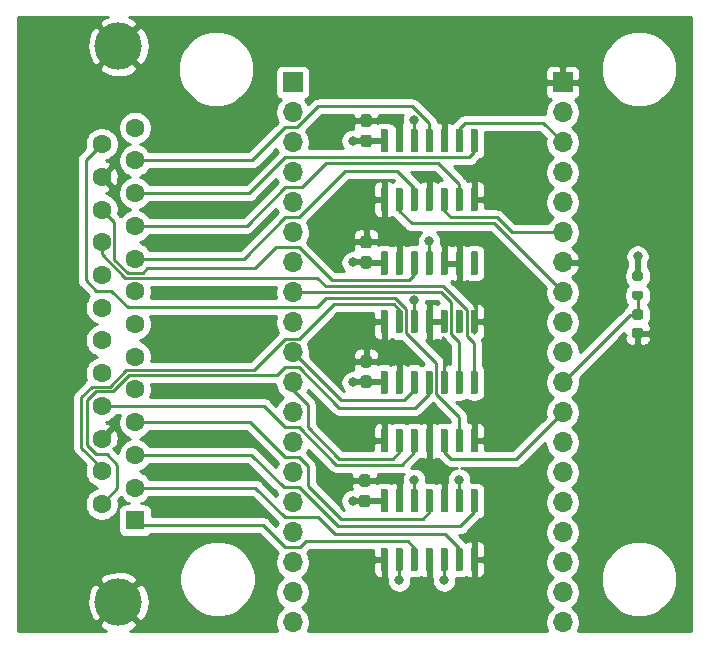
<source format=gbr>
%TF.GenerationSoftware,KiCad,Pcbnew,(5.1.10)-1*%
%TF.CreationDate,2021-12-24T17:51:45-05:00*%
%TF.ProjectId,BlueRetro Genesis ESP32 Shield,426c7565-5265-4747-926f-2047656e6573,rev?*%
%TF.SameCoordinates,Original*%
%TF.FileFunction,Copper,L1,Top*%
%TF.FilePolarity,Positive*%
%FSLAX46Y46*%
G04 Gerber Fmt 4.6, Leading zero omitted, Abs format (unit mm)*
G04 Created by KiCad (PCBNEW (5.1.10)-1) date 2021-12-24 17:51:45*
%MOMM*%
%LPD*%
G01*
G04 APERTURE LIST*
%TA.AperFunction,ComponentPad*%
%ADD10R,1.600000X1.600000*%
%TD*%
%TA.AperFunction,ComponentPad*%
%ADD11C,1.600000*%
%TD*%
%TA.AperFunction,ComponentPad*%
%ADD12C,4.000000*%
%TD*%
%TA.AperFunction,ComponentPad*%
%ADD13R,1.700000X1.700000*%
%TD*%
%TA.AperFunction,ComponentPad*%
%ADD14O,1.700000X1.700000*%
%TD*%
%TA.AperFunction,ViaPad*%
%ADD15C,0.800000*%
%TD*%
%TA.AperFunction,Conductor*%
%ADD16C,0.250000*%
%TD*%
%TA.AperFunction,Conductor*%
%ADD17C,0.500000*%
%TD*%
%TA.AperFunction,Conductor*%
%ADD18C,0.254000*%
%TD*%
%TA.AperFunction,Conductor*%
%ADD19C,0.100000*%
%TD*%
G04 APERTURE END LIST*
%TO.P,U6,14*%
%TO.N,+5V*%
%TA.AperFunction,SMDPad,CuDef*%
G36*
G01*
X154007000Y-69438000D02*
X153587000Y-69438000D01*
G75*
G02*
X153497000Y-69348000I0J90000D01*
G01*
X153497000Y-67558000D01*
G75*
G02*
X153587000Y-67468000I90000J0D01*
G01*
X154007000Y-67468000D01*
G75*
G02*
X154097000Y-67558000I0J-90000D01*
G01*
X154097000Y-69348000D01*
G75*
G02*
X154007000Y-69438000I-90000J0D01*
G01*
G37*
%TD.AperFunction*%
%TO.P,U6,13*%
%TO.N,GND*%
%TA.AperFunction,SMDPad,CuDef*%
G36*
G01*
X155277000Y-69438000D02*
X154857000Y-69438000D01*
G75*
G02*
X154767000Y-69348000I0J90000D01*
G01*
X154767000Y-67558000D01*
G75*
G02*
X154857000Y-67468000I90000J0D01*
G01*
X155277000Y-67468000D01*
G75*
G02*
X155367000Y-67558000I0J-90000D01*
G01*
X155367000Y-69348000D01*
G75*
G02*
X155277000Y-69438000I-90000J0D01*
G01*
G37*
%TD.AperFunction*%
%TO.P,U6,12*%
%TO.N,IO25*%
%TA.AperFunction,SMDPad,CuDef*%
G36*
G01*
X156547000Y-69438000D02*
X156127000Y-69438000D01*
G75*
G02*
X156037000Y-69348000I0J90000D01*
G01*
X156037000Y-67558000D01*
G75*
G02*
X156127000Y-67468000I90000J0D01*
G01*
X156547000Y-67468000D01*
G75*
G02*
X156637000Y-67558000I0J-90000D01*
G01*
X156637000Y-69348000D01*
G75*
G02*
X156547000Y-69438000I-90000J0D01*
G01*
G37*
%TD.AperFunction*%
%TO.P,U6,11*%
%TO.N,R2*%
%TA.AperFunction,SMDPad,CuDef*%
G36*
G01*
X157817000Y-69438000D02*
X157397000Y-69438000D01*
G75*
G02*
X157307000Y-69348000I0J90000D01*
G01*
X157307000Y-67558000D01*
G75*
G02*
X157397000Y-67468000I90000J0D01*
G01*
X157817000Y-67468000D01*
G75*
G02*
X157907000Y-67558000I0J-90000D01*
G01*
X157907000Y-69348000D01*
G75*
G02*
X157817000Y-69438000I-90000J0D01*
G01*
G37*
%TD.AperFunction*%
%TO.P,U6,10*%
%TO.N,GND*%
%TA.AperFunction,SMDPad,CuDef*%
G36*
G01*
X159087000Y-69438000D02*
X158667000Y-69438000D01*
G75*
G02*
X158577000Y-69348000I0J90000D01*
G01*
X158577000Y-67558000D01*
G75*
G02*
X158667000Y-67468000I90000J0D01*
G01*
X159087000Y-67468000D01*
G75*
G02*
X159177000Y-67558000I0J-90000D01*
G01*
X159177000Y-69348000D01*
G75*
G02*
X159087000Y-69438000I-90000J0D01*
G01*
G37*
%TD.AperFunction*%
%TO.P,U6,9*%
%TO.N,IO22*%
%TA.AperFunction,SMDPad,CuDef*%
G36*
G01*
X160357000Y-69438000D02*
X159937000Y-69438000D01*
G75*
G02*
X159847000Y-69348000I0J90000D01*
G01*
X159847000Y-67558000D01*
G75*
G02*
X159937000Y-67468000I90000J0D01*
G01*
X160357000Y-67468000D01*
G75*
G02*
X160447000Y-67558000I0J-90000D01*
G01*
X160447000Y-69348000D01*
G75*
G02*
X160357000Y-69438000I-90000J0D01*
G01*
G37*
%TD.AperFunction*%
%TO.P,U6,8*%
%TO.N,L2*%
%TA.AperFunction,SMDPad,CuDef*%
G36*
G01*
X161627000Y-69438000D02*
X161207000Y-69438000D01*
G75*
G02*
X161117000Y-69348000I0J90000D01*
G01*
X161117000Y-67558000D01*
G75*
G02*
X161207000Y-67468000I90000J0D01*
G01*
X161627000Y-67468000D01*
G75*
G02*
X161717000Y-67558000I0J-90000D01*
G01*
X161717000Y-69348000D01*
G75*
G02*
X161627000Y-69438000I-90000J0D01*
G01*
G37*
%TD.AperFunction*%
%TO.P,U6,7*%
%TO.N,GND*%
%TA.AperFunction,SMDPad,CuDef*%
G36*
G01*
X161627000Y-74388000D02*
X161207000Y-74388000D01*
G75*
G02*
X161117000Y-74298000I0J90000D01*
G01*
X161117000Y-72508000D01*
G75*
G02*
X161207000Y-72418000I90000J0D01*
G01*
X161627000Y-72418000D01*
G75*
G02*
X161717000Y-72508000I0J-90000D01*
G01*
X161717000Y-74298000D01*
G75*
G02*
X161627000Y-74388000I-90000J0D01*
G01*
G37*
%TD.AperFunction*%
%TO.P,U6,6*%
%TO.N,D2*%
%TA.AperFunction,SMDPad,CuDef*%
G36*
G01*
X160357000Y-74388000D02*
X159937000Y-74388000D01*
G75*
G02*
X159847000Y-74298000I0J90000D01*
G01*
X159847000Y-72508000D01*
G75*
G02*
X159937000Y-72418000I90000J0D01*
G01*
X160357000Y-72418000D01*
G75*
G02*
X160447000Y-72508000I0J-90000D01*
G01*
X160447000Y-74298000D01*
G75*
G02*
X160357000Y-74388000I-90000J0D01*
G01*
G37*
%TD.AperFunction*%
%TO.P,U6,5*%
%TO.N,IO21*%
%TA.AperFunction,SMDPad,CuDef*%
G36*
G01*
X159087000Y-74388000D02*
X158667000Y-74388000D01*
G75*
G02*
X158577000Y-74298000I0J90000D01*
G01*
X158577000Y-72508000D01*
G75*
G02*
X158667000Y-72418000I90000J0D01*
G01*
X159087000Y-72418000D01*
G75*
G02*
X159177000Y-72508000I0J-90000D01*
G01*
X159177000Y-74298000D01*
G75*
G02*
X159087000Y-74388000I-90000J0D01*
G01*
G37*
%TD.AperFunction*%
%TO.P,U6,4*%
%TO.N,GND*%
%TA.AperFunction,SMDPad,CuDef*%
G36*
G01*
X157817000Y-74388000D02*
X157397000Y-74388000D01*
G75*
G02*
X157307000Y-74298000I0J90000D01*
G01*
X157307000Y-72508000D01*
G75*
G02*
X157397000Y-72418000I90000J0D01*
G01*
X157817000Y-72418000D01*
G75*
G02*
X157907000Y-72508000I0J-90000D01*
G01*
X157907000Y-74298000D01*
G75*
G02*
X157817000Y-74388000I-90000J0D01*
G01*
G37*
%TD.AperFunction*%
%TO.P,U6,3*%
%TO.N,U2*%
%TA.AperFunction,SMDPad,CuDef*%
G36*
G01*
X156547000Y-74388000D02*
X156127000Y-74388000D01*
G75*
G02*
X156037000Y-74298000I0J90000D01*
G01*
X156037000Y-72508000D01*
G75*
G02*
X156127000Y-72418000I90000J0D01*
G01*
X156547000Y-72418000D01*
G75*
G02*
X156637000Y-72508000I0J-90000D01*
G01*
X156637000Y-74298000D01*
G75*
G02*
X156547000Y-74388000I-90000J0D01*
G01*
G37*
%TD.AperFunction*%
%TO.P,U6,2*%
%TO.N,IO19*%
%TA.AperFunction,SMDPad,CuDef*%
G36*
G01*
X155277000Y-74388000D02*
X154857000Y-74388000D01*
G75*
G02*
X154767000Y-74298000I0J90000D01*
G01*
X154767000Y-72508000D01*
G75*
G02*
X154857000Y-72418000I90000J0D01*
G01*
X155277000Y-72418000D01*
G75*
G02*
X155367000Y-72508000I0J-90000D01*
G01*
X155367000Y-74298000D01*
G75*
G02*
X155277000Y-74388000I-90000J0D01*
G01*
G37*
%TD.AperFunction*%
%TO.P,U6,1*%
%TO.N,GND*%
%TA.AperFunction,SMDPad,CuDef*%
G36*
G01*
X154007000Y-74388000D02*
X153587000Y-74388000D01*
G75*
G02*
X153497000Y-74298000I0J90000D01*
G01*
X153497000Y-72508000D01*
G75*
G02*
X153587000Y-72418000I90000J0D01*
G01*
X154007000Y-72418000D01*
G75*
G02*
X154097000Y-72508000I0J-90000D01*
G01*
X154097000Y-74298000D01*
G75*
G02*
X154007000Y-74388000I-90000J0D01*
G01*
G37*
%TD.AperFunction*%
%TD*%
%TO.P,U1,1*%
%TO.N,GND*%
%TA.AperFunction,SMDPad,CuDef*%
G36*
G01*
X154007000Y-84740000D02*
X153587000Y-84740000D01*
G75*
G02*
X153497000Y-84650000I0J90000D01*
G01*
X153497000Y-82860000D01*
G75*
G02*
X153587000Y-82770000I90000J0D01*
G01*
X154007000Y-82770000D01*
G75*
G02*
X154097000Y-82860000I0J-90000D01*
G01*
X154097000Y-84650000D01*
G75*
G02*
X154007000Y-84740000I-90000J0D01*
G01*
G37*
%TD.AperFunction*%
%TO.P,U1,2*%
%TO.N,TH1*%
%TA.AperFunction,SMDPad,CuDef*%
G36*
G01*
X155277000Y-84740000D02*
X154857000Y-84740000D01*
G75*
G02*
X154767000Y-84650000I0J90000D01*
G01*
X154767000Y-82860000D01*
G75*
G02*
X154857000Y-82770000I90000J0D01*
G01*
X155277000Y-82770000D01*
G75*
G02*
X155367000Y-82860000I0J-90000D01*
G01*
X155367000Y-84650000D01*
G75*
G02*
X155277000Y-84740000I-90000J0D01*
G01*
G37*
%TD.AperFunction*%
%TO.P,U1,3*%
%TO.N,IO35*%
%TA.AperFunction,SMDPad,CuDef*%
G36*
G01*
X156547000Y-84740000D02*
X156127000Y-84740000D01*
G75*
G02*
X156037000Y-84650000I0J90000D01*
G01*
X156037000Y-82860000D01*
G75*
G02*
X156127000Y-82770000I90000J0D01*
G01*
X156547000Y-82770000D01*
G75*
G02*
X156637000Y-82860000I0J-90000D01*
G01*
X156637000Y-84650000D01*
G75*
G02*
X156547000Y-84740000I-90000J0D01*
G01*
G37*
%TD.AperFunction*%
%TO.P,U1,4*%
%TO.N,GND*%
%TA.AperFunction,SMDPad,CuDef*%
G36*
G01*
X157817000Y-84740000D02*
X157397000Y-84740000D01*
G75*
G02*
X157307000Y-84650000I0J90000D01*
G01*
X157307000Y-82860000D01*
G75*
G02*
X157397000Y-82770000I90000J0D01*
G01*
X157817000Y-82770000D01*
G75*
G02*
X157907000Y-82860000I0J-90000D01*
G01*
X157907000Y-84650000D01*
G75*
G02*
X157817000Y-84740000I-90000J0D01*
G01*
G37*
%TD.AperFunction*%
%TO.P,U1,5*%
%TA.AperFunction,SMDPad,CuDef*%
G36*
G01*
X159087000Y-84740000D02*
X158667000Y-84740000D01*
G75*
G02*
X158577000Y-84650000I0J90000D01*
G01*
X158577000Y-82860000D01*
G75*
G02*
X158667000Y-82770000I90000J0D01*
G01*
X159087000Y-82770000D01*
G75*
G02*
X159177000Y-82860000I0J-90000D01*
G01*
X159177000Y-84650000D01*
G75*
G02*
X159087000Y-84740000I-90000J0D01*
G01*
G37*
%TD.AperFunction*%
%TO.P,U1,6*%
%TO.N,Net-(U1-Pad6)*%
%TA.AperFunction,SMDPad,CuDef*%
G36*
G01*
X160357000Y-84740000D02*
X159937000Y-84740000D01*
G75*
G02*
X159847000Y-84650000I0J90000D01*
G01*
X159847000Y-82860000D01*
G75*
G02*
X159937000Y-82770000I90000J0D01*
G01*
X160357000Y-82770000D01*
G75*
G02*
X160447000Y-82860000I0J-90000D01*
G01*
X160447000Y-84650000D01*
G75*
G02*
X160357000Y-84740000I-90000J0D01*
G01*
G37*
%TD.AperFunction*%
%TO.P,U1,7*%
%TO.N,GND*%
%TA.AperFunction,SMDPad,CuDef*%
G36*
G01*
X161627000Y-84740000D02*
X161207000Y-84740000D01*
G75*
G02*
X161117000Y-84650000I0J90000D01*
G01*
X161117000Y-82860000D01*
G75*
G02*
X161207000Y-82770000I90000J0D01*
G01*
X161627000Y-82770000D01*
G75*
G02*
X161717000Y-82860000I0J-90000D01*
G01*
X161717000Y-84650000D01*
G75*
G02*
X161627000Y-84740000I-90000J0D01*
G01*
G37*
%TD.AperFunction*%
%TO.P,U1,8*%
%TO.N,Net-(U1-Pad8)*%
%TA.AperFunction,SMDPad,CuDef*%
G36*
G01*
X161627000Y-79790000D02*
X161207000Y-79790000D01*
G75*
G02*
X161117000Y-79700000I0J90000D01*
G01*
X161117000Y-77910000D01*
G75*
G02*
X161207000Y-77820000I90000J0D01*
G01*
X161627000Y-77820000D01*
G75*
G02*
X161717000Y-77910000I0J-90000D01*
G01*
X161717000Y-79700000D01*
G75*
G02*
X161627000Y-79790000I-90000J0D01*
G01*
G37*
%TD.AperFunction*%
%TO.P,U1,9*%
%TO.N,GND*%
%TA.AperFunction,SMDPad,CuDef*%
G36*
G01*
X160357000Y-79790000D02*
X159937000Y-79790000D01*
G75*
G02*
X159847000Y-79700000I0J90000D01*
G01*
X159847000Y-77910000D01*
G75*
G02*
X159937000Y-77820000I90000J0D01*
G01*
X160357000Y-77820000D01*
G75*
G02*
X160447000Y-77910000I0J-90000D01*
G01*
X160447000Y-79700000D01*
G75*
G02*
X160357000Y-79790000I-90000J0D01*
G01*
G37*
%TD.AperFunction*%
%TO.P,U1,10*%
%TA.AperFunction,SMDPad,CuDef*%
G36*
G01*
X159087000Y-79790000D02*
X158667000Y-79790000D01*
G75*
G02*
X158577000Y-79700000I0J90000D01*
G01*
X158577000Y-77910000D01*
G75*
G02*
X158667000Y-77820000I90000J0D01*
G01*
X159087000Y-77820000D01*
G75*
G02*
X159177000Y-77910000I0J-90000D01*
G01*
X159177000Y-79700000D01*
G75*
G02*
X159087000Y-79790000I-90000J0D01*
G01*
G37*
%TD.AperFunction*%
%TO.P,U1,11*%
%TO.N,IO36*%
%TA.AperFunction,SMDPad,CuDef*%
G36*
G01*
X157817000Y-79790000D02*
X157397000Y-79790000D01*
G75*
G02*
X157307000Y-79700000I0J90000D01*
G01*
X157307000Y-77910000D01*
G75*
G02*
X157397000Y-77820000I90000J0D01*
G01*
X157817000Y-77820000D01*
G75*
G02*
X157907000Y-77910000I0J-90000D01*
G01*
X157907000Y-79700000D01*
G75*
G02*
X157817000Y-79790000I-90000J0D01*
G01*
G37*
%TD.AperFunction*%
%TO.P,U1,12*%
%TO.N,TH2*%
%TA.AperFunction,SMDPad,CuDef*%
G36*
G01*
X156547000Y-79790000D02*
X156127000Y-79790000D01*
G75*
G02*
X156037000Y-79700000I0J90000D01*
G01*
X156037000Y-77910000D01*
G75*
G02*
X156127000Y-77820000I90000J0D01*
G01*
X156547000Y-77820000D01*
G75*
G02*
X156637000Y-77910000I0J-90000D01*
G01*
X156637000Y-79700000D01*
G75*
G02*
X156547000Y-79790000I-90000J0D01*
G01*
G37*
%TD.AperFunction*%
%TO.P,U1,13*%
%TO.N,GND*%
%TA.AperFunction,SMDPad,CuDef*%
G36*
G01*
X155277000Y-79790000D02*
X154857000Y-79790000D01*
G75*
G02*
X154767000Y-79700000I0J90000D01*
G01*
X154767000Y-77910000D01*
G75*
G02*
X154857000Y-77820000I90000J0D01*
G01*
X155277000Y-77820000D01*
G75*
G02*
X155367000Y-77910000I0J-90000D01*
G01*
X155367000Y-79700000D01*
G75*
G02*
X155277000Y-79790000I-90000J0D01*
G01*
G37*
%TD.AperFunction*%
%TO.P,U1,14*%
%TO.N,+3V3*%
%TA.AperFunction,SMDPad,CuDef*%
G36*
G01*
X154007000Y-79790000D02*
X153587000Y-79790000D01*
G75*
G02*
X153497000Y-79700000I0J90000D01*
G01*
X153497000Y-77910000D01*
G75*
G02*
X153587000Y-77820000I90000J0D01*
G01*
X154007000Y-77820000D01*
G75*
G02*
X154097000Y-77910000I0J-90000D01*
G01*
X154097000Y-79700000D01*
G75*
G02*
X154007000Y-79790000I-90000J0D01*
G01*
G37*
%TD.AperFunction*%
%TD*%
%TO.P,U3,14*%
%TO.N,+5V*%
%TA.AperFunction,SMDPad,CuDef*%
G36*
G01*
X154007000Y-89885000D02*
X153587000Y-89885000D01*
G75*
G02*
X153497000Y-89795000I0J90000D01*
G01*
X153497000Y-88005000D01*
G75*
G02*
X153587000Y-87915000I90000J0D01*
G01*
X154007000Y-87915000D01*
G75*
G02*
X154097000Y-88005000I0J-90000D01*
G01*
X154097000Y-89795000D01*
G75*
G02*
X154007000Y-89885000I-90000J0D01*
G01*
G37*
%TD.AperFunction*%
%TO.P,U3,13*%
%TO.N,GND*%
%TA.AperFunction,SMDPad,CuDef*%
G36*
G01*
X155277000Y-89885000D02*
X154857000Y-89885000D01*
G75*
G02*
X154767000Y-89795000I0J90000D01*
G01*
X154767000Y-88005000D01*
G75*
G02*
X154857000Y-87915000I90000J0D01*
G01*
X155277000Y-87915000D01*
G75*
G02*
X155367000Y-88005000I0J-90000D01*
G01*
X155367000Y-89795000D01*
G75*
G02*
X155277000Y-89885000I-90000J0D01*
G01*
G37*
%TD.AperFunction*%
%TO.P,U3,12*%
%TO.N,IO26*%
%TA.AperFunction,SMDPad,CuDef*%
G36*
G01*
X156547000Y-89885000D02*
X156127000Y-89885000D01*
G75*
G02*
X156037000Y-89795000I0J90000D01*
G01*
X156037000Y-88005000D01*
G75*
G02*
X156127000Y-87915000I90000J0D01*
G01*
X156547000Y-87915000D01*
G75*
G02*
X156637000Y-88005000I0J-90000D01*
G01*
X156637000Y-89795000D01*
G75*
G02*
X156547000Y-89885000I-90000J0D01*
G01*
G37*
%TD.AperFunction*%
%TO.P,U3,11*%
%TO.N,TL1*%
%TA.AperFunction,SMDPad,CuDef*%
G36*
G01*
X157817000Y-89885000D02*
X157397000Y-89885000D01*
G75*
G02*
X157307000Y-89795000I0J90000D01*
G01*
X157307000Y-88005000D01*
G75*
G02*
X157397000Y-87915000I90000J0D01*
G01*
X157817000Y-87915000D01*
G75*
G02*
X157907000Y-88005000I0J-90000D01*
G01*
X157907000Y-89795000D01*
G75*
G02*
X157817000Y-89885000I-90000J0D01*
G01*
G37*
%TD.AperFunction*%
%TO.P,U3,10*%
%TO.N,GND*%
%TA.AperFunction,SMDPad,CuDef*%
G36*
G01*
X159087000Y-89885000D02*
X158667000Y-89885000D01*
G75*
G02*
X158577000Y-89795000I0J90000D01*
G01*
X158577000Y-88005000D01*
G75*
G02*
X158667000Y-87915000I90000J0D01*
G01*
X159087000Y-87915000D01*
G75*
G02*
X159177000Y-88005000I0J-90000D01*
G01*
X159177000Y-89795000D01*
G75*
G02*
X159087000Y-89885000I-90000J0D01*
G01*
G37*
%TD.AperFunction*%
%TO.P,U3,9*%
%TO.N,IO33*%
%TA.AperFunction,SMDPad,CuDef*%
G36*
G01*
X160357000Y-89885000D02*
X159937000Y-89885000D01*
G75*
G02*
X159847000Y-89795000I0J90000D01*
G01*
X159847000Y-88005000D01*
G75*
G02*
X159937000Y-87915000I90000J0D01*
G01*
X160357000Y-87915000D01*
G75*
G02*
X160447000Y-88005000I0J-90000D01*
G01*
X160447000Y-89795000D01*
G75*
G02*
X160357000Y-89885000I-90000J0D01*
G01*
G37*
%TD.AperFunction*%
%TO.P,U3,8*%
%TO.N,TL2*%
%TA.AperFunction,SMDPad,CuDef*%
G36*
G01*
X161627000Y-89885000D02*
X161207000Y-89885000D01*
G75*
G02*
X161117000Y-89795000I0J90000D01*
G01*
X161117000Y-88005000D01*
G75*
G02*
X161207000Y-87915000I90000J0D01*
G01*
X161627000Y-87915000D01*
G75*
G02*
X161717000Y-88005000I0J-90000D01*
G01*
X161717000Y-89795000D01*
G75*
G02*
X161627000Y-89885000I-90000J0D01*
G01*
G37*
%TD.AperFunction*%
%TO.P,U3,7*%
%TO.N,GND*%
%TA.AperFunction,SMDPad,CuDef*%
G36*
G01*
X161627000Y-94835000D02*
X161207000Y-94835000D01*
G75*
G02*
X161117000Y-94745000I0J90000D01*
G01*
X161117000Y-92955000D01*
G75*
G02*
X161207000Y-92865000I90000J0D01*
G01*
X161627000Y-92865000D01*
G75*
G02*
X161717000Y-92955000I0J-90000D01*
G01*
X161717000Y-94745000D01*
G75*
G02*
X161627000Y-94835000I-90000J0D01*
G01*
G37*
%TD.AperFunction*%
%TO.P,U3,6*%
%TO.N,TR2*%
%TA.AperFunction,SMDPad,CuDef*%
G36*
G01*
X160357000Y-94835000D02*
X159937000Y-94835000D01*
G75*
G02*
X159847000Y-94745000I0J90000D01*
G01*
X159847000Y-92955000D01*
G75*
G02*
X159937000Y-92865000I90000J0D01*
G01*
X160357000Y-92865000D01*
G75*
G02*
X160447000Y-92955000I0J-90000D01*
G01*
X160447000Y-94745000D01*
G75*
G02*
X160357000Y-94835000I-90000J0D01*
G01*
G37*
%TD.AperFunction*%
%TO.P,U3,5*%
%TO.N,IO16*%
%TA.AperFunction,SMDPad,CuDef*%
G36*
G01*
X159087000Y-94835000D02*
X158667000Y-94835000D01*
G75*
G02*
X158577000Y-94745000I0J90000D01*
G01*
X158577000Y-92955000D01*
G75*
G02*
X158667000Y-92865000I90000J0D01*
G01*
X159087000Y-92865000D01*
G75*
G02*
X159177000Y-92955000I0J-90000D01*
G01*
X159177000Y-94745000D01*
G75*
G02*
X159087000Y-94835000I-90000J0D01*
G01*
G37*
%TD.AperFunction*%
%TO.P,U3,4*%
%TO.N,GND*%
%TA.AperFunction,SMDPad,CuDef*%
G36*
G01*
X157817000Y-94835000D02*
X157397000Y-94835000D01*
G75*
G02*
X157307000Y-94745000I0J90000D01*
G01*
X157307000Y-92955000D01*
G75*
G02*
X157397000Y-92865000I90000J0D01*
G01*
X157817000Y-92865000D01*
G75*
G02*
X157907000Y-92955000I0J-90000D01*
G01*
X157907000Y-94745000D01*
G75*
G02*
X157817000Y-94835000I-90000J0D01*
G01*
G37*
%TD.AperFunction*%
%TO.P,U3,3*%
%TO.N,TR1*%
%TA.AperFunction,SMDPad,CuDef*%
G36*
G01*
X156547000Y-94835000D02*
X156127000Y-94835000D01*
G75*
G02*
X156037000Y-94745000I0J90000D01*
G01*
X156037000Y-92955000D01*
G75*
G02*
X156127000Y-92865000I90000J0D01*
G01*
X156547000Y-92865000D01*
G75*
G02*
X156637000Y-92955000I0J-90000D01*
G01*
X156637000Y-94745000D01*
G75*
G02*
X156547000Y-94835000I-90000J0D01*
G01*
G37*
%TD.AperFunction*%
%TO.P,U3,2*%
%TO.N,IO27*%
%TA.AperFunction,SMDPad,CuDef*%
G36*
G01*
X155277000Y-94835000D02*
X154857000Y-94835000D01*
G75*
G02*
X154767000Y-94745000I0J90000D01*
G01*
X154767000Y-92955000D01*
G75*
G02*
X154857000Y-92865000I90000J0D01*
G01*
X155277000Y-92865000D01*
G75*
G02*
X155367000Y-92955000I0J-90000D01*
G01*
X155367000Y-94745000D01*
G75*
G02*
X155277000Y-94835000I-90000J0D01*
G01*
G37*
%TD.AperFunction*%
%TO.P,U3,1*%
%TO.N,GND*%
%TA.AperFunction,SMDPad,CuDef*%
G36*
G01*
X154007000Y-94835000D02*
X153587000Y-94835000D01*
G75*
G02*
X153497000Y-94745000I0J90000D01*
G01*
X153497000Y-92955000D01*
G75*
G02*
X153587000Y-92865000I90000J0D01*
G01*
X154007000Y-92865000D01*
G75*
G02*
X154097000Y-92955000I0J-90000D01*
G01*
X154097000Y-94745000D01*
G75*
G02*
X154007000Y-94835000I-90000J0D01*
G01*
G37*
%TD.AperFunction*%
%TD*%
%TO.P,U5,1*%
%TO.N,GND*%
%TA.AperFunction,SMDPad,CuDef*%
G36*
G01*
X154007000Y-104868000D02*
X153587000Y-104868000D01*
G75*
G02*
X153497000Y-104778000I0J90000D01*
G01*
X153497000Y-102988000D01*
G75*
G02*
X153587000Y-102898000I90000J0D01*
G01*
X154007000Y-102898000D01*
G75*
G02*
X154097000Y-102988000I0J-90000D01*
G01*
X154097000Y-104778000D01*
G75*
G02*
X154007000Y-104868000I-90000J0D01*
G01*
G37*
%TD.AperFunction*%
%TO.P,U5,2*%
%TO.N,IO3*%
%TA.AperFunction,SMDPad,CuDef*%
G36*
G01*
X155277000Y-104868000D02*
X154857000Y-104868000D01*
G75*
G02*
X154767000Y-104778000I0J90000D01*
G01*
X154767000Y-102988000D01*
G75*
G02*
X154857000Y-102898000I90000J0D01*
G01*
X155277000Y-102898000D01*
G75*
G02*
X155367000Y-102988000I0J-90000D01*
G01*
X155367000Y-104778000D01*
G75*
G02*
X155277000Y-104868000I-90000J0D01*
G01*
G37*
%TD.AperFunction*%
%TO.P,U5,3*%
%TO.N,U1*%
%TA.AperFunction,SMDPad,CuDef*%
G36*
G01*
X156547000Y-104868000D02*
X156127000Y-104868000D01*
G75*
G02*
X156037000Y-104778000I0J90000D01*
G01*
X156037000Y-102988000D01*
G75*
G02*
X156127000Y-102898000I90000J0D01*
G01*
X156547000Y-102898000D01*
G75*
G02*
X156637000Y-102988000I0J-90000D01*
G01*
X156637000Y-104778000D01*
G75*
G02*
X156547000Y-104868000I-90000J0D01*
G01*
G37*
%TD.AperFunction*%
%TO.P,U5,4*%
%TO.N,GND*%
%TA.AperFunction,SMDPad,CuDef*%
G36*
G01*
X157817000Y-104868000D02*
X157397000Y-104868000D01*
G75*
G02*
X157307000Y-104778000I0J90000D01*
G01*
X157307000Y-102988000D01*
G75*
G02*
X157397000Y-102898000I90000J0D01*
G01*
X157817000Y-102898000D01*
G75*
G02*
X157907000Y-102988000I0J-90000D01*
G01*
X157907000Y-104778000D01*
G75*
G02*
X157817000Y-104868000I-90000J0D01*
G01*
G37*
%TD.AperFunction*%
%TO.P,U5,5*%
%TO.N,IO5*%
%TA.AperFunction,SMDPad,CuDef*%
G36*
G01*
X159087000Y-104868000D02*
X158667000Y-104868000D01*
G75*
G02*
X158577000Y-104778000I0J90000D01*
G01*
X158577000Y-102988000D01*
G75*
G02*
X158667000Y-102898000I90000J0D01*
G01*
X159087000Y-102898000D01*
G75*
G02*
X159177000Y-102988000I0J-90000D01*
G01*
X159177000Y-104778000D01*
G75*
G02*
X159087000Y-104868000I-90000J0D01*
G01*
G37*
%TD.AperFunction*%
%TO.P,U5,6*%
%TO.N,D1*%
%TA.AperFunction,SMDPad,CuDef*%
G36*
G01*
X160357000Y-104868000D02*
X159937000Y-104868000D01*
G75*
G02*
X159847000Y-104778000I0J90000D01*
G01*
X159847000Y-102988000D01*
G75*
G02*
X159937000Y-102898000I90000J0D01*
G01*
X160357000Y-102898000D01*
G75*
G02*
X160447000Y-102988000I0J-90000D01*
G01*
X160447000Y-104778000D01*
G75*
G02*
X160357000Y-104868000I-90000J0D01*
G01*
G37*
%TD.AperFunction*%
%TO.P,U5,7*%
%TO.N,GND*%
%TA.AperFunction,SMDPad,CuDef*%
G36*
G01*
X161627000Y-104868000D02*
X161207000Y-104868000D01*
G75*
G02*
X161117000Y-104778000I0J90000D01*
G01*
X161117000Y-102988000D01*
G75*
G02*
X161207000Y-102898000I90000J0D01*
G01*
X161627000Y-102898000D01*
G75*
G02*
X161717000Y-102988000I0J-90000D01*
G01*
X161717000Y-104778000D01*
G75*
G02*
X161627000Y-104868000I-90000J0D01*
G01*
G37*
%TD.AperFunction*%
%TO.P,U5,8*%
%TO.N,L1*%
%TA.AperFunction,SMDPad,CuDef*%
G36*
G01*
X161627000Y-99918000D02*
X161207000Y-99918000D01*
G75*
G02*
X161117000Y-99828000I0J90000D01*
G01*
X161117000Y-98038000D01*
G75*
G02*
X161207000Y-97948000I90000J0D01*
G01*
X161627000Y-97948000D01*
G75*
G02*
X161717000Y-98038000I0J-90000D01*
G01*
X161717000Y-99828000D01*
G75*
G02*
X161627000Y-99918000I-90000J0D01*
G01*
G37*
%TD.AperFunction*%
%TO.P,U5,9*%
%TO.N,IO18*%
%TA.AperFunction,SMDPad,CuDef*%
G36*
G01*
X160357000Y-99918000D02*
X159937000Y-99918000D01*
G75*
G02*
X159847000Y-99828000I0J90000D01*
G01*
X159847000Y-98038000D01*
G75*
G02*
X159937000Y-97948000I90000J0D01*
G01*
X160357000Y-97948000D01*
G75*
G02*
X160447000Y-98038000I0J-90000D01*
G01*
X160447000Y-99828000D01*
G75*
G02*
X160357000Y-99918000I-90000J0D01*
G01*
G37*
%TD.AperFunction*%
%TO.P,U5,10*%
%TO.N,GND*%
%TA.AperFunction,SMDPad,CuDef*%
G36*
G01*
X159087000Y-99918000D02*
X158667000Y-99918000D01*
G75*
G02*
X158577000Y-99828000I0J90000D01*
G01*
X158577000Y-98038000D01*
G75*
G02*
X158667000Y-97948000I90000J0D01*
G01*
X159087000Y-97948000D01*
G75*
G02*
X159177000Y-98038000I0J-90000D01*
G01*
X159177000Y-99828000D01*
G75*
G02*
X159087000Y-99918000I-90000J0D01*
G01*
G37*
%TD.AperFunction*%
%TO.P,U5,11*%
%TO.N,R1*%
%TA.AperFunction,SMDPad,CuDef*%
G36*
G01*
X157817000Y-99918000D02*
X157397000Y-99918000D01*
G75*
G02*
X157307000Y-99828000I0J90000D01*
G01*
X157307000Y-98038000D01*
G75*
G02*
X157397000Y-97948000I90000J0D01*
G01*
X157817000Y-97948000D01*
G75*
G02*
X157907000Y-98038000I0J-90000D01*
G01*
X157907000Y-99828000D01*
G75*
G02*
X157817000Y-99918000I-90000J0D01*
G01*
G37*
%TD.AperFunction*%
%TO.P,U5,12*%
%TO.N,IO23*%
%TA.AperFunction,SMDPad,CuDef*%
G36*
G01*
X156547000Y-99918000D02*
X156127000Y-99918000D01*
G75*
G02*
X156037000Y-99828000I0J90000D01*
G01*
X156037000Y-98038000D01*
G75*
G02*
X156127000Y-97948000I90000J0D01*
G01*
X156547000Y-97948000D01*
G75*
G02*
X156637000Y-98038000I0J-90000D01*
G01*
X156637000Y-99828000D01*
G75*
G02*
X156547000Y-99918000I-90000J0D01*
G01*
G37*
%TD.AperFunction*%
%TO.P,U5,13*%
%TO.N,GND*%
%TA.AperFunction,SMDPad,CuDef*%
G36*
G01*
X155277000Y-99918000D02*
X154857000Y-99918000D01*
G75*
G02*
X154767000Y-99828000I0J90000D01*
G01*
X154767000Y-98038000D01*
G75*
G02*
X154857000Y-97948000I90000J0D01*
G01*
X155277000Y-97948000D01*
G75*
G02*
X155367000Y-98038000I0J-90000D01*
G01*
X155367000Y-99828000D01*
G75*
G02*
X155277000Y-99918000I-90000J0D01*
G01*
G37*
%TD.AperFunction*%
%TO.P,U5,14*%
%TO.N,+5V*%
%TA.AperFunction,SMDPad,CuDef*%
G36*
G01*
X154007000Y-99918000D02*
X153587000Y-99918000D01*
G75*
G02*
X153497000Y-99828000I0J90000D01*
G01*
X153497000Y-98038000D01*
G75*
G02*
X153587000Y-97948000I90000J0D01*
G01*
X154007000Y-97948000D01*
G75*
G02*
X154097000Y-98038000I0J-90000D01*
G01*
X154097000Y-99828000D01*
G75*
G02*
X154007000Y-99918000I-90000J0D01*
G01*
G37*
%TD.AperFunction*%
%TD*%
D10*
%TO.P,J3,1*%
%TO.N,U1*%
X132715000Y-100584000D03*
D11*
%TO.P,J3,2*%
%TO.N,D1*%
X132715000Y-97814000D03*
%TO.P,J3,3*%
%TO.N,L1*%
X132715000Y-95044000D03*
%TO.P,J3,4*%
%TO.N,R1*%
X132715000Y-92274000D03*
%TO.P,J3,5*%
%TO.N,+5V*%
X132715000Y-89504000D03*
%TO.P,J3,6*%
%TO.N,Net-(J3-Pad6)*%
X132715000Y-86734000D03*
%TO.P,J3,7*%
%TO.N,Net-(J3-Pad7)*%
X132715000Y-83964000D03*
%TO.P,J3,8*%
%TO.N,Net-(J3-Pad8)*%
X132715000Y-81194000D03*
%TO.P,J3,9*%
%TO.N,U2*%
X132715000Y-78424000D03*
%TO.P,J3,10*%
%TO.N,D2*%
X132715000Y-75654000D03*
%TO.P,J3,11*%
%TO.N,L2*%
X132715000Y-72884000D03*
%TO.P,J3,12*%
%TO.N,R2*%
X132715000Y-70114000D03*
%TO.P,J3,13*%
%TO.N,+5V*%
X132715000Y-67344000D03*
%TO.P,J3,14*%
%TO.N,TL1*%
X129875000Y-99199000D03*
%TO.P,J3,15*%
%TO.N,TH1*%
X129875000Y-96429000D03*
%TO.P,J3,16*%
%TO.N,GND*%
X129875000Y-93659000D03*
%TO.P,J3,17*%
%TO.N,TR1*%
X129875000Y-90889000D03*
%TO.P,J3,18*%
%TO.N,Net-(J3-Pad18)*%
X129875000Y-88119000D03*
%TO.P,J3,19*%
%TO.N,Net-(J3-Pad19)*%
X129875000Y-85349000D03*
%TO.P,J3,20*%
%TO.N,Net-(J3-Pad20)*%
X129875000Y-82579000D03*
%TO.P,J3,21*%
%TO.N,Net-(J3-Pad21)*%
X129875000Y-79809000D03*
%TO.P,J3,22*%
%TO.N,TL2*%
X129875000Y-77039000D03*
%TO.P,J3,23*%
%TO.N,TH2*%
X129875000Y-74269000D03*
%TO.P,J3,24*%
%TO.N,GND*%
X129875000Y-71499000D03*
%TO.P,J3,25*%
%TO.N,TR2*%
X129875000Y-68729000D03*
D12*
%TO.P,J3,0*%
%TO.N,GND*%
X131295000Y-60414000D03*
X131295000Y-107514000D03*
%TD*%
%TO.P,C1,1*%
%TO.N,GND*%
%TA.AperFunction,SMDPad,CuDef*%
G36*
G01*
X152035500Y-76477500D02*
X152510500Y-76477500D01*
G75*
G02*
X152748000Y-76715000I0J-237500D01*
G01*
X152748000Y-77315000D01*
G75*
G02*
X152510500Y-77552500I-237500J0D01*
G01*
X152035500Y-77552500D01*
G75*
G02*
X151798000Y-77315000I0J237500D01*
G01*
X151798000Y-76715000D01*
G75*
G02*
X152035500Y-76477500I237500J0D01*
G01*
G37*
%TD.AperFunction*%
%TO.P,C1,2*%
%TO.N,+3V3*%
%TA.AperFunction,SMDPad,CuDef*%
G36*
G01*
X152035500Y-78202500D02*
X152510500Y-78202500D01*
G75*
G02*
X152748000Y-78440000I0J-237500D01*
G01*
X152748000Y-79040000D01*
G75*
G02*
X152510500Y-79277500I-237500J0D01*
G01*
X152035500Y-79277500D01*
G75*
G02*
X151798000Y-79040000I0J237500D01*
G01*
X151798000Y-78440000D01*
G75*
G02*
X152035500Y-78202500I237500J0D01*
G01*
G37*
%TD.AperFunction*%
%TD*%
%TO.P,C3,2*%
%TO.N,+5V*%
%TA.AperFunction,SMDPad,CuDef*%
G36*
G01*
X152035500Y-88309500D02*
X152510500Y-88309500D01*
G75*
G02*
X152748000Y-88547000I0J-237500D01*
G01*
X152748000Y-89147000D01*
G75*
G02*
X152510500Y-89384500I-237500J0D01*
G01*
X152035500Y-89384500D01*
G75*
G02*
X151798000Y-89147000I0J237500D01*
G01*
X151798000Y-88547000D01*
G75*
G02*
X152035500Y-88309500I237500J0D01*
G01*
G37*
%TD.AperFunction*%
%TO.P,C3,1*%
%TO.N,GND*%
%TA.AperFunction,SMDPad,CuDef*%
G36*
G01*
X152035500Y-86584500D02*
X152510500Y-86584500D01*
G75*
G02*
X152748000Y-86822000I0J-237500D01*
G01*
X152748000Y-87422000D01*
G75*
G02*
X152510500Y-87659500I-237500J0D01*
G01*
X152035500Y-87659500D01*
G75*
G02*
X151798000Y-87422000I0J237500D01*
G01*
X151798000Y-86822000D01*
G75*
G02*
X152035500Y-86584500I237500J0D01*
G01*
G37*
%TD.AperFunction*%
%TD*%
%TO.P,C5,2*%
%TO.N,+5V*%
%TA.AperFunction,SMDPad,CuDef*%
G36*
G01*
X151908500Y-98395500D02*
X152383500Y-98395500D01*
G75*
G02*
X152621000Y-98633000I0J-237500D01*
G01*
X152621000Y-99233000D01*
G75*
G02*
X152383500Y-99470500I-237500J0D01*
G01*
X151908500Y-99470500D01*
G75*
G02*
X151671000Y-99233000I0J237500D01*
G01*
X151671000Y-98633000D01*
G75*
G02*
X151908500Y-98395500I237500J0D01*
G01*
G37*
%TD.AperFunction*%
%TO.P,C5,1*%
%TO.N,GND*%
%TA.AperFunction,SMDPad,CuDef*%
G36*
G01*
X151908500Y-96670500D02*
X152383500Y-96670500D01*
G75*
G02*
X152621000Y-96908000I0J-237500D01*
G01*
X152621000Y-97508000D01*
G75*
G02*
X152383500Y-97745500I-237500J0D01*
G01*
X151908500Y-97745500D01*
G75*
G02*
X151671000Y-97508000I0J237500D01*
G01*
X151671000Y-96908000D01*
G75*
G02*
X151908500Y-96670500I237500J0D01*
G01*
G37*
%TD.AperFunction*%
%TD*%
%TO.P,C6,1*%
%TO.N,GND*%
%TA.AperFunction,SMDPad,CuDef*%
G36*
G01*
X152035500Y-66190500D02*
X152510500Y-66190500D01*
G75*
G02*
X152748000Y-66428000I0J-237500D01*
G01*
X152748000Y-67028000D01*
G75*
G02*
X152510500Y-67265500I-237500J0D01*
G01*
X152035500Y-67265500D01*
G75*
G02*
X151798000Y-67028000I0J237500D01*
G01*
X151798000Y-66428000D01*
G75*
G02*
X152035500Y-66190500I237500J0D01*
G01*
G37*
%TD.AperFunction*%
%TO.P,C6,2*%
%TO.N,+5V*%
%TA.AperFunction,SMDPad,CuDef*%
G36*
G01*
X152035500Y-67915500D02*
X152510500Y-67915500D01*
G75*
G02*
X152748000Y-68153000I0J-237500D01*
G01*
X152748000Y-68753000D01*
G75*
G02*
X152510500Y-68990500I-237500J0D01*
G01*
X152035500Y-68990500D01*
G75*
G02*
X151798000Y-68753000I0J237500D01*
G01*
X151798000Y-68153000D01*
G75*
G02*
X152035500Y-67915500I237500J0D01*
G01*
G37*
%TD.AperFunction*%
%TD*%
D13*
%TO.P,J1,1*%
%TO.N,+3V3*%
X146050000Y-63500000D03*
D14*
%TO.P,J1,2*%
%TO.N,Net-(J1-Pad2)*%
X146050000Y-66040000D03*
%TO.P,J1,3*%
%TO.N,IO36*%
X146050000Y-68580000D03*
%TO.P,J1,4*%
%TO.N,Net-(J1-Pad4)*%
X146050000Y-71120000D03*
%TO.P,J1,5*%
%TO.N,Net-(J1-Pad5)*%
X146050000Y-73660000D03*
%TO.P,J1,6*%
%TO.N,IO35*%
X146050000Y-76200000D03*
%TO.P,J1,7*%
%TO.N,Net-(J1-Pad7)*%
X146050000Y-78740000D03*
%TO.P,J1,8*%
%TO.N,IO33*%
X146050000Y-81280000D03*
%TO.P,J1,9*%
%TO.N,IO25*%
X146050000Y-83820000D03*
%TO.P,J1,10*%
%TO.N,IO26*%
X146050000Y-86360000D03*
%TO.P,J1,11*%
%TO.N,IO27*%
X146050000Y-88900000D03*
%TO.P,J1,12*%
%TO.N,Net-(J1-Pad12)*%
X146050000Y-91440000D03*
%TO.P,J1,13*%
%TO.N,Net-(J1-Pad13)*%
X146050000Y-93980000D03*
%TO.P,J1,14*%
%TO.N,GND*%
X146050000Y-96520000D03*
%TO.P,J1,15*%
%TO.N,Net-(J1-Pad15)*%
X146050000Y-99060000D03*
%TO.P,J1,16*%
%TO.N,Net-(J1-Pad16)*%
X146050000Y-101600000D03*
%TO.P,J1,17*%
%TO.N,Net-(J1-Pad17)*%
X146050000Y-104140000D03*
%TO.P,J1,18*%
%TO.N,Net-(J1-Pad18)*%
X146050000Y-106680000D03*
%TO.P,J1,19*%
%TO.N,+5V*%
X146050000Y-109220000D03*
%TD*%
%TO.P,J2,19*%
%TO.N,Net-(J2-Pad19)*%
X168910000Y-109220000D03*
%TO.P,J2,18*%
%TO.N,Net-(J2-Pad18)*%
X168910000Y-106680000D03*
%TO.P,J2,17*%
%TO.N,Net-(J2-Pad17)*%
X168910000Y-104140000D03*
%TO.P,J2,16*%
%TO.N,Net-(J2-Pad16)*%
X168910000Y-101600000D03*
%TO.P,J2,15*%
%TO.N,Net-(J2-Pad15)*%
X168910000Y-99060000D03*
%TO.P,J2,14*%
%TO.N,Net-(J2-Pad14)*%
X168910000Y-96520000D03*
%TO.P,J2,13*%
%TO.N,Net-(J2-Pad13)*%
X168910000Y-93980000D03*
%TO.P,J2,12*%
%TO.N,IO16*%
X168910000Y-91440000D03*
%TO.P,J2,11*%
%TO.N,IO17*%
X168910000Y-88900000D03*
%TO.P,J2,10*%
%TO.N,IO5*%
X168910000Y-86360000D03*
%TO.P,J2,9*%
%TO.N,IO18*%
X168910000Y-83820000D03*
%TO.P,J2,8*%
%TO.N,IO19*%
X168910000Y-81280000D03*
%TO.P,J2,7*%
%TO.N,GND*%
X168910000Y-78740000D03*
%TO.P,J2,6*%
%TO.N,IO21*%
X168910000Y-76200000D03*
%TO.P,J2,5*%
%TO.N,IO3*%
X168910000Y-73660000D03*
%TO.P,J2,4*%
%TO.N,Net-(J2-Pad4)*%
X168910000Y-71120000D03*
%TO.P,J2,3*%
%TO.N,IO22*%
X168910000Y-68580000D03*
%TO.P,J2,2*%
%TO.N,IO23*%
X168910000Y-66040000D03*
D13*
%TO.P,J2,1*%
%TO.N,GND*%
X168910000Y-63500000D03*
%TD*%
%TO.P,D1,1*%
%TO.N,GND*%
%TA.AperFunction,SMDPad,CuDef*%
G36*
G01*
X175516250Y-85172000D02*
X175003750Y-85172000D01*
G75*
G02*
X174785000Y-84953250I0J218750D01*
G01*
X174785000Y-84515750D01*
G75*
G02*
X175003750Y-84297000I218750J0D01*
G01*
X175516250Y-84297000D01*
G75*
G02*
X175735000Y-84515750I0J-218750D01*
G01*
X175735000Y-84953250D01*
G75*
G02*
X175516250Y-85172000I-218750J0D01*
G01*
G37*
%TD.AperFunction*%
%TO.P,D1,2*%
%TO.N,IO17*%
%TA.AperFunction,SMDPad,CuDef*%
G36*
G01*
X175516250Y-83597000D02*
X175003750Y-83597000D01*
G75*
G02*
X174785000Y-83378250I0J218750D01*
G01*
X174785000Y-82940750D01*
G75*
G02*
X175003750Y-82722000I218750J0D01*
G01*
X175516250Y-82722000D01*
G75*
G02*
X175735000Y-82940750I0J-218750D01*
G01*
X175735000Y-83378250D01*
G75*
G02*
X175516250Y-83597000I-218750J0D01*
G01*
G37*
%TD.AperFunction*%
%TD*%
%TO.P,R1,1*%
%TO.N,+3V3*%
%TA.AperFunction,SMDPad,CuDef*%
G36*
G01*
X174985000Y-79484000D02*
X175535000Y-79484000D01*
G75*
G02*
X175735000Y-79684000I0J-200000D01*
G01*
X175735000Y-80084000D01*
G75*
G02*
X175535000Y-80284000I-200000J0D01*
G01*
X174985000Y-80284000D01*
G75*
G02*
X174785000Y-80084000I0J200000D01*
G01*
X174785000Y-79684000D01*
G75*
G02*
X174985000Y-79484000I200000J0D01*
G01*
G37*
%TD.AperFunction*%
%TO.P,R1,2*%
%TO.N,IO17*%
%TA.AperFunction,SMDPad,CuDef*%
G36*
G01*
X174985000Y-81134000D02*
X175535000Y-81134000D01*
G75*
G02*
X175735000Y-81334000I0J-200000D01*
G01*
X175735000Y-81734000D01*
G75*
G02*
X175535000Y-81934000I-200000J0D01*
G01*
X174985000Y-81934000D01*
G75*
G02*
X174785000Y-81734000I0J200000D01*
G01*
X174785000Y-81334000D01*
G75*
G02*
X174985000Y-81134000I200000J0D01*
G01*
G37*
%TD.AperFunction*%
%TD*%
D15*
%TO.N,GND*%
X137414000Y-81280000D03*
X165862000Y-72390000D03*
X161417000Y-71120000D03*
X150622000Y-66929000D03*
X151003000Y-75057000D03*
X150622000Y-85852000D03*
X158750000Y-85979000D03*
X161417000Y-91186000D03*
X157607000Y-91821000D03*
X156083000Y-86868000D03*
X154305000Y-97028000D03*
X148780500Y-104584500D03*
X143002000Y-81280000D03*
X135509000Y-84328000D03*
X140208000Y-89535000D03*
X149225000Y-97282000D03*
X156972000Y-71501000D03*
X140716000Y-71628000D03*
X136017000Y-74295000D03*
X136906000Y-77089000D03*
X138557000Y-93726000D03*
X138557000Y-96393000D03*
X138557000Y-99441000D03*
%TO.N,+3V3*%
X175260000Y-78232000D03*
X151130000Y-78740000D03*
%TO.N,+5V*%
X151130000Y-68453000D03*
X151130000Y-88900000D03*
X151130000Y-98933000D03*
%TO.N,IO36*%
X157607000Y-76962000D03*
%TO.N,IO35*%
X156337000Y-81957410D03*
%TO.N,IO25*%
X156337000Y-66675000D03*
%TO.N,IO5*%
X158877000Y-105664000D03*
%TO.N,IO18*%
X160147000Y-97155000D03*
%TO.N,IO3*%
X155067000Y-105664000D03*
%TO.N,IO23*%
X156337000Y-97155000D03*
%TD*%
D16*
%TO.N,GND*%
X161417000Y-83755000D02*
X161417000Y-84740000D01*
X160147000Y-78805000D02*
X160147000Y-79375000D01*
X150040000Y-67638000D02*
X149733000Y-67945000D01*
X155067000Y-68453000D02*
X155067000Y-67468000D01*
X158877000Y-86614000D02*
X158242000Y-85979000D01*
X158877000Y-88900000D02*
X158877000Y-86614000D01*
X158877000Y-83755000D02*
X157607000Y-83755000D01*
X155067000Y-67468000D02*
X154401000Y-66802000D01*
D17*
%TO.N,+3V3*%
X152565500Y-78805000D02*
X152527000Y-78766500D01*
X152338000Y-78805000D02*
X152273000Y-78740000D01*
X153797000Y-78805000D02*
X152338000Y-78805000D01*
X152273000Y-78740000D02*
X151130000Y-78740000D01*
X175260000Y-79884000D02*
X175260000Y-78232000D01*
%TO.N,+5V*%
X153797000Y-68453000D02*
X152273000Y-68453000D01*
X152273000Y-68453000D02*
X151130000Y-68453000D01*
X153797000Y-88900000D02*
X152273000Y-88900000D01*
X152273000Y-88900000D02*
X151130000Y-88900000D01*
X153797000Y-98933000D02*
X152146000Y-98933000D01*
X152146000Y-98933000D02*
X151130000Y-98933000D01*
D16*
%TO.N,IO36*%
X157607000Y-78805000D02*
X157607000Y-76962000D01*
%TO.N,IO35*%
X156337000Y-83755000D02*
X156337000Y-81957410D01*
%TO.N,IO33*%
X153606500Y-81280000D02*
X146050000Y-81280000D01*
X159454410Y-84778410D02*
X159454410Y-82111410D01*
X159454410Y-82111410D02*
X158623000Y-81280000D01*
X160147000Y-85471000D02*
X159454410Y-84778410D01*
X158623000Y-81280000D02*
X153606500Y-81280000D01*
X160147000Y-88900000D02*
X160147000Y-85471000D01*
%TO.N,IO25*%
X156337000Y-68453000D02*
X156337000Y-66675000D01*
%TO.N,IO26*%
X150114000Y-90424000D02*
X146050000Y-86360000D01*
X155448000Y-90424000D02*
X150114000Y-90424000D01*
X156337000Y-89535000D02*
X156337000Y-88900000D01*
X155448000Y-90424000D02*
X156337000Y-89535000D01*
%TO.N,IO27*%
X146050000Y-89535000D02*
X146050000Y-88900000D01*
X147320000Y-92710000D02*
X147320000Y-90805000D01*
X154525000Y-95377000D02*
X149987000Y-95377000D01*
X147320000Y-90805000D02*
X146050000Y-89535000D01*
X155067000Y-94835000D02*
X154525000Y-95377000D01*
X149987000Y-95377000D02*
X147320000Y-92710000D01*
X155067000Y-93850000D02*
X155067000Y-94835000D01*
%TO.N,IO16*%
X159419000Y-95377000D02*
X164973000Y-95377000D01*
X164973000Y-95377000D02*
X168910000Y-91440000D01*
X158877000Y-94835000D02*
X159419000Y-95377000D01*
X158877000Y-93850000D02*
X158877000Y-94835000D01*
%TO.N,IO5*%
X158877000Y-105664000D02*
X158877000Y-103883000D01*
%TO.N,IO18*%
X160147000Y-98933000D02*
X160147000Y-97155000D01*
%TO.N,IO19*%
X167640000Y-80010000D02*
X168910000Y-81280000D01*
X163068000Y-75438000D02*
X167640000Y-80010000D01*
X156117000Y-75438000D02*
X163068000Y-75438000D01*
X155067000Y-74388000D02*
X156117000Y-75438000D01*
X155067000Y-73403000D02*
X155067000Y-74388000D01*
%TO.N,IO21*%
X164592000Y-76200000D02*
X168910000Y-76200000D01*
X159419000Y-74930000D02*
X163322000Y-74930000D01*
X163322000Y-74930000D02*
X164592000Y-76200000D01*
X158877000Y-74388000D02*
X159419000Y-74930000D01*
X158877000Y-73403000D02*
X158877000Y-74388000D01*
%TO.N,IO3*%
X155067000Y-105664000D02*
X155067000Y-103883000D01*
%TO.N,IO22*%
X167259000Y-66929000D02*
X168910000Y-68580000D01*
X160686000Y-66929000D02*
X167259000Y-66929000D01*
X160147000Y-67468000D02*
X160686000Y-66929000D01*
X160147000Y-68453000D02*
X160147000Y-67468000D01*
%TO.N,IO23*%
X156337000Y-98933000D02*
X156337000Y-97155000D01*
%TO.N,U1*%
X133096000Y-100965000D02*
X132715000Y-100584000D01*
X145415000Y-102870000D02*
X143510000Y-100965000D01*
X146685000Y-102870000D02*
X145415000Y-102870000D01*
X147193000Y-102362000D02*
X146685000Y-102870000D01*
X155801000Y-102362000D02*
X147193000Y-102362000D01*
X156337000Y-102898000D02*
X155801000Y-102362000D01*
X143510000Y-100965000D02*
X133096000Y-100965000D01*
X156337000Y-103883000D02*
X156337000Y-102898000D01*
%TO.N,D1*%
X142899000Y-97814000D02*
X132715000Y-97814000D01*
X148209000Y-100330000D02*
X145415000Y-100330000D01*
X149606000Y-101727000D02*
X148209000Y-100330000D01*
X158976000Y-101727000D02*
X149606000Y-101727000D01*
X145415000Y-100330000D02*
X142899000Y-97814000D01*
X160147000Y-102898000D02*
X158976000Y-101727000D01*
X160147000Y-103883000D02*
X160147000Y-102898000D01*
%TO.N,L1*%
X142542000Y-95044000D02*
X132715000Y-95044000D01*
X145288000Y-97790000D02*
X142542000Y-95044000D01*
X146558000Y-97790000D02*
X145288000Y-97790000D01*
X149860000Y-101092000D02*
X146558000Y-97790000D01*
X160243000Y-101092000D02*
X149860000Y-101092000D01*
X161417000Y-99918000D02*
X160243000Y-101092000D01*
X161417000Y-98933000D02*
X161417000Y-99918000D01*
%TO.N,R1*%
X142439000Y-92274000D02*
X132715000Y-92274000D01*
X145415000Y-95250000D02*
X142439000Y-92274000D01*
X146558000Y-95250000D02*
X145415000Y-95250000D01*
X147320000Y-96012000D02*
X146558000Y-95250000D01*
X157068000Y-100457000D02*
X150114000Y-100457000D01*
X150114000Y-100457000D02*
X147320000Y-97663000D01*
X157607000Y-99918000D02*
X157068000Y-100457000D01*
X147320000Y-97663000D02*
X147320000Y-96012000D01*
X157607000Y-98933000D02*
X157607000Y-99918000D01*
%TO.N,TL1*%
X156433000Y-91059000D02*
X157607000Y-89885000D01*
X149987000Y-91059000D02*
X156433000Y-91059000D01*
X130302000Y-94996000D02*
X129413000Y-94996000D01*
X131191000Y-97883000D02*
X131191000Y-95885000D01*
X129413000Y-94996000D02*
X128651000Y-94234000D01*
X131191000Y-95885000D02*
X130302000Y-94996000D01*
X157607000Y-89885000D02*
X157607000Y-88900000D01*
X129875000Y-99199000D02*
X131191000Y-97883000D01*
X146558000Y-87630000D02*
X149987000Y-91059000D01*
X128651000Y-94234000D02*
X128651000Y-90424000D01*
X128651000Y-90424000D02*
X129413000Y-89662000D01*
X130810000Y-89662000D02*
X132185589Y-88286411D01*
X132185589Y-88286411D02*
X144758589Y-88286411D01*
X144758589Y-88286411D02*
X145415000Y-87630000D01*
X129413000Y-89662000D02*
X130810000Y-89662000D01*
X145415000Y-87630000D02*
X146558000Y-87630000D01*
%TO.N,TH1*%
X128143000Y-94424500D02*
X129875000Y-96156500D01*
X128143000Y-90170000D02*
X128143000Y-94424500D01*
X129053411Y-89259589D02*
X128143000Y-90170000D01*
X130577411Y-89259589D02*
X129053411Y-89259589D01*
X131953000Y-87884000D02*
X130577411Y-89259589D01*
X142748000Y-87884000D02*
X131953000Y-87884000D01*
X146591153Y-85232599D02*
X145399401Y-85232599D01*
X149527752Y-82296000D02*
X146591153Y-85232599D01*
X154593000Y-82296000D02*
X149527752Y-82296000D01*
X155067000Y-82770000D02*
X154593000Y-82296000D01*
X129875000Y-96156500D02*
X129875000Y-96429000D01*
X145399401Y-85232599D02*
X142748000Y-87884000D01*
X155067000Y-83755000D02*
X155067000Y-82770000D01*
%TO.N,TR1*%
X156337000Y-93850000D02*
X156337000Y-94835000D01*
X155287000Y-95885000D02*
X149733000Y-95885000D01*
X156337000Y-94835000D02*
X155287000Y-95885000D01*
X149733000Y-95885000D02*
X146558000Y-92710000D01*
X146558000Y-92710000D02*
X145415000Y-92710000D01*
X145415000Y-92710000D02*
X143594000Y-90889000D01*
X143594000Y-90889000D02*
X139543446Y-90889000D01*
X139543446Y-90889000D02*
X129875000Y-90889000D01*
%TO.N,TR2*%
X128524000Y-70080000D02*
X129875000Y-68729000D01*
X160147000Y-93850000D02*
X160147000Y-91821000D01*
X160147000Y-91821000D02*
X158184410Y-89858410D01*
X155644410Y-84687008D02*
X155644410Y-82707812D01*
X130683000Y-81153000D02*
X129413000Y-81153000D01*
X128524000Y-80264000D02*
X128524000Y-70080000D01*
X158184410Y-87227008D02*
X155644410Y-84687008D01*
X158184410Y-89858410D02*
X158184410Y-87227008D01*
X155644410Y-82707812D02*
X154724598Y-81788000D01*
X154724598Y-81788000D02*
X148844000Y-81788000D01*
X148082000Y-82550000D02*
X132080000Y-82550000D01*
X148844000Y-81788000D02*
X148082000Y-82550000D01*
X132080000Y-82550000D02*
X130683000Y-81153000D01*
X129413000Y-81153000D02*
X128524000Y-80264000D01*
%TO.N,TH2*%
X130952401Y-75346401D02*
X129875000Y-74269000D01*
X130952401Y-78501401D02*
X130952401Y-75346401D01*
X133350000Y-79629000D02*
X132080000Y-79629000D01*
X133731000Y-79248000D02*
X133350000Y-79629000D01*
X142875000Y-79248000D02*
X133731000Y-79248000D01*
X144653000Y-77470000D02*
X142875000Y-79248000D01*
X146566777Y-77470000D02*
X144653000Y-77470000D01*
X155863000Y-80264000D02*
X149360777Y-80264000D01*
X132080000Y-79629000D02*
X130952401Y-78501401D01*
X149360777Y-80264000D02*
X146566777Y-77470000D01*
X156337000Y-79790000D02*
X155863000Y-80264000D01*
X156337000Y-78805000D02*
X156337000Y-79790000D01*
%TO.N,TL2*%
X131847411Y-80031411D02*
X129875000Y-78059000D01*
X148103411Y-80031411D02*
X131847411Y-80031411D01*
X148844000Y-80772000D02*
X148103411Y-80031411D01*
X129875000Y-78059000D02*
X129875000Y-77039000D01*
X158788598Y-80772000D02*
X148844000Y-80772000D01*
X160782000Y-84963000D02*
X160782000Y-82765402D01*
X161417000Y-85598000D02*
X160782000Y-84963000D01*
X160782000Y-82765402D02*
X158788598Y-80772000D01*
X161417000Y-88900000D02*
X161417000Y-85598000D01*
%TO.N,R2*%
X142611000Y-70114000D02*
X132715000Y-70114000D01*
X145415000Y-67310000D02*
X142611000Y-70114000D01*
X146448554Y-67310000D02*
X145415000Y-67310000D01*
X148226554Y-65532000D02*
X146448554Y-67310000D01*
X156196554Y-65532000D02*
X148226554Y-65532000D01*
X157607000Y-66942446D02*
X156196554Y-65532000D01*
X157607000Y-68453000D02*
X157607000Y-66942446D01*
%TO.N,L2*%
X142381000Y-72884000D02*
X132715000Y-72884000D01*
X145415000Y-69850000D02*
X142381000Y-72884000D01*
X161005000Y-69850000D02*
X145415000Y-69850000D01*
X161417000Y-69438000D02*
X161005000Y-69850000D01*
X161417000Y-68453000D02*
X161417000Y-69438000D01*
%TO.N,D2*%
X142151000Y-75654000D02*
X132715000Y-75654000D01*
X145415000Y-72390000D02*
X142151000Y-75654000D01*
X146812000Y-72390000D02*
X145415000Y-72390000D01*
X148844000Y-70358000D02*
X146812000Y-72390000D01*
X158369000Y-70358000D02*
X148844000Y-70358000D01*
X160147000Y-72136000D02*
X158369000Y-70358000D01*
X160147000Y-73403000D02*
X160147000Y-72136000D01*
%TO.N,U2*%
X141921000Y-78424000D02*
X132715000Y-78424000D01*
X146558000Y-74930000D02*
X145415000Y-74930000D01*
X150495000Y-70993000D02*
X146558000Y-74930000D01*
X154912000Y-70993000D02*
X150495000Y-70993000D01*
X145415000Y-74930000D02*
X141921000Y-78424000D01*
X156337000Y-72418000D02*
X154912000Y-70993000D01*
X156337000Y-73403000D02*
X156337000Y-72418000D01*
%TO.N,IO17*%
X174650500Y-83159500D02*
X175260000Y-83159500D01*
X168910000Y-88900000D02*
X174650500Y-83159500D01*
X175260000Y-83159500D02*
X175260000Y-81534000D01*
%TD*%
D18*
%TO.N,GND*%
X130260474Y-57976721D02*
X129843228Y-58199742D01*
X129627106Y-58566501D01*
X131295000Y-60234395D01*
X132962894Y-58566501D01*
X132746772Y-58199742D01*
X132286895Y-57959062D01*
X132211817Y-57937000D01*
X179807000Y-57937000D01*
X179807001Y-109957000D01*
X170203547Y-109957000D01*
X170225990Y-109923411D01*
X170337932Y-109653158D01*
X170395000Y-109366260D01*
X170395000Y-109073740D01*
X170337932Y-108786842D01*
X170225990Y-108516589D01*
X170063475Y-108273368D01*
X169856632Y-108066525D01*
X169682240Y-107950000D01*
X169856632Y-107833475D01*
X170063475Y-107626632D01*
X170225990Y-107383411D01*
X170337932Y-107113158D01*
X170395000Y-106826260D01*
X170395000Y-106533740D01*
X170337932Y-106246842D01*
X170225990Y-105976589D01*
X170063475Y-105733368D01*
X169856632Y-105526525D01*
X169682240Y-105410000D01*
X169856632Y-105293475D01*
X169930939Y-105219168D01*
X172160000Y-105219168D01*
X172160000Y-105854832D01*
X172284012Y-106478281D01*
X172527270Y-107065558D01*
X172880425Y-107594093D01*
X173329907Y-108043575D01*
X173858442Y-108396730D01*
X174445719Y-108639988D01*
X175069168Y-108764000D01*
X175704832Y-108764000D01*
X176328281Y-108639988D01*
X176915558Y-108396730D01*
X177444093Y-108043575D01*
X177893575Y-107594093D01*
X178246730Y-107065558D01*
X178489988Y-106478281D01*
X178614000Y-105854832D01*
X178614000Y-105219168D01*
X178489988Y-104595719D01*
X178246730Y-104008442D01*
X177893575Y-103479907D01*
X177444093Y-103030425D01*
X176915558Y-102677270D01*
X176328281Y-102434012D01*
X175704832Y-102310000D01*
X175069168Y-102310000D01*
X174445719Y-102434012D01*
X173858442Y-102677270D01*
X173329907Y-103030425D01*
X172880425Y-103479907D01*
X172527270Y-104008442D01*
X172284012Y-104595719D01*
X172160000Y-105219168D01*
X169930939Y-105219168D01*
X170063475Y-105086632D01*
X170225990Y-104843411D01*
X170337932Y-104573158D01*
X170395000Y-104286260D01*
X170395000Y-103993740D01*
X170337932Y-103706842D01*
X170225990Y-103436589D01*
X170063475Y-103193368D01*
X169856632Y-102986525D01*
X169682240Y-102870000D01*
X169856632Y-102753475D01*
X170063475Y-102546632D01*
X170225990Y-102303411D01*
X170337932Y-102033158D01*
X170395000Y-101746260D01*
X170395000Y-101453740D01*
X170337932Y-101166842D01*
X170225990Y-100896589D01*
X170063475Y-100653368D01*
X169856632Y-100446525D01*
X169682240Y-100330000D01*
X169856632Y-100213475D01*
X170063475Y-100006632D01*
X170225990Y-99763411D01*
X170337932Y-99493158D01*
X170395000Y-99206260D01*
X170395000Y-98913740D01*
X170337932Y-98626842D01*
X170225990Y-98356589D01*
X170063475Y-98113368D01*
X169856632Y-97906525D01*
X169682240Y-97790000D01*
X169856632Y-97673475D01*
X170063475Y-97466632D01*
X170225990Y-97223411D01*
X170337932Y-96953158D01*
X170395000Y-96666260D01*
X170395000Y-96373740D01*
X170337932Y-96086842D01*
X170225990Y-95816589D01*
X170063475Y-95573368D01*
X169856632Y-95366525D01*
X169682240Y-95250000D01*
X169856632Y-95133475D01*
X170063475Y-94926632D01*
X170225990Y-94683411D01*
X170337932Y-94413158D01*
X170395000Y-94126260D01*
X170395000Y-93833740D01*
X170337932Y-93546842D01*
X170225990Y-93276589D01*
X170063475Y-93033368D01*
X169856632Y-92826525D01*
X169682240Y-92710000D01*
X169856632Y-92593475D01*
X170063475Y-92386632D01*
X170225990Y-92143411D01*
X170337932Y-91873158D01*
X170395000Y-91586260D01*
X170395000Y-91293740D01*
X170337932Y-91006842D01*
X170225990Y-90736589D01*
X170063475Y-90493368D01*
X169856632Y-90286525D01*
X169682240Y-90170000D01*
X169856632Y-90053475D01*
X170063475Y-89846632D01*
X170225990Y-89603411D01*
X170337932Y-89333158D01*
X170395000Y-89046260D01*
X170395000Y-88753740D01*
X170351209Y-88533592D01*
X174150000Y-84734802D01*
X174150000Y-84861502D01*
X174308748Y-84861502D01*
X174150000Y-85020250D01*
X174146928Y-85172000D01*
X174159188Y-85296482D01*
X174195498Y-85416180D01*
X174254463Y-85526494D01*
X174333815Y-85623185D01*
X174430506Y-85702537D01*
X174540820Y-85761502D01*
X174660518Y-85797812D01*
X174785000Y-85810072D01*
X174974250Y-85807000D01*
X175133000Y-85648250D01*
X175133000Y-84861500D01*
X175387000Y-84861500D01*
X175387000Y-85648250D01*
X175545750Y-85807000D01*
X175735000Y-85810072D01*
X175859482Y-85797812D01*
X175979180Y-85761502D01*
X176089494Y-85702537D01*
X176186185Y-85623185D01*
X176265537Y-85526494D01*
X176324502Y-85416180D01*
X176360812Y-85296482D01*
X176373072Y-85172000D01*
X176370000Y-85020250D01*
X176211250Y-84861500D01*
X175387000Y-84861500D01*
X175133000Y-84861500D01*
X175113000Y-84861500D01*
X175113000Y-84607500D01*
X175133000Y-84607500D01*
X175133000Y-84587500D01*
X175387000Y-84587500D01*
X175387000Y-84607500D01*
X176211250Y-84607500D01*
X176370000Y-84448750D01*
X176373072Y-84297000D01*
X176360812Y-84172518D01*
X176324502Y-84052820D01*
X176265537Y-83942506D01*
X176210900Y-83875930D01*
X176228671Y-83854275D01*
X176307850Y-83706142D01*
X176356608Y-83545408D01*
X176373072Y-83378250D01*
X176373072Y-82940750D01*
X176356608Y-82773592D01*
X176307850Y-82612858D01*
X176228671Y-82464725D01*
X176122115Y-82334885D01*
X176119817Y-82332999D01*
X176127606Y-82326606D01*
X176231831Y-82199608D01*
X176309278Y-82054716D01*
X176356969Y-81897500D01*
X176373072Y-81734000D01*
X176373072Y-81334000D01*
X176356969Y-81170500D01*
X176309278Y-81013284D01*
X176231831Y-80868392D01*
X176127606Y-80741394D01*
X176088134Y-80709000D01*
X176127606Y-80676606D01*
X176231831Y-80549608D01*
X176309278Y-80404716D01*
X176356969Y-80247500D01*
X176373072Y-80084000D01*
X176373072Y-79684000D01*
X176356969Y-79520500D01*
X176309278Y-79363284D01*
X176231831Y-79218392D01*
X176145000Y-79112589D01*
X176145000Y-78770454D01*
X176177205Y-78722256D01*
X176255226Y-78533898D01*
X176295000Y-78333939D01*
X176295000Y-78130061D01*
X176255226Y-77930102D01*
X176177205Y-77741744D01*
X176063937Y-77572226D01*
X175919774Y-77428063D01*
X175750256Y-77314795D01*
X175561898Y-77236774D01*
X175361939Y-77197000D01*
X175158061Y-77197000D01*
X174958102Y-77236774D01*
X174769744Y-77314795D01*
X174600226Y-77428063D01*
X174456063Y-77572226D01*
X174342795Y-77741744D01*
X174264774Y-77930102D01*
X174225000Y-78130061D01*
X174225000Y-78333939D01*
X174264774Y-78533898D01*
X174342795Y-78722256D01*
X174375001Y-78770455D01*
X174375000Y-79112588D01*
X174288169Y-79218392D01*
X174210722Y-79363284D01*
X174163031Y-79520500D01*
X174146928Y-79684000D01*
X174146928Y-80084000D01*
X174163031Y-80247500D01*
X174210722Y-80404716D01*
X174288169Y-80549608D01*
X174392394Y-80676606D01*
X174431866Y-80709000D01*
X174392394Y-80741394D01*
X174288169Y-80868392D01*
X174210722Y-81013284D01*
X174163031Y-81170500D01*
X174146928Y-81334000D01*
X174146928Y-81734000D01*
X174163031Y-81897500D01*
X174210722Y-82054716D01*
X174288169Y-82199608D01*
X174392394Y-82326606D01*
X174400183Y-82332999D01*
X174397885Y-82334885D01*
X174291329Y-82464725D01*
X174272621Y-82499726D01*
X174226223Y-82524526D01*
X174148581Y-82588246D01*
X174110499Y-82619499D01*
X174086701Y-82648497D01*
X170395000Y-86340199D01*
X170395000Y-86213740D01*
X170337932Y-85926842D01*
X170225990Y-85656589D01*
X170063475Y-85413368D01*
X169856632Y-85206525D01*
X169682240Y-85090000D01*
X169856632Y-84973475D01*
X170063475Y-84766632D01*
X170225990Y-84523411D01*
X170337932Y-84253158D01*
X170395000Y-83966260D01*
X170395000Y-83673740D01*
X170337932Y-83386842D01*
X170225990Y-83116589D01*
X170063475Y-82873368D01*
X169856632Y-82666525D01*
X169682240Y-82550000D01*
X169856632Y-82433475D01*
X170063475Y-82226632D01*
X170225990Y-81983411D01*
X170337932Y-81713158D01*
X170395000Y-81426260D01*
X170395000Y-81133740D01*
X170337932Y-80846842D01*
X170225990Y-80576589D01*
X170063475Y-80333368D01*
X169856632Y-80126525D01*
X169674466Y-80004805D01*
X169791355Y-79935178D01*
X170007588Y-79740269D01*
X170181641Y-79506920D01*
X170306825Y-79244099D01*
X170351476Y-79096890D01*
X170230155Y-78867000D01*
X169037000Y-78867000D01*
X169037000Y-78887000D01*
X168783000Y-78887000D01*
X168783000Y-78867000D01*
X168763000Y-78867000D01*
X168763000Y-78613000D01*
X168783000Y-78613000D01*
X168783000Y-78593000D01*
X169037000Y-78593000D01*
X169037000Y-78613000D01*
X170230155Y-78613000D01*
X170351476Y-78383110D01*
X170306825Y-78235901D01*
X170181641Y-77973080D01*
X170007588Y-77739731D01*
X169791355Y-77544822D01*
X169674466Y-77475195D01*
X169856632Y-77353475D01*
X170063475Y-77146632D01*
X170225990Y-76903411D01*
X170337932Y-76633158D01*
X170395000Y-76346260D01*
X170395000Y-76053740D01*
X170337932Y-75766842D01*
X170225990Y-75496589D01*
X170063475Y-75253368D01*
X169856632Y-75046525D01*
X169682240Y-74930000D01*
X169856632Y-74813475D01*
X170063475Y-74606632D01*
X170225990Y-74363411D01*
X170337932Y-74093158D01*
X170395000Y-73806260D01*
X170395000Y-73513740D01*
X170337932Y-73226842D01*
X170225990Y-72956589D01*
X170063475Y-72713368D01*
X169856632Y-72506525D01*
X169682240Y-72390000D01*
X169856632Y-72273475D01*
X170063475Y-72066632D01*
X170225990Y-71823411D01*
X170337932Y-71553158D01*
X170395000Y-71266260D01*
X170395000Y-70973740D01*
X170337932Y-70686842D01*
X170225990Y-70416589D01*
X170063475Y-70173368D01*
X169856632Y-69966525D01*
X169682240Y-69850000D01*
X169856632Y-69733475D01*
X170063475Y-69526632D01*
X170225990Y-69283411D01*
X170337932Y-69013158D01*
X170395000Y-68726260D01*
X170395000Y-68433740D01*
X170337932Y-68146842D01*
X170225990Y-67876589D01*
X170063475Y-67633368D01*
X169856632Y-67426525D01*
X169682240Y-67310000D01*
X169856632Y-67193475D01*
X170063475Y-66986632D01*
X170225990Y-66743411D01*
X170337932Y-66473158D01*
X170395000Y-66186260D01*
X170395000Y-65893740D01*
X170337932Y-65606842D01*
X170225990Y-65336589D01*
X170063475Y-65093368D01*
X169931620Y-64961513D01*
X170004180Y-64939502D01*
X170114494Y-64880537D01*
X170211185Y-64801185D01*
X170290537Y-64704494D01*
X170349502Y-64594180D01*
X170385812Y-64474482D01*
X170398072Y-64350000D01*
X170395000Y-63785750D01*
X170236250Y-63627000D01*
X169037000Y-63627000D01*
X169037000Y-63647000D01*
X168783000Y-63647000D01*
X168783000Y-63627000D01*
X167583750Y-63627000D01*
X167425000Y-63785750D01*
X167421928Y-64350000D01*
X167434188Y-64474482D01*
X167470498Y-64594180D01*
X167529463Y-64704494D01*
X167608815Y-64801185D01*
X167705506Y-64880537D01*
X167815820Y-64939502D01*
X167888380Y-64961513D01*
X167756525Y-65093368D01*
X167594010Y-65336589D01*
X167482068Y-65606842D01*
X167425000Y-65893740D01*
X167425000Y-66185158D01*
X167407986Y-66179997D01*
X167296333Y-66169000D01*
X167296322Y-66169000D01*
X167259000Y-66165324D01*
X167221678Y-66169000D01*
X160723322Y-66169000D01*
X160685999Y-66165324D01*
X160648676Y-66169000D01*
X160648667Y-66169000D01*
X160537014Y-66179997D01*
X160393753Y-66223454D01*
X160261723Y-66294026D01*
X160178083Y-66362668D01*
X160145999Y-66388999D01*
X160122200Y-66417998D01*
X159650797Y-66889401D01*
X159543085Y-66946975D01*
X159531494Y-66937463D01*
X159421180Y-66878498D01*
X159301482Y-66842188D01*
X159177000Y-66829928D01*
X159162750Y-66833000D01*
X159004000Y-66991750D01*
X159004000Y-68326000D01*
X159024000Y-68326000D01*
X159024000Y-68580000D01*
X159004000Y-68580000D01*
X159004000Y-68600000D01*
X158750000Y-68600000D01*
X158750000Y-68580000D01*
X158730000Y-68580000D01*
X158730000Y-68326000D01*
X158750000Y-68326000D01*
X158750000Y-66991750D01*
X158591250Y-66833000D01*
X158577000Y-66829928D01*
X158452518Y-66842188D01*
X158363463Y-66869203D01*
X158356003Y-66793460D01*
X158312546Y-66650199D01*
X158241974Y-66518170D01*
X158147001Y-66402445D01*
X158118003Y-66378647D01*
X156760358Y-65021003D01*
X156736555Y-64991999D01*
X156620830Y-64897026D01*
X156488801Y-64826454D01*
X156345540Y-64782997D01*
X156233887Y-64772000D01*
X156233876Y-64772000D01*
X156196554Y-64768324D01*
X156159232Y-64772000D01*
X148263879Y-64772000D01*
X148226554Y-64768324D01*
X148189229Y-64772000D01*
X148189221Y-64772000D01*
X148077568Y-64782997D01*
X147934307Y-64826454D01*
X147802278Y-64897026D01*
X147686553Y-64991999D01*
X147662755Y-65020997D01*
X147358449Y-65325303D01*
X147203475Y-65093368D01*
X147071620Y-64961513D01*
X147144180Y-64939502D01*
X147254494Y-64880537D01*
X147351185Y-64801185D01*
X147430537Y-64704494D01*
X147489502Y-64594180D01*
X147525812Y-64474482D01*
X147538072Y-64350000D01*
X147538072Y-62650000D01*
X167421928Y-62650000D01*
X167425000Y-63214250D01*
X167583750Y-63373000D01*
X168783000Y-63373000D01*
X168783000Y-62173750D01*
X169037000Y-62173750D01*
X169037000Y-63373000D01*
X170236250Y-63373000D01*
X170395000Y-63214250D01*
X170398072Y-62650000D01*
X170385812Y-62525518D01*
X170349502Y-62405820D01*
X170290537Y-62295506D01*
X170211185Y-62198815D01*
X170114494Y-62119463D01*
X170004180Y-62060498D01*
X169933865Y-62039168D01*
X172160000Y-62039168D01*
X172160000Y-62674832D01*
X172284012Y-63298281D01*
X172527270Y-63885558D01*
X172880425Y-64414093D01*
X173329907Y-64863575D01*
X173858442Y-65216730D01*
X174445719Y-65459988D01*
X175069168Y-65584000D01*
X175704832Y-65584000D01*
X176328281Y-65459988D01*
X176915558Y-65216730D01*
X177444093Y-64863575D01*
X177893575Y-64414093D01*
X178246730Y-63885558D01*
X178489988Y-63298281D01*
X178614000Y-62674832D01*
X178614000Y-62039168D01*
X178489988Y-61415719D01*
X178246730Y-60828442D01*
X177893575Y-60299907D01*
X177444093Y-59850425D01*
X176915558Y-59497270D01*
X176328281Y-59254012D01*
X175704832Y-59130000D01*
X175069168Y-59130000D01*
X174445719Y-59254012D01*
X173858442Y-59497270D01*
X173329907Y-59850425D01*
X172880425Y-60299907D01*
X172527270Y-60828442D01*
X172284012Y-61415719D01*
X172160000Y-62039168D01*
X169933865Y-62039168D01*
X169884482Y-62024188D01*
X169760000Y-62011928D01*
X169195750Y-62015000D01*
X169037000Y-62173750D01*
X168783000Y-62173750D01*
X168624250Y-62015000D01*
X168060000Y-62011928D01*
X167935518Y-62024188D01*
X167815820Y-62060498D01*
X167705506Y-62119463D01*
X167608815Y-62198815D01*
X167529463Y-62295506D01*
X167470498Y-62405820D01*
X167434188Y-62525518D01*
X167421928Y-62650000D01*
X147538072Y-62650000D01*
X147525812Y-62525518D01*
X147489502Y-62405820D01*
X147430537Y-62295506D01*
X147351185Y-62198815D01*
X147254494Y-62119463D01*
X147144180Y-62060498D01*
X147024482Y-62024188D01*
X146900000Y-62011928D01*
X145200000Y-62011928D01*
X145075518Y-62024188D01*
X144955820Y-62060498D01*
X144845506Y-62119463D01*
X144748815Y-62198815D01*
X144669463Y-62295506D01*
X144610498Y-62405820D01*
X144574188Y-62525518D01*
X144561928Y-62650000D01*
X144561928Y-64350000D01*
X144574188Y-64474482D01*
X144610498Y-64594180D01*
X144669463Y-64704494D01*
X144748815Y-64801185D01*
X144845506Y-64880537D01*
X144955820Y-64939502D01*
X145028380Y-64961513D01*
X144896525Y-65093368D01*
X144734010Y-65336589D01*
X144622068Y-65606842D01*
X144565000Y-65893740D01*
X144565000Y-66186260D01*
X144622068Y-66473158D01*
X144734010Y-66743411D01*
X144803215Y-66846983D01*
X142296199Y-69354000D01*
X133933043Y-69354000D01*
X133829637Y-69199241D01*
X133629759Y-68999363D01*
X133394727Y-68842320D01*
X133133574Y-68734147D01*
X133107699Y-68729000D01*
X133133574Y-68723853D01*
X133394727Y-68615680D01*
X133629759Y-68458637D01*
X133829637Y-68258759D01*
X133986680Y-68023727D01*
X134094853Y-67762574D01*
X134150000Y-67485335D01*
X134150000Y-67202665D01*
X134094853Y-66925426D01*
X133986680Y-66664273D01*
X133829637Y-66429241D01*
X133629759Y-66229363D01*
X133394727Y-66072320D01*
X133133574Y-65964147D01*
X132856335Y-65909000D01*
X132573665Y-65909000D01*
X132296426Y-65964147D01*
X132035273Y-66072320D01*
X131800241Y-66229363D01*
X131600363Y-66429241D01*
X131443320Y-66664273D01*
X131335147Y-66925426D01*
X131280000Y-67202665D01*
X131280000Y-67485335D01*
X131335147Y-67762574D01*
X131443320Y-68023727D01*
X131600363Y-68258759D01*
X131800241Y-68458637D01*
X132035273Y-68615680D01*
X132296426Y-68723853D01*
X132322301Y-68729000D01*
X132296426Y-68734147D01*
X132035273Y-68842320D01*
X131800241Y-68999363D01*
X131600363Y-69199241D01*
X131443320Y-69434273D01*
X131335147Y-69695426D01*
X131280000Y-69972665D01*
X131280000Y-70255335D01*
X131335147Y-70532574D01*
X131443320Y-70793727D01*
X131600363Y-71028759D01*
X131800241Y-71228637D01*
X132035273Y-71385680D01*
X132296426Y-71493853D01*
X132322301Y-71499000D01*
X132296426Y-71504147D01*
X132035273Y-71612320D01*
X131800241Y-71769363D01*
X131600363Y-71969241D01*
X131443320Y-72204273D01*
X131335147Y-72465426D01*
X131280000Y-72742665D01*
X131280000Y-73025335D01*
X131335147Y-73302574D01*
X131443320Y-73563727D01*
X131600363Y-73798759D01*
X131800241Y-73998637D01*
X132035273Y-74155680D01*
X132296426Y-74263853D01*
X132322301Y-74269000D01*
X132296426Y-74274147D01*
X132035273Y-74382320D01*
X131800241Y-74539363D01*
X131600363Y-74739241D01*
X131527176Y-74848773D01*
X131516200Y-74835398D01*
X131492402Y-74806400D01*
X131463404Y-74782602D01*
X131273688Y-74592886D01*
X131310000Y-74410335D01*
X131310000Y-74127665D01*
X131254853Y-73850426D01*
X131146680Y-73589273D01*
X130989637Y-73354241D01*
X130789759Y-73154363D01*
X130554727Y-72997320D01*
X130293574Y-72889147D01*
X130265118Y-72883487D01*
X130491292Y-72802603D01*
X130616514Y-72735671D01*
X130688097Y-72491702D01*
X129875000Y-71678605D01*
X129860858Y-71692748D01*
X129681253Y-71513143D01*
X129695395Y-71499000D01*
X130054605Y-71499000D01*
X130867702Y-72312097D01*
X131111671Y-72240514D01*
X131232571Y-71985004D01*
X131301300Y-71710816D01*
X131315217Y-71428488D01*
X131273787Y-71148870D01*
X131178603Y-70882708D01*
X131111671Y-70757486D01*
X130867702Y-70685903D01*
X130054605Y-71499000D01*
X129695395Y-71499000D01*
X129681253Y-71484858D01*
X129860858Y-71305253D01*
X129875000Y-71319395D01*
X130688097Y-70506298D01*
X130616514Y-70262329D01*
X130361004Y-70141429D01*
X130258711Y-70115788D01*
X130293574Y-70108853D01*
X130554727Y-70000680D01*
X130789759Y-69843637D01*
X130989637Y-69643759D01*
X131146680Y-69408727D01*
X131254853Y-69147574D01*
X131310000Y-68870335D01*
X131310000Y-68587665D01*
X131254853Y-68310426D01*
X131146680Y-68049273D01*
X130989637Y-67814241D01*
X130789759Y-67614363D01*
X130554727Y-67457320D01*
X130293574Y-67349147D01*
X130016335Y-67294000D01*
X129733665Y-67294000D01*
X129456426Y-67349147D01*
X129195273Y-67457320D01*
X128960241Y-67614363D01*
X128760363Y-67814241D01*
X128603320Y-68049273D01*
X128495147Y-68310426D01*
X128440000Y-68587665D01*
X128440000Y-68870335D01*
X128476312Y-69052886D01*
X128012998Y-69516201D01*
X127984000Y-69539999D01*
X127960202Y-69568997D01*
X127960201Y-69568998D01*
X127889026Y-69655724D01*
X127818454Y-69787754D01*
X127788180Y-69887558D01*
X127774998Y-69931014D01*
X127771302Y-69968537D01*
X127760324Y-70080000D01*
X127764001Y-70117332D01*
X127764000Y-80226678D01*
X127760324Y-80264000D01*
X127764000Y-80301322D01*
X127764000Y-80301332D01*
X127774997Y-80412985D01*
X127814258Y-80542413D01*
X127818454Y-80556246D01*
X127889026Y-80688276D01*
X127922221Y-80728724D01*
X127983999Y-80804001D01*
X128013002Y-80827803D01*
X128804901Y-81619703D01*
X128760363Y-81664241D01*
X128603320Y-81899273D01*
X128495147Y-82160426D01*
X128440000Y-82437665D01*
X128440000Y-82720335D01*
X128495147Y-82997574D01*
X128603320Y-83258727D01*
X128760363Y-83493759D01*
X128960241Y-83693637D01*
X129195273Y-83850680D01*
X129456426Y-83958853D01*
X129482301Y-83964000D01*
X129456426Y-83969147D01*
X129195273Y-84077320D01*
X128960241Y-84234363D01*
X128760363Y-84434241D01*
X128603320Y-84669273D01*
X128495147Y-84930426D01*
X128440000Y-85207665D01*
X128440000Y-85490335D01*
X128495147Y-85767574D01*
X128603320Y-86028727D01*
X128760363Y-86263759D01*
X128960241Y-86463637D01*
X129195273Y-86620680D01*
X129456426Y-86728853D01*
X129482301Y-86734000D01*
X129456426Y-86739147D01*
X129195273Y-86847320D01*
X128960241Y-87004363D01*
X128760363Y-87204241D01*
X128603320Y-87439273D01*
X128495147Y-87700426D01*
X128440000Y-87977665D01*
X128440000Y-88260335D01*
X128495147Y-88537574D01*
X128556046Y-88684598D01*
X128513410Y-88719588D01*
X128489612Y-88748586D01*
X127632002Y-89606197D01*
X127602999Y-89629999D01*
X127547871Y-89697174D01*
X127508026Y-89745724D01*
X127464451Y-89827246D01*
X127437454Y-89877754D01*
X127393997Y-90021015D01*
X127383000Y-90132668D01*
X127383000Y-90132678D01*
X127379324Y-90170000D01*
X127383000Y-90207323D01*
X127383001Y-94387168D01*
X127379324Y-94424500D01*
X127383001Y-94461833D01*
X127393825Y-94571724D01*
X127393998Y-94573485D01*
X127437454Y-94716746D01*
X127508026Y-94848776D01*
X127579201Y-94935502D01*
X127603000Y-94964501D01*
X127631998Y-94988299D01*
X128541710Y-95898012D01*
X128495147Y-96010426D01*
X128440000Y-96287665D01*
X128440000Y-96570335D01*
X128495147Y-96847574D01*
X128603320Y-97108727D01*
X128760363Y-97343759D01*
X128960241Y-97543637D01*
X129195273Y-97700680D01*
X129456426Y-97808853D01*
X129482301Y-97814000D01*
X129456426Y-97819147D01*
X129195273Y-97927320D01*
X128960241Y-98084363D01*
X128760363Y-98284241D01*
X128603320Y-98519273D01*
X128495147Y-98780426D01*
X128440000Y-99057665D01*
X128440000Y-99340335D01*
X128495147Y-99617574D01*
X128603320Y-99878727D01*
X128760363Y-100113759D01*
X128960241Y-100313637D01*
X129195273Y-100470680D01*
X129456426Y-100578853D01*
X129733665Y-100634000D01*
X130016335Y-100634000D01*
X130293574Y-100578853D01*
X130554727Y-100470680D01*
X130789759Y-100313637D01*
X130989637Y-100113759D01*
X131146680Y-99878727D01*
X131254853Y-99617574D01*
X131310000Y-99340335D01*
X131310000Y-99057665D01*
X131273688Y-98875114D01*
X131528137Y-98620665D01*
X131600363Y-98728759D01*
X131800241Y-98928637D01*
X132035273Y-99085680D01*
X132180725Y-99145928D01*
X131915000Y-99145928D01*
X131790518Y-99158188D01*
X131670820Y-99194498D01*
X131560506Y-99253463D01*
X131463815Y-99332815D01*
X131384463Y-99429506D01*
X131325498Y-99539820D01*
X131289188Y-99659518D01*
X131276928Y-99784000D01*
X131276928Y-101384000D01*
X131289188Y-101508482D01*
X131325498Y-101628180D01*
X131384463Y-101738494D01*
X131463815Y-101835185D01*
X131560506Y-101914537D01*
X131670820Y-101973502D01*
X131790518Y-102009812D01*
X131915000Y-102022072D01*
X133515000Y-102022072D01*
X133639482Y-102009812D01*
X133759180Y-101973502D01*
X133869494Y-101914537D01*
X133966185Y-101835185D01*
X134045537Y-101738494D01*
X134052750Y-101725000D01*
X143195199Y-101725000D01*
X144803215Y-103333017D01*
X144734010Y-103436589D01*
X144622068Y-103706842D01*
X144565000Y-103993740D01*
X144565000Y-104286260D01*
X144622068Y-104573158D01*
X144734010Y-104843411D01*
X144896525Y-105086632D01*
X145103368Y-105293475D01*
X145277760Y-105410000D01*
X145103368Y-105526525D01*
X144896525Y-105733368D01*
X144734010Y-105976589D01*
X144622068Y-106246842D01*
X144565000Y-106533740D01*
X144565000Y-106826260D01*
X144622068Y-107113158D01*
X144734010Y-107383411D01*
X144896525Y-107626632D01*
X145103368Y-107833475D01*
X145277760Y-107950000D01*
X145103368Y-108066525D01*
X144896525Y-108273368D01*
X144734010Y-108516589D01*
X144622068Y-108786842D01*
X144565000Y-109073740D01*
X144565000Y-109366260D01*
X144622068Y-109653158D01*
X144734010Y-109923411D01*
X144756453Y-109957000D01*
X132311241Y-109957000D01*
X132329526Y-109951279D01*
X132746772Y-109728258D01*
X132962894Y-109361499D01*
X131295000Y-107693605D01*
X129627106Y-109361499D01*
X129843228Y-109728258D01*
X130280295Y-109957000D01*
X122834000Y-109957000D01*
X122834000Y-107537071D01*
X128647352Y-107537071D01*
X128702727Y-108053159D01*
X128857721Y-108548526D01*
X129080742Y-108965772D01*
X129447501Y-109181894D01*
X131115395Y-107514000D01*
X131474605Y-107514000D01*
X133142499Y-109181894D01*
X133509258Y-108965772D01*
X133749938Y-108505895D01*
X133896275Y-108007902D01*
X133942648Y-107490929D01*
X133887273Y-106974841D01*
X133732279Y-106479474D01*
X133509258Y-106062228D01*
X133142499Y-105846106D01*
X131474605Y-107514000D01*
X131115395Y-107514000D01*
X129447501Y-105846106D01*
X129080742Y-106062228D01*
X128840062Y-106522105D01*
X128693725Y-107020098D01*
X128647352Y-107537071D01*
X122834000Y-107537071D01*
X122834000Y-105666501D01*
X129627106Y-105666501D01*
X131295000Y-107334395D01*
X132962894Y-105666501D01*
X132746772Y-105299742D01*
X132592817Y-105219168D01*
X136473000Y-105219168D01*
X136473000Y-105854832D01*
X136597012Y-106478281D01*
X136840270Y-107065558D01*
X137193425Y-107594093D01*
X137642907Y-108043575D01*
X138171442Y-108396730D01*
X138758719Y-108639988D01*
X139382168Y-108764000D01*
X140017832Y-108764000D01*
X140641281Y-108639988D01*
X141228558Y-108396730D01*
X141757093Y-108043575D01*
X142206575Y-107594093D01*
X142559730Y-107065558D01*
X142802988Y-106478281D01*
X142927000Y-105854832D01*
X142927000Y-105219168D01*
X142802988Y-104595719D01*
X142559730Y-104008442D01*
X142206575Y-103479907D01*
X141757093Y-103030425D01*
X141228558Y-102677270D01*
X140641281Y-102434012D01*
X140017832Y-102310000D01*
X139382168Y-102310000D01*
X138758719Y-102434012D01*
X138171442Y-102677270D01*
X137642907Y-103030425D01*
X137193425Y-103479907D01*
X136840270Y-104008442D01*
X136597012Y-104595719D01*
X136473000Y-105219168D01*
X132592817Y-105219168D01*
X132286895Y-105059062D01*
X131788902Y-104912725D01*
X131271929Y-104866352D01*
X130755841Y-104921727D01*
X130260474Y-105076721D01*
X129843228Y-105299742D01*
X129627106Y-105666501D01*
X122834000Y-105666501D01*
X122834000Y-62261499D01*
X129627106Y-62261499D01*
X129843228Y-62628258D01*
X130303105Y-62868938D01*
X130801098Y-63015275D01*
X131318071Y-63061648D01*
X131834159Y-63006273D01*
X132329526Y-62851279D01*
X132746772Y-62628258D01*
X132962894Y-62261499D01*
X131295000Y-60593605D01*
X129627106Y-62261499D01*
X122834000Y-62261499D01*
X122834000Y-60437071D01*
X128647352Y-60437071D01*
X128702727Y-60953159D01*
X128857721Y-61448526D01*
X129080742Y-61865772D01*
X129447501Y-62081894D01*
X131115395Y-60414000D01*
X131474605Y-60414000D01*
X133142499Y-62081894D01*
X133215005Y-62039168D01*
X136346000Y-62039168D01*
X136346000Y-62674832D01*
X136470012Y-63298281D01*
X136713270Y-63885558D01*
X137066425Y-64414093D01*
X137515907Y-64863575D01*
X138044442Y-65216730D01*
X138631719Y-65459988D01*
X139255168Y-65584000D01*
X139890832Y-65584000D01*
X140514281Y-65459988D01*
X141101558Y-65216730D01*
X141630093Y-64863575D01*
X142079575Y-64414093D01*
X142432730Y-63885558D01*
X142675988Y-63298281D01*
X142800000Y-62674832D01*
X142800000Y-62039168D01*
X142675988Y-61415719D01*
X142432730Y-60828442D01*
X142079575Y-60299907D01*
X141630093Y-59850425D01*
X141101558Y-59497270D01*
X140514281Y-59254012D01*
X139890832Y-59130000D01*
X139255168Y-59130000D01*
X138631719Y-59254012D01*
X138044442Y-59497270D01*
X137515907Y-59850425D01*
X137066425Y-60299907D01*
X136713270Y-60828442D01*
X136470012Y-61415719D01*
X136346000Y-62039168D01*
X133215005Y-62039168D01*
X133509258Y-61865772D01*
X133749938Y-61405895D01*
X133896275Y-60907902D01*
X133942648Y-60390929D01*
X133887273Y-59874841D01*
X133732279Y-59379474D01*
X133509258Y-58962228D01*
X133142499Y-58746106D01*
X131474605Y-60414000D01*
X131115395Y-60414000D01*
X129447501Y-58746106D01*
X129080742Y-58962228D01*
X128840062Y-59422105D01*
X128693725Y-59920098D01*
X128647352Y-60437071D01*
X122834000Y-60437071D01*
X122834000Y-57937000D01*
X130387424Y-57937000D01*
X130260474Y-57976721D01*
%TA.AperFunction,Conductor*%
D19*
G36*
X130260474Y-57976721D02*
G01*
X129843228Y-58199742D01*
X129627106Y-58566501D01*
X131295000Y-60234395D01*
X132962894Y-58566501D01*
X132746772Y-58199742D01*
X132286895Y-57959062D01*
X132211817Y-57937000D01*
X179807000Y-57937000D01*
X179807001Y-109957000D01*
X170203547Y-109957000D01*
X170225990Y-109923411D01*
X170337932Y-109653158D01*
X170395000Y-109366260D01*
X170395000Y-109073740D01*
X170337932Y-108786842D01*
X170225990Y-108516589D01*
X170063475Y-108273368D01*
X169856632Y-108066525D01*
X169682240Y-107950000D01*
X169856632Y-107833475D01*
X170063475Y-107626632D01*
X170225990Y-107383411D01*
X170337932Y-107113158D01*
X170395000Y-106826260D01*
X170395000Y-106533740D01*
X170337932Y-106246842D01*
X170225990Y-105976589D01*
X170063475Y-105733368D01*
X169856632Y-105526525D01*
X169682240Y-105410000D01*
X169856632Y-105293475D01*
X169930939Y-105219168D01*
X172160000Y-105219168D01*
X172160000Y-105854832D01*
X172284012Y-106478281D01*
X172527270Y-107065558D01*
X172880425Y-107594093D01*
X173329907Y-108043575D01*
X173858442Y-108396730D01*
X174445719Y-108639988D01*
X175069168Y-108764000D01*
X175704832Y-108764000D01*
X176328281Y-108639988D01*
X176915558Y-108396730D01*
X177444093Y-108043575D01*
X177893575Y-107594093D01*
X178246730Y-107065558D01*
X178489988Y-106478281D01*
X178614000Y-105854832D01*
X178614000Y-105219168D01*
X178489988Y-104595719D01*
X178246730Y-104008442D01*
X177893575Y-103479907D01*
X177444093Y-103030425D01*
X176915558Y-102677270D01*
X176328281Y-102434012D01*
X175704832Y-102310000D01*
X175069168Y-102310000D01*
X174445719Y-102434012D01*
X173858442Y-102677270D01*
X173329907Y-103030425D01*
X172880425Y-103479907D01*
X172527270Y-104008442D01*
X172284012Y-104595719D01*
X172160000Y-105219168D01*
X169930939Y-105219168D01*
X170063475Y-105086632D01*
X170225990Y-104843411D01*
X170337932Y-104573158D01*
X170395000Y-104286260D01*
X170395000Y-103993740D01*
X170337932Y-103706842D01*
X170225990Y-103436589D01*
X170063475Y-103193368D01*
X169856632Y-102986525D01*
X169682240Y-102870000D01*
X169856632Y-102753475D01*
X170063475Y-102546632D01*
X170225990Y-102303411D01*
X170337932Y-102033158D01*
X170395000Y-101746260D01*
X170395000Y-101453740D01*
X170337932Y-101166842D01*
X170225990Y-100896589D01*
X170063475Y-100653368D01*
X169856632Y-100446525D01*
X169682240Y-100330000D01*
X169856632Y-100213475D01*
X170063475Y-100006632D01*
X170225990Y-99763411D01*
X170337932Y-99493158D01*
X170395000Y-99206260D01*
X170395000Y-98913740D01*
X170337932Y-98626842D01*
X170225990Y-98356589D01*
X170063475Y-98113368D01*
X169856632Y-97906525D01*
X169682240Y-97790000D01*
X169856632Y-97673475D01*
X170063475Y-97466632D01*
X170225990Y-97223411D01*
X170337932Y-96953158D01*
X170395000Y-96666260D01*
X170395000Y-96373740D01*
X170337932Y-96086842D01*
X170225990Y-95816589D01*
X170063475Y-95573368D01*
X169856632Y-95366525D01*
X169682240Y-95250000D01*
X169856632Y-95133475D01*
X170063475Y-94926632D01*
X170225990Y-94683411D01*
X170337932Y-94413158D01*
X170395000Y-94126260D01*
X170395000Y-93833740D01*
X170337932Y-93546842D01*
X170225990Y-93276589D01*
X170063475Y-93033368D01*
X169856632Y-92826525D01*
X169682240Y-92710000D01*
X169856632Y-92593475D01*
X170063475Y-92386632D01*
X170225990Y-92143411D01*
X170337932Y-91873158D01*
X170395000Y-91586260D01*
X170395000Y-91293740D01*
X170337932Y-91006842D01*
X170225990Y-90736589D01*
X170063475Y-90493368D01*
X169856632Y-90286525D01*
X169682240Y-90170000D01*
X169856632Y-90053475D01*
X170063475Y-89846632D01*
X170225990Y-89603411D01*
X170337932Y-89333158D01*
X170395000Y-89046260D01*
X170395000Y-88753740D01*
X170351209Y-88533592D01*
X174150000Y-84734802D01*
X174150000Y-84861502D01*
X174308748Y-84861502D01*
X174150000Y-85020250D01*
X174146928Y-85172000D01*
X174159188Y-85296482D01*
X174195498Y-85416180D01*
X174254463Y-85526494D01*
X174333815Y-85623185D01*
X174430506Y-85702537D01*
X174540820Y-85761502D01*
X174660518Y-85797812D01*
X174785000Y-85810072D01*
X174974250Y-85807000D01*
X175133000Y-85648250D01*
X175133000Y-84861500D01*
X175387000Y-84861500D01*
X175387000Y-85648250D01*
X175545750Y-85807000D01*
X175735000Y-85810072D01*
X175859482Y-85797812D01*
X175979180Y-85761502D01*
X176089494Y-85702537D01*
X176186185Y-85623185D01*
X176265537Y-85526494D01*
X176324502Y-85416180D01*
X176360812Y-85296482D01*
X176373072Y-85172000D01*
X176370000Y-85020250D01*
X176211250Y-84861500D01*
X175387000Y-84861500D01*
X175133000Y-84861500D01*
X175113000Y-84861500D01*
X175113000Y-84607500D01*
X175133000Y-84607500D01*
X175133000Y-84587500D01*
X175387000Y-84587500D01*
X175387000Y-84607500D01*
X176211250Y-84607500D01*
X176370000Y-84448750D01*
X176373072Y-84297000D01*
X176360812Y-84172518D01*
X176324502Y-84052820D01*
X176265537Y-83942506D01*
X176210900Y-83875930D01*
X176228671Y-83854275D01*
X176307850Y-83706142D01*
X176356608Y-83545408D01*
X176373072Y-83378250D01*
X176373072Y-82940750D01*
X176356608Y-82773592D01*
X176307850Y-82612858D01*
X176228671Y-82464725D01*
X176122115Y-82334885D01*
X176119817Y-82332999D01*
X176127606Y-82326606D01*
X176231831Y-82199608D01*
X176309278Y-82054716D01*
X176356969Y-81897500D01*
X176373072Y-81734000D01*
X176373072Y-81334000D01*
X176356969Y-81170500D01*
X176309278Y-81013284D01*
X176231831Y-80868392D01*
X176127606Y-80741394D01*
X176088134Y-80709000D01*
X176127606Y-80676606D01*
X176231831Y-80549608D01*
X176309278Y-80404716D01*
X176356969Y-80247500D01*
X176373072Y-80084000D01*
X176373072Y-79684000D01*
X176356969Y-79520500D01*
X176309278Y-79363284D01*
X176231831Y-79218392D01*
X176145000Y-79112589D01*
X176145000Y-78770454D01*
X176177205Y-78722256D01*
X176255226Y-78533898D01*
X176295000Y-78333939D01*
X176295000Y-78130061D01*
X176255226Y-77930102D01*
X176177205Y-77741744D01*
X176063937Y-77572226D01*
X175919774Y-77428063D01*
X175750256Y-77314795D01*
X175561898Y-77236774D01*
X175361939Y-77197000D01*
X175158061Y-77197000D01*
X174958102Y-77236774D01*
X174769744Y-77314795D01*
X174600226Y-77428063D01*
X174456063Y-77572226D01*
X174342795Y-77741744D01*
X174264774Y-77930102D01*
X174225000Y-78130061D01*
X174225000Y-78333939D01*
X174264774Y-78533898D01*
X174342795Y-78722256D01*
X174375001Y-78770455D01*
X174375000Y-79112588D01*
X174288169Y-79218392D01*
X174210722Y-79363284D01*
X174163031Y-79520500D01*
X174146928Y-79684000D01*
X174146928Y-80084000D01*
X174163031Y-80247500D01*
X174210722Y-80404716D01*
X174288169Y-80549608D01*
X174392394Y-80676606D01*
X174431866Y-80709000D01*
X174392394Y-80741394D01*
X174288169Y-80868392D01*
X174210722Y-81013284D01*
X174163031Y-81170500D01*
X174146928Y-81334000D01*
X174146928Y-81734000D01*
X174163031Y-81897500D01*
X174210722Y-82054716D01*
X174288169Y-82199608D01*
X174392394Y-82326606D01*
X174400183Y-82332999D01*
X174397885Y-82334885D01*
X174291329Y-82464725D01*
X174272621Y-82499726D01*
X174226223Y-82524526D01*
X174148581Y-82588246D01*
X174110499Y-82619499D01*
X174086701Y-82648497D01*
X170395000Y-86340199D01*
X170395000Y-86213740D01*
X170337932Y-85926842D01*
X170225990Y-85656589D01*
X170063475Y-85413368D01*
X169856632Y-85206525D01*
X169682240Y-85090000D01*
X169856632Y-84973475D01*
X170063475Y-84766632D01*
X170225990Y-84523411D01*
X170337932Y-84253158D01*
X170395000Y-83966260D01*
X170395000Y-83673740D01*
X170337932Y-83386842D01*
X170225990Y-83116589D01*
X170063475Y-82873368D01*
X169856632Y-82666525D01*
X169682240Y-82550000D01*
X169856632Y-82433475D01*
X170063475Y-82226632D01*
X170225990Y-81983411D01*
X170337932Y-81713158D01*
X170395000Y-81426260D01*
X170395000Y-81133740D01*
X170337932Y-80846842D01*
X170225990Y-80576589D01*
X170063475Y-80333368D01*
X169856632Y-80126525D01*
X169674466Y-80004805D01*
X169791355Y-79935178D01*
X170007588Y-79740269D01*
X170181641Y-79506920D01*
X170306825Y-79244099D01*
X170351476Y-79096890D01*
X170230155Y-78867000D01*
X169037000Y-78867000D01*
X169037000Y-78887000D01*
X168783000Y-78887000D01*
X168783000Y-78867000D01*
X168763000Y-78867000D01*
X168763000Y-78613000D01*
X168783000Y-78613000D01*
X168783000Y-78593000D01*
X169037000Y-78593000D01*
X169037000Y-78613000D01*
X170230155Y-78613000D01*
X170351476Y-78383110D01*
X170306825Y-78235901D01*
X170181641Y-77973080D01*
X170007588Y-77739731D01*
X169791355Y-77544822D01*
X169674466Y-77475195D01*
X169856632Y-77353475D01*
X170063475Y-77146632D01*
X170225990Y-76903411D01*
X170337932Y-76633158D01*
X170395000Y-76346260D01*
X170395000Y-76053740D01*
X170337932Y-75766842D01*
X170225990Y-75496589D01*
X170063475Y-75253368D01*
X169856632Y-75046525D01*
X169682240Y-74930000D01*
X169856632Y-74813475D01*
X170063475Y-74606632D01*
X170225990Y-74363411D01*
X170337932Y-74093158D01*
X170395000Y-73806260D01*
X170395000Y-73513740D01*
X170337932Y-73226842D01*
X170225990Y-72956589D01*
X170063475Y-72713368D01*
X169856632Y-72506525D01*
X169682240Y-72390000D01*
X169856632Y-72273475D01*
X170063475Y-72066632D01*
X170225990Y-71823411D01*
X170337932Y-71553158D01*
X170395000Y-71266260D01*
X170395000Y-70973740D01*
X170337932Y-70686842D01*
X170225990Y-70416589D01*
X170063475Y-70173368D01*
X169856632Y-69966525D01*
X169682240Y-69850000D01*
X169856632Y-69733475D01*
X170063475Y-69526632D01*
X170225990Y-69283411D01*
X170337932Y-69013158D01*
X170395000Y-68726260D01*
X170395000Y-68433740D01*
X170337932Y-68146842D01*
X170225990Y-67876589D01*
X170063475Y-67633368D01*
X169856632Y-67426525D01*
X169682240Y-67310000D01*
X169856632Y-67193475D01*
X170063475Y-66986632D01*
X170225990Y-66743411D01*
X170337932Y-66473158D01*
X170395000Y-66186260D01*
X170395000Y-65893740D01*
X170337932Y-65606842D01*
X170225990Y-65336589D01*
X170063475Y-65093368D01*
X169931620Y-64961513D01*
X170004180Y-64939502D01*
X170114494Y-64880537D01*
X170211185Y-64801185D01*
X170290537Y-64704494D01*
X170349502Y-64594180D01*
X170385812Y-64474482D01*
X170398072Y-64350000D01*
X170395000Y-63785750D01*
X170236250Y-63627000D01*
X169037000Y-63627000D01*
X169037000Y-63647000D01*
X168783000Y-63647000D01*
X168783000Y-63627000D01*
X167583750Y-63627000D01*
X167425000Y-63785750D01*
X167421928Y-64350000D01*
X167434188Y-64474482D01*
X167470498Y-64594180D01*
X167529463Y-64704494D01*
X167608815Y-64801185D01*
X167705506Y-64880537D01*
X167815820Y-64939502D01*
X167888380Y-64961513D01*
X167756525Y-65093368D01*
X167594010Y-65336589D01*
X167482068Y-65606842D01*
X167425000Y-65893740D01*
X167425000Y-66185158D01*
X167407986Y-66179997D01*
X167296333Y-66169000D01*
X167296322Y-66169000D01*
X167259000Y-66165324D01*
X167221678Y-66169000D01*
X160723322Y-66169000D01*
X160685999Y-66165324D01*
X160648676Y-66169000D01*
X160648667Y-66169000D01*
X160537014Y-66179997D01*
X160393753Y-66223454D01*
X160261723Y-66294026D01*
X160178083Y-66362668D01*
X160145999Y-66388999D01*
X160122200Y-66417998D01*
X159650797Y-66889401D01*
X159543085Y-66946975D01*
X159531494Y-66937463D01*
X159421180Y-66878498D01*
X159301482Y-66842188D01*
X159177000Y-66829928D01*
X159162750Y-66833000D01*
X159004000Y-66991750D01*
X159004000Y-68326000D01*
X159024000Y-68326000D01*
X159024000Y-68580000D01*
X159004000Y-68580000D01*
X159004000Y-68600000D01*
X158750000Y-68600000D01*
X158750000Y-68580000D01*
X158730000Y-68580000D01*
X158730000Y-68326000D01*
X158750000Y-68326000D01*
X158750000Y-66991750D01*
X158591250Y-66833000D01*
X158577000Y-66829928D01*
X158452518Y-66842188D01*
X158363463Y-66869203D01*
X158356003Y-66793460D01*
X158312546Y-66650199D01*
X158241974Y-66518170D01*
X158147001Y-66402445D01*
X158118003Y-66378647D01*
X156760358Y-65021003D01*
X156736555Y-64991999D01*
X156620830Y-64897026D01*
X156488801Y-64826454D01*
X156345540Y-64782997D01*
X156233887Y-64772000D01*
X156233876Y-64772000D01*
X156196554Y-64768324D01*
X156159232Y-64772000D01*
X148263879Y-64772000D01*
X148226554Y-64768324D01*
X148189229Y-64772000D01*
X148189221Y-64772000D01*
X148077568Y-64782997D01*
X147934307Y-64826454D01*
X147802278Y-64897026D01*
X147686553Y-64991999D01*
X147662755Y-65020997D01*
X147358449Y-65325303D01*
X147203475Y-65093368D01*
X147071620Y-64961513D01*
X147144180Y-64939502D01*
X147254494Y-64880537D01*
X147351185Y-64801185D01*
X147430537Y-64704494D01*
X147489502Y-64594180D01*
X147525812Y-64474482D01*
X147538072Y-64350000D01*
X147538072Y-62650000D01*
X167421928Y-62650000D01*
X167425000Y-63214250D01*
X167583750Y-63373000D01*
X168783000Y-63373000D01*
X168783000Y-62173750D01*
X169037000Y-62173750D01*
X169037000Y-63373000D01*
X170236250Y-63373000D01*
X170395000Y-63214250D01*
X170398072Y-62650000D01*
X170385812Y-62525518D01*
X170349502Y-62405820D01*
X170290537Y-62295506D01*
X170211185Y-62198815D01*
X170114494Y-62119463D01*
X170004180Y-62060498D01*
X169933865Y-62039168D01*
X172160000Y-62039168D01*
X172160000Y-62674832D01*
X172284012Y-63298281D01*
X172527270Y-63885558D01*
X172880425Y-64414093D01*
X173329907Y-64863575D01*
X173858442Y-65216730D01*
X174445719Y-65459988D01*
X175069168Y-65584000D01*
X175704832Y-65584000D01*
X176328281Y-65459988D01*
X176915558Y-65216730D01*
X177444093Y-64863575D01*
X177893575Y-64414093D01*
X178246730Y-63885558D01*
X178489988Y-63298281D01*
X178614000Y-62674832D01*
X178614000Y-62039168D01*
X178489988Y-61415719D01*
X178246730Y-60828442D01*
X177893575Y-60299907D01*
X177444093Y-59850425D01*
X176915558Y-59497270D01*
X176328281Y-59254012D01*
X175704832Y-59130000D01*
X175069168Y-59130000D01*
X174445719Y-59254012D01*
X173858442Y-59497270D01*
X173329907Y-59850425D01*
X172880425Y-60299907D01*
X172527270Y-60828442D01*
X172284012Y-61415719D01*
X172160000Y-62039168D01*
X169933865Y-62039168D01*
X169884482Y-62024188D01*
X169760000Y-62011928D01*
X169195750Y-62015000D01*
X169037000Y-62173750D01*
X168783000Y-62173750D01*
X168624250Y-62015000D01*
X168060000Y-62011928D01*
X167935518Y-62024188D01*
X167815820Y-62060498D01*
X167705506Y-62119463D01*
X167608815Y-62198815D01*
X167529463Y-62295506D01*
X167470498Y-62405820D01*
X167434188Y-62525518D01*
X167421928Y-62650000D01*
X147538072Y-62650000D01*
X147525812Y-62525518D01*
X147489502Y-62405820D01*
X147430537Y-62295506D01*
X147351185Y-62198815D01*
X147254494Y-62119463D01*
X147144180Y-62060498D01*
X147024482Y-62024188D01*
X146900000Y-62011928D01*
X145200000Y-62011928D01*
X145075518Y-62024188D01*
X144955820Y-62060498D01*
X144845506Y-62119463D01*
X144748815Y-62198815D01*
X144669463Y-62295506D01*
X144610498Y-62405820D01*
X144574188Y-62525518D01*
X144561928Y-62650000D01*
X144561928Y-64350000D01*
X144574188Y-64474482D01*
X144610498Y-64594180D01*
X144669463Y-64704494D01*
X144748815Y-64801185D01*
X144845506Y-64880537D01*
X144955820Y-64939502D01*
X145028380Y-64961513D01*
X144896525Y-65093368D01*
X144734010Y-65336589D01*
X144622068Y-65606842D01*
X144565000Y-65893740D01*
X144565000Y-66186260D01*
X144622068Y-66473158D01*
X144734010Y-66743411D01*
X144803215Y-66846983D01*
X142296199Y-69354000D01*
X133933043Y-69354000D01*
X133829637Y-69199241D01*
X133629759Y-68999363D01*
X133394727Y-68842320D01*
X133133574Y-68734147D01*
X133107699Y-68729000D01*
X133133574Y-68723853D01*
X133394727Y-68615680D01*
X133629759Y-68458637D01*
X133829637Y-68258759D01*
X133986680Y-68023727D01*
X134094853Y-67762574D01*
X134150000Y-67485335D01*
X134150000Y-67202665D01*
X134094853Y-66925426D01*
X133986680Y-66664273D01*
X133829637Y-66429241D01*
X133629759Y-66229363D01*
X133394727Y-66072320D01*
X133133574Y-65964147D01*
X132856335Y-65909000D01*
X132573665Y-65909000D01*
X132296426Y-65964147D01*
X132035273Y-66072320D01*
X131800241Y-66229363D01*
X131600363Y-66429241D01*
X131443320Y-66664273D01*
X131335147Y-66925426D01*
X131280000Y-67202665D01*
X131280000Y-67485335D01*
X131335147Y-67762574D01*
X131443320Y-68023727D01*
X131600363Y-68258759D01*
X131800241Y-68458637D01*
X132035273Y-68615680D01*
X132296426Y-68723853D01*
X132322301Y-68729000D01*
X132296426Y-68734147D01*
X132035273Y-68842320D01*
X131800241Y-68999363D01*
X131600363Y-69199241D01*
X131443320Y-69434273D01*
X131335147Y-69695426D01*
X131280000Y-69972665D01*
X131280000Y-70255335D01*
X131335147Y-70532574D01*
X131443320Y-70793727D01*
X131600363Y-71028759D01*
X131800241Y-71228637D01*
X132035273Y-71385680D01*
X132296426Y-71493853D01*
X132322301Y-71499000D01*
X132296426Y-71504147D01*
X132035273Y-71612320D01*
X131800241Y-71769363D01*
X131600363Y-71969241D01*
X131443320Y-72204273D01*
X131335147Y-72465426D01*
X131280000Y-72742665D01*
X131280000Y-73025335D01*
X131335147Y-73302574D01*
X131443320Y-73563727D01*
X131600363Y-73798759D01*
X131800241Y-73998637D01*
X132035273Y-74155680D01*
X132296426Y-74263853D01*
X132322301Y-74269000D01*
X132296426Y-74274147D01*
X132035273Y-74382320D01*
X131800241Y-74539363D01*
X131600363Y-74739241D01*
X131527176Y-74848773D01*
X131516200Y-74835398D01*
X131492402Y-74806400D01*
X131463404Y-74782602D01*
X131273688Y-74592886D01*
X131310000Y-74410335D01*
X131310000Y-74127665D01*
X131254853Y-73850426D01*
X131146680Y-73589273D01*
X130989637Y-73354241D01*
X130789759Y-73154363D01*
X130554727Y-72997320D01*
X130293574Y-72889147D01*
X130265118Y-72883487D01*
X130491292Y-72802603D01*
X130616514Y-72735671D01*
X130688097Y-72491702D01*
X129875000Y-71678605D01*
X129860858Y-71692748D01*
X129681253Y-71513143D01*
X129695395Y-71499000D01*
X130054605Y-71499000D01*
X130867702Y-72312097D01*
X131111671Y-72240514D01*
X131232571Y-71985004D01*
X131301300Y-71710816D01*
X131315217Y-71428488D01*
X131273787Y-71148870D01*
X131178603Y-70882708D01*
X131111671Y-70757486D01*
X130867702Y-70685903D01*
X130054605Y-71499000D01*
X129695395Y-71499000D01*
X129681253Y-71484858D01*
X129860858Y-71305253D01*
X129875000Y-71319395D01*
X130688097Y-70506298D01*
X130616514Y-70262329D01*
X130361004Y-70141429D01*
X130258711Y-70115788D01*
X130293574Y-70108853D01*
X130554727Y-70000680D01*
X130789759Y-69843637D01*
X130989637Y-69643759D01*
X131146680Y-69408727D01*
X131254853Y-69147574D01*
X131310000Y-68870335D01*
X131310000Y-68587665D01*
X131254853Y-68310426D01*
X131146680Y-68049273D01*
X130989637Y-67814241D01*
X130789759Y-67614363D01*
X130554727Y-67457320D01*
X130293574Y-67349147D01*
X130016335Y-67294000D01*
X129733665Y-67294000D01*
X129456426Y-67349147D01*
X129195273Y-67457320D01*
X128960241Y-67614363D01*
X128760363Y-67814241D01*
X128603320Y-68049273D01*
X128495147Y-68310426D01*
X128440000Y-68587665D01*
X128440000Y-68870335D01*
X128476312Y-69052886D01*
X128012998Y-69516201D01*
X127984000Y-69539999D01*
X127960202Y-69568997D01*
X127960201Y-69568998D01*
X127889026Y-69655724D01*
X127818454Y-69787754D01*
X127788180Y-69887558D01*
X127774998Y-69931014D01*
X127771302Y-69968537D01*
X127760324Y-70080000D01*
X127764001Y-70117332D01*
X127764000Y-80226678D01*
X127760324Y-80264000D01*
X127764000Y-80301322D01*
X127764000Y-80301332D01*
X127774997Y-80412985D01*
X127814258Y-80542413D01*
X127818454Y-80556246D01*
X127889026Y-80688276D01*
X127922221Y-80728724D01*
X127983999Y-80804001D01*
X128013002Y-80827803D01*
X128804901Y-81619703D01*
X128760363Y-81664241D01*
X128603320Y-81899273D01*
X128495147Y-82160426D01*
X128440000Y-82437665D01*
X128440000Y-82720335D01*
X128495147Y-82997574D01*
X128603320Y-83258727D01*
X128760363Y-83493759D01*
X128960241Y-83693637D01*
X129195273Y-83850680D01*
X129456426Y-83958853D01*
X129482301Y-83964000D01*
X129456426Y-83969147D01*
X129195273Y-84077320D01*
X128960241Y-84234363D01*
X128760363Y-84434241D01*
X128603320Y-84669273D01*
X128495147Y-84930426D01*
X128440000Y-85207665D01*
X128440000Y-85490335D01*
X128495147Y-85767574D01*
X128603320Y-86028727D01*
X128760363Y-86263759D01*
X128960241Y-86463637D01*
X129195273Y-86620680D01*
X129456426Y-86728853D01*
X129482301Y-86734000D01*
X129456426Y-86739147D01*
X129195273Y-86847320D01*
X128960241Y-87004363D01*
X128760363Y-87204241D01*
X128603320Y-87439273D01*
X128495147Y-87700426D01*
X128440000Y-87977665D01*
X128440000Y-88260335D01*
X128495147Y-88537574D01*
X128556046Y-88684598D01*
X128513410Y-88719588D01*
X128489612Y-88748586D01*
X127632002Y-89606197D01*
X127602999Y-89629999D01*
X127547871Y-89697174D01*
X127508026Y-89745724D01*
X127464451Y-89827246D01*
X127437454Y-89877754D01*
X127393997Y-90021015D01*
X127383000Y-90132668D01*
X127383000Y-90132678D01*
X127379324Y-90170000D01*
X127383000Y-90207323D01*
X127383001Y-94387168D01*
X127379324Y-94424500D01*
X127383001Y-94461833D01*
X127393825Y-94571724D01*
X127393998Y-94573485D01*
X127437454Y-94716746D01*
X127508026Y-94848776D01*
X127579201Y-94935502D01*
X127603000Y-94964501D01*
X127631998Y-94988299D01*
X128541710Y-95898012D01*
X128495147Y-96010426D01*
X128440000Y-96287665D01*
X128440000Y-96570335D01*
X128495147Y-96847574D01*
X128603320Y-97108727D01*
X128760363Y-97343759D01*
X128960241Y-97543637D01*
X129195273Y-97700680D01*
X129456426Y-97808853D01*
X129482301Y-97814000D01*
X129456426Y-97819147D01*
X129195273Y-97927320D01*
X128960241Y-98084363D01*
X128760363Y-98284241D01*
X128603320Y-98519273D01*
X128495147Y-98780426D01*
X128440000Y-99057665D01*
X128440000Y-99340335D01*
X128495147Y-99617574D01*
X128603320Y-99878727D01*
X128760363Y-100113759D01*
X128960241Y-100313637D01*
X129195273Y-100470680D01*
X129456426Y-100578853D01*
X129733665Y-100634000D01*
X130016335Y-100634000D01*
X130293574Y-100578853D01*
X130554727Y-100470680D01*
X130789759Y-100313637D01*
X130989637Y-100113759D01*
X131146680Y-99878727D01*
X131254853Y-99617574D01*
X131310000Y-99340335D01*
X131310000Y-99057665D01*
X131273688Y-98875114D01*
X131528137Y-98620665D01*
X131600363Y-98728759D01*
X131800241Y-98928637D01*
X132035273Y-99085680D01*
X132180725Y-99145928D01*
X131915000Y-99145928D01*
X131790518Y-99158188D01*
X131670820Y-99194498D01*
X131560506Y-99253463D01*
X131463815Y-99332815D01*
X131384463Y-99429506D01*
X131325498Y-99539820D01*
X131289188Y-99659518D01*
X131276928Y-99784000D01*
X131276928Y-101384000D01*
X131289188Y-101508482D01*
X131325498Y-101628180D01*
X131384463Y-101738494D01*
X131463815Y-101835185D01*
X131560506Y-101914537D01*
X131670820Y-101973502D01*
X131790518Y-102009812D01*
X131915000Y-102022072D01*
X133515000Y-102022072D01*
X133639482Y-102009812D01*
X133759180Y-101973502D01*
X133869494Y-101914537D01*
X133966185Y-101835185D01*
X134045537Y-101738494D01*
X134052750Y-101725000D01*
X143195199Y-101725000D01*
X144803215Y-103333017D01*
X144734010Y-103436589D01*
X144622068Y-103706842D01*
X144565000Y-103993740D01*
X144565000Y-104286260D01*
X144622068Y-104573158D01*
X144734010Y-104843411D01*
X144896525Y-105086632D01*
X145103368Y-105293475D01*
X145277760Y-105410000D01*
X145103368Y-105526525D01*
X144896525Y-105733368D01*
X144734010Y-105976589D01*
X144622068Y-106246842D01*
X144565000Y-106533740D01*
X144565000Y-106826260D01*
X144622068Y-107113158D01*
X144734010Y-107383411D01*
X144896525Y-107626632D01*
X145103368Y-107833475D01*
X145277760Y-107950000D01*
X145103368Y-108066525D01*
X144896525Y-108273368D01*
X144734010Y-108516589D01*
X144622068Y-108786842D01*
X144565000Y-109073740D01*
X144565000Y-109366260D01*
X144622068Y-109653158D01*
X144734010Y-109923411D01*
X144756453Y-109957000D01*
X132311241Y-109957000D01*
X132329526Y-109951279D01*
X132746772Y-109728258D01*
X132962894Y-109361499D01*
X131295000Y-107693605D01*
X129627106Y-109361499D01*
X129843228Y-109728258D01*
X130280295Y-109957000D01*
X122834000Y-109957000D01*
X122834000Y-107537071D01*
X128647352Y-107537071D01*
X128702727Y-108053159D01*
X128857721Y-108548526D01*
X129080742Y-108965772D01*
X129447501Y-109181894D01*
X131115395Y-107514000D01*
X131474605Y-107514000D01*
X133142499Y-109181894D01*
X133509258Y-108965772D01*
X133749938Y-108505895D01*
X133896275Y-108007902D01*
X133942648Y-107490929D01*
X133887273Y-106974841D01*
X133732279Y-106479474D01*
X133509258Y-106062228D01*
X133142499Y-105846106D01*
X131474605Y-107514000D01*
X131115395Y-107514000D01*
X129447501Y-105846106D01*
X129080742Y-106062228D01*
X128840062Y-106522105D01*
X128693725Y-107020098D01*
X128647352Y-107537071D01*
X122834000Y-107537071D01*
X122834000Y-105666501D01*
X129627106Y-105666501D01*
X131295000Y-107334395D01*
X132962894Y-105666501D01*
X132746772Y-105299742D01*
X132592817Y-105219168D01*
X136473000Y-105219168D01*
X136473000Y-105854832D01*
X136597012Y-106478281D01*
X136840270Y-107065558D01*
X137193425Y-107594093D01*
X137642907Y-108043575D01*
X138171442Y-108396730D01*
X138758719Y-108639988D01*
X139382168Y-108764000D01*
X140017832Y-108764000D01*
X140641281Y-108639988D01*
X141228558Y-108396730D01*
X141757093Y-108043575D01*
X142206575Y-107594093D01*
X142559730Y-107065558D01*
X142802988Y-106478281D01*
X142927000Y-105854832D01*
X142927000Y-105219168D01*
X142802988Y-104595719D01*
X142559730Y-104008442D01*
X142206575Y-103479907D01*
X141757093Y-103030425D01*
X141228558Y-102677270D01*
X140641281Y-102434012D01*
X140017832Y-102310000D01*
X139382168Y-102310000D01*
X138758719Y-102434012D01*
X138171442Y-102677270D01*
X137642907Y-103030425D01*
X137193425Y-103479907D01*
X136840270Y-104008442D01*
X136597012Y-104595719D01*
X136473000Y-105219168D01*
X132592817Y-105219168D01*
X132286895Y-105059062D01*
X131788902Y-104912725D01*
X131271929Y-104866352D01*
X130755841Y-104921727D01*
X130260474Y-105076721D01*
X129843228Y-105299742D01*
X129627106Y-105666501D01*
X122834000Y-105666501D01*
X122834000Y-62261499D01*
X129627106Y-62261499D01*
X129843228Y-62628258D01*
X130303105Y-62868938D01*
X130801098Y-63015275D01*
X131318071Y-63061648D01*
X131834159Y-63006273D01*
X132329526Y-62851279D01*
X132746772Y-62628258D01*
X132962894Y-62261499D01*
X131295000Y-60593605D01*
X129627106Y-62261499D01*
X122834000Y-62261499D01*
X122834000Y-60437071D01*
X128647352Y-60437071D01*
X128702727Y-60953159D01*
X128857721Y-61448526D01*
X129080742Y-61865772D01*
X129447501Y-62081894D01*
X131115395Y-60414000D01*
X131474605Y-60414000D01*
X133142499Y-62081894D01*
X133215005Y-62039168D01*
X136346000Y-62039168D01*
X136346000Y-62674832D01*
X136470012Y-63298281D01*
X136713270Y-63885558D01*
X137066425Y-64414093D01*
X137515907Y-64863575D01*
X138044442Y-65216730D01*
X138631719Y-65459988D01*
X139255168Y-65584000D01*
X139890832Y-65584000D01*
X140514281Y-65459988D01*
X141101558Y-65216730D01*
X141630093Y-64863575D01*
X142079575Y-64414093D01*
X142432730Y-63885558D01*
X142675988Y-63298281D01*
X142800000Y-62674832D01*
X142800000Y-62039168D01*
X142675988Y-61415719D01*
X142432730Y-60828442D01*
X142079575Y-60299907D01*
X141630093Y-59850425D01*
X141101558Y-59497270D01*
X140514281Y-59254012D01*
X139890832Y-59130000D01*
X139255168Y-59130000D01*
X138631719Y-59254012D01*
X138044442Y-59497270D01*
X137515907Y-59850425D01*
X137066425Y-60299907D01*
X136713270Y-60828442D01*
X136470012Y-61415719D01*
X136346000Y-62039168D01*
X133215005Y-62039168D01*
X133509258Y-61865772D01*
X133749938Y-61405895D01*
X133896275Y-60907902D01*
X133942648Y-60390929D01*
X133887273Y-59874841D01*
X133732279Y-59379474D01*
X133509258Y-58962228D01*
X133142499Y-58746106D01*
X131474605Y-60414000D01*
X131115395Y-60414000D01*
X129447501Y-58746106D01*
X129080742Y-58962228D01*
X128840062Y-59422105D01*
X128693725Y-59920098D01*
X128647352Y-60437071D01*
X122834000Y-60437071D01*
X122834000Y-57937000D01*
X130387424Y-57937000D01*
X130260474Y-57976721D01*
G37*
%TD.AperFunction*%
D18*
X167425000Y-94126260D02*
X167482068Y-94413158D01*
X167594010Y-94683411D01*
X167756525Y-94926632D01*
X167963368Y-95133475D01*
X168137760Y-95250000D01*
X167963368Y-95366525D01*
X167756525Y-95573368D01*
X167594010Y-95816589D01*
X167482068Y-96086842D01*
X167425000Y-96373740D01*
X167425000Y-96666260D01*
X167482068Y-96953158D01*
X167594010Y-97223411D01*
X167756525Y-97466632D01*
X167963368Y-97673475D01*
X168137760Y-97790000D01*
X167963368Y-97906525D01*
X167756525Y-98113368D01*
X167594010Y-98356589D01*
X167482068Y-98626842D01*
X167425000Y-98913740D01*
X167425000Y-99206260D01*
X167482068Y-99493158D01*
X167594010Y-99763411D01*
X167756525Y-100006632D01*
X167963368Y-100213475D01*
X168137760Y-100330000D01*
X167963368Y-100446525D01*
X167756525Y-100653368D01*
X167594010Y-100896589D01*
X167482068Y-101166842D01*
X167425000Y-101453740D01*
X167425000Y-101746260D01*
X167482068Y-102033158D01*
X167594010Y-102303411D01*
X167756525Y-102546632D01*
X167963368Y-102753475D01*
X168137760Y-102870000D01*
X167963368Y-102986525D01*
X167756525Y-103193368D01*
X167594010Y-103436589D01*
X167482068Y-103706842D01*
X167425000Y-103993740D01*
X167425000Y-104286260D01*
X167482068Y-104573158D01*
X167594010Y-104843411D01*
X167756525Y-105086632D01*
X167963368Y-105293475D01*
X168137760Y-105410000D01*
X167963368Y-105526525D01*
X167756525Y-105733368D01*
X167594010Y-105976589D01*
X167482068Y-106246842D01*
X167425000Y-106533740D01*
X167425000Y-106826260D01*
X167482068Y-107113158D01*
X167594010Y-107383411D01*
X167756525Y-107626632D01*
X167963368Y-107833475D01*
X168137760Y-107950000D01*
X167963368Y-108066525D01*
X167756525Y-108273368D01*
X167594010Y-108516589D01*
X167482068Y-108786842D01*
X167425000Y-109073740D01*
X167425000Y-109366260D01*
X167482068Y-109653158D01*
X167594010Y-109923411D01*
X167616453Y-109957000D01*
X147343547Y-109957000D01*
X147365990Y-109923411D01*
X147477932Y-109653158D01*
X147535000Y-109366260D01*
X147535000Y-109073740D01*
X147477932Y-108786842D01*
X147365990Y-108516589D01*
X147203475Y-108273368D01*
X146996632Y-108066525D01*
X146822240Y-107950000D01*
X146996632Y-107833475D01*
X147203475Y-107626632D01*
X147365990Y-107383411D01*
X147477932Y-107113158D01*
X147535000Y-106826260D01*
X147535000Y-106533740D01*
X147477932Y-106246842D01*
X147365990Y-105976589D01*
X147203475Y-105733368D01*
X146996632Y-105526525D01*
X146822240Y-105410000D01*
X146996632Y-105293475D01*
X147203475Y-105086632D01*
X147349560Y-104868000D01*
X152858928Y-104868000D01*
X152871188Y-104992482D01*
X152907498Y-105112180D01*
X152966463Y-105222494D01*
X153045815Y-105319185D01*
X153142506Y-105398537D01*
X153252820Y-105457502D01*
X153372518Y-105493812D01*
X153497000Y-105506072D01*
X153511250Y-105503000D01*
X153670000Y-105344250D01*
X153670000Y-104010000D01*
X153020750Y-104010000D01*
X152862000Y-104168750D01*
X152858928Y-104868000D01*
X147349560Y-104868000D01*
X147365990Y-104843411D01*
X147477932Y-104573158D01*
X147535000Y-104286260D01*
X147535000Y-103993740D01*
X147477932Y-103706842D01*
X147365990Y-103436589D01*
X147296785Y-103333016D01*
X147507802Y-103122000D01*
X152859912Y-103122000D01*
X152862000Y-103597250D01*
X153020750Y-103756000D01*
X153670000Y-103756000D01*
X153670000Y-103736000D01*
X153924000Y-103736000D01*
X153924000Y-103756000D01*
X153944000Y-103756000D01*
X153944000Y-104010000D01*
X153924000Y-104010000D01*
X153924000Y-105344250D01*
X154050219Y-105470469D01*
X154032000Y-105562061D01*
X154032000Y-105765939D01*
X154071774Y-105965898D01*
X154149795Y-106154256D01*
X154263063Y-106323774D01*
X154407226Y-106467937D01*
X154576744Y-106581205D01*
X154765102Y-106659226D01*
X154965061Y-106699000D01*
X155168939Y-106699000D01*
X155368898Y-106659226D01*
X155557256Y-106581205D01*
X155726774Y-106467937D01*
X155870937Y-106323774D01*
X155984205Y-106154256D01*
X156062226Y-105965898D01*
X156102000Y-105765939D01*
X156102000Y-105562061D01*
X156090141Y-105502442D01*
X156127000Y-105506072D01*
X156547000Y-105506072D01*
X156689040Y-105492082D01*
X156825621Y-105450651D01*
X156940915Y-105389025D01*
X156952506Y-105398537D01*
X157062820Y-105457502D01*
X157182518Y-105493812D01*
X157307000Y-105506072D01*
X157321250Y-105503000D01*
X157480000Y-105344250D01*
X157480000Y-104010000D01*
X157460000Y-104010000D01*
X157460000Y-103756000D01*
X157480000Y-103756000D01*
X157480000Y-103736000D01*
X157734000Y-103736000D01*
X157734000Y-103756000D01*
X157754000Y-103756000D01*
X157754000Y-104010000D01*
X157734000Y-104010000D01*
X157734000Y-105344250D01*
X157860219Y-105470469D01*
X157842000Y-105562061D01*
X157842000Y-105765939D01*
X157881774Y-105965898D01*
X157959795Y-106154256D01*
X158073063Y-106323774D01*
X158217226Y-106467937D01*
X158386744Y-106581205D01*
X158575102Y-106659226D01*
X158775061Y-106699000D01*
X158978939Y-106699000D01*
X159178898Y-106659226D01*
X159367256Y-106581205D01*
X159536774Y-106467937D01*
X159680937Y-106323774D01*
X159794205Y-106154256D01*
X159872226Y-105965898D01*
X159912000Y-105765939D01*
X159912000Y-105562061D01*
X159900141Y-105502442D01*
X159937000Y-105506072D01*
X160357000Y-105506072D01*
X160499040Y-105492082D01*
X160635621Y-105450651D01*
X160750915Y-105389025D01*
X160762506Y-105398537D01*
X160872820Y-105457502D01*
X160992518Y-105493812D01*
X161117000Y-105506072D01*
X161131250Y-105503000D01*
X161290000Y-105344250D01*
X161290000Y-104010000D01*
X161544000Y-104010000D01*
X161544000Y-105344250D01*
X161702750Y-105503000D01*
X161717000Y-105506072D01*
X161841482Y-105493812D01*
X161961180Y-105457502D01*
X162071494Y-105398537D01*
X162168185Y-105319185D01*
X162247537Y-105222494D01*
X162306502Y-105112180D01*
X162342812Y-104992482D01*
X162355072Y-104868000D01*
X162352000Y-104168750D01*
X162193250Y-104010000D01*
X161544000Y-104010000D01*
X161290000Y-104010000D01*
X161270000Y-104010000D01*
X161270000Y-103756000D01*
X161290000Y-103756000D01*
X161290000Y-102421750D01*
X161544000Y-102421750D01*
X161544000Y-103756000D01*
X162193250Y-103756000D01*
X162352000Y-103597250D01*
X162355072Y-102898000D01*
X162342812Y-102773518D01*
X162306502Y-102653820D01*
X162247537Y-102543506D01*
X162168185Y-102446815D01*
X162071494Y-102367463D01*
X161961180Y-102308498D01*
X161841482Y-102272188D01*
X161717000Y-102259928D01*
X161702750Y-102263000D01*
X161544000Y-102421750D01*
X161290000Y-102421750D01*
X161131250Y-102263000D01*
X161117000Y-102259928D01*
X160992518Y-102272188D01*
X160872820Y-102308498D01*
X160762506Y-102367463D01*
X160750915Y-102376975D01*
X160643204Y-102319402D01*
X160175802Y-101852000D01*
X160205678Y-101852000D01*
X160243000Y-101855676D01*
X160280322Y-101852000D01*
X160280333Y-101852000D01*
X160391986Y-101841003D01*
X160535247Y-101797546D01*
X160667276Y-101726974D01*
X160783001Y-101632001D01*
X160806804Y-101602997D01*
X161913204Y-100496598D01*
X162031495Y-100433370D01*
X162141825Y-100342825D01*
X162232370Y-100232495D01*
X162299651Y-100106621D01*
X162341082Y-99970040D01*
X162355072Y-99828000D01*
X162355072Y-98038000D01*
X162341082Y-97895960D01*
X162299651Y-97759379D01*
X162232370Y-97633505D01*
X162141825Y-97523175D01*
X162031495Y-97432630D01*
X161905621Y-97365349D01*
X161769040Y-97323918D01*
X161627000Y-97309928D01*
X161207000Y-97309928D01*
X161170750Y-97313498D01*
X161182000Y-97256939D01*
X161182000Y-97053061D01*
X161142226Y-96853102D01*
X161064205Y-96664744D01*
X160950937Y-96495226D01*
X160806774Y-96351063D01*
X160637256Y-96237795D01*
X160448898Y-96159774D01*
X160334404Y-96137000D01*
X164935678Y-96137000D01*
X164973000Y-96140676D01*
X165010322Y-96137000D01*
X165010333Y-96137000D01*
X165121986Y-96126003D01*
X165265247Y-96082546D01*
X165397276Y-96011974D01*
X165513001Y-95917001D01*
X165536804Y-95887997D01*
X167425000Y-93999801D01*
X167425000Y-94126260D01*
%TA.AperFunction,Conductor*%
D19*
G36*
X167425000Y-94126260D02*
G01*
X167482068Y-94413158D01*
X167594010Y-94683411D01*
X167756525Y-94926632D01*
X167963368Y-95133475D01*
X168137760Y-95250000D01*
X167963368Y-95366525D01*
X167756525Y-95573368D01*
X167594010Y-95816589D01*
X167482068Y-96086842D01*
X167425000Y-96373740D01*
X167425000Y-96666260D01*
X167482068Y-96953158D01*
X167594010Y-97223411D01*
X167756525Y-97466632D01*
X167963368Y-97673475D01*
X168137760Y-97790000D01*
X167963368Y-97906525D01*
X167756525Y-98113368D01*
X167594010Y-98356589D01*
X167482068Y-98626842D01*
X167425000Y-98913740D01*
X167425000Y-99206260D01*
X167482068Y-99493158D01*
X167594010Y-99763411D01*
X167756525Y-100006632D01*
X167963368Y-100213475D01*
X168137760Y-100330000D01*
X167963368Y-100446525D01*
X167756525Y-100653368D01*
X167594010Y-100896589D01*
X167482068Y-101166842D01*
X167425000Y-101453740D01*
X167425000Y-101746260D01*
X167482068Y-102033158D01*
X167594010Y-102303411D01*
X167756525Y-102546632D01*
X167963368Y-102753475D01*
X168137760Y-102870000D01*
X167963368Y-102986525D01*
X167756525Y-103193368D01*
X167594010Y-103436589D01*
X167482068Y-103706842D01*
X167425000Y-103993740D01*
X167425000Y-104286260D01*
X167482068Y-104573158D01*
X167594010Y-104843411D01*
X167756525Y-105086632D01*
X167963368Y-105293475D01*
X168137760Y-105410000D01*
X167963368Y-105526525D01*
X167756525Y-105733368D01*
X167594010Y-105976589D01*
X167482068Y-106246842D01*
X167425000Y-106533740D01*
X167425000Y-106826260D01*
X167482068Y-107113158D01*
X167594010Y-107383411D01*
X167756525Y-107626632D01*
X167963368Y-107833475D01*
X168137760Y-107950000D01*
X167963368Y-108066525D01*
X167756525Y-108273368D01*
X167594010Y-108516589D01*
X167482068Y-108786842D01*
X167425000Y-109073740D01*
X167425000Y-109366260D01*
X167482068Y-109653158D01*
X167594010Y-109923411D01*
X167616453Y-109957000D01*
X147343547Y-109957000D01*
X147365990Y-109923411D01*
X147477932Y-109653158D01*
X147535000Y-109366260D01*
X147535000Y-109073740D01*
X147477932Y-108786842D01*
X147365990Y-108516589D01*
X147203475Y-108273368D01*
X146996632Y-108066525D01*
X146822240Y-107950000D01*
X146996632Y-107833475D01*
X147203475Y-107626632D01*
X147365990Y-107383411D01*
X147477932Y-107113158D01*
X147535000Y-106826260D01*
X147535000Y-106533740D01*
X147477932Y-106246842D01*
X147365990Y-105976589D01*
X147203475Y-105733368D01*
X146996632Y-105526525D01*
X146822240Y-105410000D01*
X146996632Y-105293475D01*
X147203475Y-105086632D01*
X147349560Y-104868000D01*
X152858928Y-104868000D01*
X152871188Y-104992482D01*
X152907498Y-105112180D01*
X152966463Y-105222494D01*
X153045815Y-105319185D01*
X153142506Y-105398537D01*
X153252820Y-105457502D01*
X153372518Y-105493812D01*
X153497000Y-105506072D01*
X153511250Y-105503000D01*
X153670000Y-105344250D01*
X153670000Y-104010000D01*
X153020750Y-104010000D01*
X152862000Y-104168750D01*
X152858928Y-104868000D01*
X147349560Y-104868000D01*
X147365990Y-104843411D01*
X147477932Y-104573158D01*
X147535000Y-104286260D01*
X147535000Y-103993740D01*
X147477932Y-103706842D01*
X147365990Y-103436589D01*
X147296785Y-103333016D01*
X147507802Y-103122000D01*
X152859912Y-103122000D01*
X152862000Y-103597250D01*
X153020750Y-103756000D01*
X153670000Y-103756000D01*
X153670000Y-103736000D01*
X153924000Y-103736000D01*
X153924000Y-103756000D01*
X153944000Y-103756000D01*
X153944000Y-104010000D01*
X153924000Y-104010000D01*
X153924000Y-105344250D01*
X154050219Y-105470469D01*
X154032000Y-105562061D01*
X154032000Y-105765939D01*
X154071774Y-105965898D01*
X154149795Y-106154256D01*
X154263063Y-106323774D01*
X154407226Y-106467937D01*
X154576744Y-106581205D01*
X154765102Y-106659226D01*
X154965061Y-106699000D01*
X155168939Y-106699000D01*
X155368898Y-106659226D01*
X155557256Y-106581205D01*
X155726774Y-106467937D01*
X155870937Y-106323774D01*
X155984205Y-106154256D01*
X156062226Y-105965898D01*
X156102000Y-105765939D01*
X156102000Y-105562061D01*
X156090141Y-105502442D01*
X156127000Y-105506072D01*
X156547000Y-105506072D01*
X156689040Y-105492082D01*
X156825621Y-105450651D01*
X156940915Y-105389025D01*
X156952506Y-105398537D01*
X157062820Y-105457502D01*
X157182518Y-105493812D01*
X157307000Y-105506072D01*
X157321250Y-105503000D01*
X157480000Y-105344250D01*
X157480000Y-104010000D01*
X157460000Y-104010000D01*
X157460000Y-103756000D01*
X157480000Y-103756000D01*
X157480000Y-103736000D01*
X157734000Y-103736000D01*
X157734000Y-103756000D01*
X157754000Y-103756000D01*
X157754000Y-104010000D01*
X157734000Y-104010000D01*
X157734000Y-105344250D01*
X157860219Y-105470469D01*
X157842000Y-105562061D01*
X157842000Y-105765939D01*
X157881774Y-105965898D01*
X157959795Y-106154256D01*
X158073063Y-106323774D01*
X158217226Y-106467937D01*
X158386744Y-106581205D01*
X158575102Y-106659226D01*
X158775061Y-106699000D01*
X158978939Y-106699000D01*
X159178898Y-106659226D01*
X159367256Y-106581205D01*
X159536774Y-106467937D01*
X159680937Y-106323774D01*
X159794205Y-106154256D01*
X159872226Y-105965898D01*
X159912000Y-105765939D01*
X159912000Y-105562061D01*
X159900141Y-105502442D01*
X159937000Y-105506072D01*
X160357000Y-105506072D01*
X160499040Y-105492082D01*
X160635621Y-105450651D01*
X160750915Y-105389025D01*
X160762506Y-105398537D01*
X160872820Y-105457502D01*
X160992518Y-105493812D01*
X161117000Y-105506072D01*
X161131250Y-105503000D01*
X161290000Y-105344250D01*
X161290000Y-104010000D01*
X161544000Y-104010000D01*
X161544000Y-105344250D01*
X161702750Y-105503000D01*
X161717000Y-105506072D01*
X161841482Y-105493812D01*
X161961180Y-105457502D01*
X162071494Y-105398537D01*
X162168185Y-105319185D01*
X162247537Y-105222494D01*
X162306502Y-105112180D01*
X162342812Y-104992482D01*
X162355072Y-104868000D01*
X162352000Y-104168750D01*
X162193250Y-104010000D01*
X161544000Y-104010000D01*
X161290000Y-104010000D01*
X161270000Y-104010000D01*
X161270000Y-103756000D01*
X161290000Y-103756000D01*
X161290000Y-102421750D01*
X161544000Y-102421750D01*
X161544000Y-103756000D01*
X162193250Y-103756000D01*
X162352000Y-103597250D01*
X162355072Y-102898000D01*
X162342812Y-102773518D01*
X162306502Y-102653820D01*
X162247537Y-102543506D01*
X162168185Y-102446815D01*
X162071494Y-102367463D01*
X161961180Y-102308498D01*
X161841482Y-102272188D01*
X161717000Y-102259928D01*
X161702750Y-102263000D01*
X161544000Y-102421750D01*
X161290000Y-102421750D01*
X161131250Y-102263000D01*
X161117000Y-102259928D01*
X160992518Y-102272188D01*
X160872820Y-102308498D01*
X160762506Y-102367463D01*
X160750915Y-102376975D01*
X160643204Y-102319402D01*
X160175802Y-101852000D01*
X160205678Y-101852000D01*
X160243000Y-101855676D01*
X160280322Y-101852000D01*
X160280333Y-101852000D01*
X160391986Y-101841003D01*
X160535247Y-101797546D01*
X160667276Y-101726974D01*
X160783001Y-101632001D01*
X160806804Y-101602997D01*
X161913204Y-100496598D01*
X162031495Y-100433370D01*
X162141825Y-100342825D01*
X162232370Y-100232495D01*
X162299651Y-100106621D01*
X162341082Y-99970040D01*
X162355072Y-99828000D01*
X162355072Y-98038000D01*
X162341082Y-97895960D01*
X162299651Y-97759379D01*
X162232370Y-97633505D01*
X162141825Y-97523175D01*
X162031495Y-97432630D01*
X161905621Y-97365349D01*
X161769040Y-97323918D01*
X161627000Y-97309928D01*
X161207000Y-97309928D01*
X161170750Y-97313498D01*
X161182000Y-97256939D01*
X161182000Y-97053061D01*
X161142226Y-96853102D01*
X161064205Y-96664744D01*
X160950937Y-96495226D01*
X160806774Y-96351063D01*
X160637256Y-96237795D01*
X160448898Y-96159774D01*
X160334404Y-96137000D01*
X164935678Y-96137000D01*
X164973000Y-96140676D01*
X165010322Y-96137000D01*
X165010333Y-96137000D01*
X165121986Y-96126003D01*
X165265247Y-96082546D01*
X165397276Y-96011974D01*
X165513001Y-95917001D01*
X165536804Y-95887997D01*
X167425000Y-93999801D01*
X167425000Y-94126260D01*
G37*
%TD.AperFunction*%
D18*
X144803215Y-100793017D02*
X144734010Y-100896589D01*
X144670271Y-101050470D01*
X144073804Y-100454003D01*
X144050001Y-100424999D01*
X143934276Y-100330026D01*
X143802247Y-100259454D01*
X143658986Y-100215997D01*
X143547333Y-100205000D01*
X143547322Y-100205000D01*
X143510000Y-100201324D01*
X143472678Y-100205000D01*
X134153072Y-100205000D01*
X134153072Y-99784000D01*
X134140812Y-99659518D01*
X134104502Y-99539820D01*
X134045537Y-99429506D01*
X133966185Y-99332815D01*
X133869494Y-99253463D01*
X133759180Y-99194498D01*
X133639482Y-99158188D01*
X133515000Y-99145928D01*
X133249275Y-99145928D01*
X133394727Y-99085680D01*
X133629759Y-98928637D01*
X133829637Y-98728759D01*
X133933043Y-98574000D01*
X142584199Y-98574000D01*
X144803215Y-100793017D01*
%TA.AperFunction,Conductor*%
D19*
G36*
X144803215Y-100793017D02*
G01*
X144734010Y-100896589D01*
X144670271Y-101050470D01*
X144073804Y-100454003D01*
X144050001Y-100424999D01*
X143934276Y-100330026D01*
X143802247Y-100259454D01*
X143658986Y-100215997D01*
X143547333Y-100205000D01*
X143547322Y-100205000D01*
X143510000Y-100201324D01*
X143472678Y-100205000D01*
X134153072Y-100205000D01*
X134153072Y-99784000D01*
X134140812Y-99659518D01*
X134104502Y-99539820D01*
X134045537Y-99429506D01*
X133966185Y-99332815D01*
X133869494Y-99253463D01*
X133759180Y-99194498D01*
X133639482Y-99158188D01*
X133515000Y-99145928D01*
X133249275Y-99145928D01*
X133394727Y-99085680D01*
X133629759Y-98928637D01*
X133829637Y-98728759D01*
X133933043Y-98574000D01*
X142584199Y-98574000D01*
X144803215Y-100793017D01*
G37*
%TD.AperFunction*%
D18*
X149169201Y-96396003D02*
X149192999Y-96425001D01*
X149221997Y-96448799D01*
X149308723Y-96519974D01*
X149417253Y-96577985D01*
X149440753Y-96590546D01*
X149584014Y-96634003D01*
X149695667Y-96645000D01*
X149695676Y-96645000D01*
X149732999Y-96648676D01*
X149770322Y-96645000D01*
X151035439Y-96645000D01*
X151032928Y-96670500D01*
X151036000Y-96922250D01*
X151194750Y-97081000D01*
X152019000Y-97081000D01*
X152019000Y-97061000D01*
X152273000Y-97061000D01*
X152273000Y-97081000D01*
X153097250Y-97081000D01*
X153256000Y-96922250D01*
X153259072Y-96670500D01*
X153256561Y-96645000D01*
X155249678Y-96645000D01*
X155287000Y-96648676D01*
X155324322Y-96645000D01*
X155324333Y-96645000D01*
X155435986Y-96634003D01*
X155441441Y-96632348D01*
X155419795Y-96664744D01*
X155341774Y-96853102D01*
X155302000Y-97053061D01*
X155302000Y-97256939D01*
X155319721Y-97346029D01*
X155194000Y-97471750D01*
X155194000Y-98806000D01*
X155214000Y-98806000D01*
X155214000Y-99060000D01*
X155194000Y-99060000D01*
X155194000Y-99080000D01*
X154940000Y-99080000D01*
X154940000Y-99060000D01*
X154920000Y-99060000D01*
X154920000Y-98806000D01*
X154940000Y-98806000D01*
X154940000Y-97471750D01*
X154781250Y-97313000D01*
X154767000Y-97309928D01*
X154642518Y-97322188D01*
X154522820Y-97358498D01*
X154412506Y-97417463D01*
X154400915Y-97426975D01*
X154285621Y-97365349D01*
X154149040Y-97323918D01*
X154007000Y-97309928D01*
X153587000Y-97309928D01*
X153444960Y-97323918D01*
X153308379Y-97365349D01*
X153190569Y-97428319D01*
X153097250Y-97335000D01*
X152273000Y-97335000D01*
X152273000Y-97355000D01*
X152019000Y-97355000D01*
X152019000Y-97335000D01*
X151194750Y-97335000D01*
X151036000Y-97493750D01*
X151032928Y-97745500D01*
X151045188Y-97869982D01*
X151053687Y-97898000D01*
X151028061Y-97898000D01*
X150828102Y-97937774D01*
X150639744Y-98015795D01*
X150470226Y-98129063D01*
X150326063Y-98273226D01*
X150212795Y-98442744D01*
X150134774Y-98631102D01*
X150095000Y-98831061D01*
X150095000Y-99034939D01*
X150134774Y-99234898D01*
X150212795Y-99423256D01*
X150326063Y-99592774D01*
X150430289Y-99697000D01*
X150428802Y-99697000D01*
X148080000Y-97348199D01*
X148080000Y-96049325D01*
X148083676Y-96012000D01*
X148080000Y-95974675D01*
X148080000Y-95974667D01*
X148069003Y-95863014D01*
X148025546Y-95719753D01*
X147954974Y-95587724D01*
X147860001Y-95471999D01*
X147831002Y-95448201D01*
X147245916Y-94863115D01*
X147365990Y-94683411D01*
X147392532Y-94619333D01*
X149169201Y-96396003D01*
%TA.AperFunction,Conductor*%
D19*
G36*
X149169201Y-96396003D02*
G01*
X149192999Y-96425001D01*
X149221997Y-96448799D01*
X149308723Y-96519974D01*
X149417253Y-96577985D01*
X149440753Y-96590546D01*
X149584014Y-96634003D01*
X149695667Y-96645000D01*
X149695676Y-96645000D01*
X149732999Y-96648676D01*
X149770322Y-96645000D01*
X151035439Y-96645000D01*
X151032928Y-96670500D01*
X151036000Y-96922250D01*
X151194750Y-97081000D01*
X152019000Y-97081000D01*
X152019000Y-97061000D01*
X152273000Y-97061000D01*
X152273000Y-97081000D01*
X153097250Y-97081000D01*
X153256000Y-96922250D01*
X153259072Y-96670500D01*
X153256561Y-96645000D01*
X155249678Y-96645000D01*
X155287000Y-96648676D01*
X155324322Y-96645000D01*
X155324333Y-96645000D01*
X155435986Y-96634003D01*
X155441441Y-96632348D01*
X155419795Y-96664744D01*
X155341774Y-96853102D01*
X155302000Y-97053061D01*
X155302000Y-97256939D01*
X155319721Y-97346029D01*
X155194000Y-97471750D01*
X155194000Y-98806000D01*
X155214000Y-98806000D01*
X155214000Y-99060000D01*
X155194000Y-99060000D01*
X155194000Y-99080000D01*
X154940000Y-99080000D01*
X154940000Y-99060000D01*
X154920000Y-99060000D01*
X154920000Y-98806000D01*
X154940000Y-98806000D01*
X154940000Y-97471750D01*
X154781250Y-97313000D01*
X154767000Y-97309928D01*
X154642518Y-97322188D01*
X154522820Y-97358498D01*
X154412506Y-97417463D01*
X154400915Y-97426975D01*
X154285621Y-97365349D01*
X154149040Y-97323918D01*
X154007000Y-97309928D01*
X153587000Y-97309928D01*
X153444960Y-97323918D01*
X153308379Y-97365349D01*
X153190569Y-97428319D01*
X153097250Y-97335000D01*
X152273000Y-97335000D01*
X152273000Y-97355000D01*
X152019000Y-97355000D01*
X152019000Y-97335000D01*
X151194750Y-97335000D01*
X151036000Y-97493750D01*
X151032928Y-97745500D01*
X151045188Y-97869982D01*
X151053687Y-97898000D01*
X151028061Y-97898000D01*
X150828102Y-97937774D01*
X150639744Y-98015795D01*
X150470226Y-98129063D01*
X150326063Y-98273226D01*
X150212795Y-98442744D01*
X150134774Y-98631102D01*
X150095000Y-98831061D01*
X150095000Y-99034939D01*
X150134774Y-99234898D01*
X150212795Y-99423256D01*
X150326063Y-99592774D01*
X150430289Y-99697000D01*
X150428802Y-99697000D01*
X148080000Y-97348199D01*
X148080000Y-96049325D01*
X148083676Y-96012000D01*
X148080000Y-95974675D01*
X148080000Y-95974667D01*
X148069003Y-95863014D01*
X148025546Y-95719753D01*
X147954974Y-95587724D01*
X147860001Y-95471999D01*
X147831002Y-95448201D01*
X147245916Y-94863115D01*
X147365990Y-94683411D01*
X147392532Y-94619333D01*
X149169201Y-96396003D01*
G37*
%TD.AperFunction*%
D18*
X149423201Y-91570003D02*
X149446999Y-91599001D01*
X149562724Y-91693974D01*
X149694753Y-91764546D01*
X149838014Y-91808003D01*
X149949667Y-91819000D01*
X149949676Y-91819000D01*
X149986999Y-91822676D01*
X150024322Y-91819000D01*
X156395678Y-91819000D01*
X156433000Y-91822676D01*
X156470322Y-91819000D01*
X156470333Y-91819000D01*
X156581986Y-91808003D01*
X156725247Y-91764546D01*
X156857276Y-91693974D01*
X156973001Y-91599001D01*
X156996804Y-91569997D01*
X157909000Y-90657802D01*
X159387001Y-92135804D01*
X159387001Y-92293777D01*
X159365621Y-92282349D01*
X159229040Y-92240918D01*
X159087000Y-92226928D01*
X158667000Y-92226928D01*
X158524960Y-92240918D01*
X158388379Y-92282349D01*
X158273085Y-92343975D01*
X158261494Y-92334463D01*
X158151180Y-92275498D01*
X158031482Y-92239188D01*
X157907000Y-92226928D01*
X157892750Y-92230000D01*
X157734000Y-92388750D01*
X157734000Y-93723000D01*
X157754000Y-93723000D01*
X157754000Y-93977000D01*
X157734000Y-93977000D01*
X157734000Y-95311250D01*
X157892750Y-95470000D01*
X157907000Y-95473072D01*
X158031482Y-95460812D01*
X158151180Y-95424502D01*
X158261494Y-95365537D01*
X158273085Y-95356025D01*
X158380797Y-95413599D01*
X158855200Y-95888002D01*
X158878999Y-95917001D01*
X158994724Y-96011974D01*
X159126753Y-96082546D01*
X159270014Y-96126003D01*
X159381667Y-96137000D01*
X159381675Y-96137000D01*
X159419000Y-96140676D01*
X159456325Y-96137000D01*
X159959596Y-96137000D01*
X159845102Y-96159774D01*
X159656744Y-96237795D01*
X159487226Y-96351063D01*
X159343063Y-96495226D01*
X159229795Y-96664744D01*
X159151774Y-96853102D01*
X159112000Y-97053061D01*
X159112000Y-97256939D01*
X159129721Y-97346029D01*
X159004000Y-97471750D01*
X159004000Y-98806000D01*
X159024000Y-98806000D01*
X159024000Y-99060000D01*
X159004000Y-99060000D01*
X159004000Y-99080000D01*
X158750000Y-99080000D01*
X158750000Y-99060000D01*
X158730000Y-99060000D01*
X158730000Y-98806000D01*
X158750000Y-98806000D01*
X158750000Y-97471750D01*
X158591250Y-97313000D01*
X158577000Y-97309928D01*
X158452518Y-97322188D01*
X158332820Y-97358498D01*
X158222506Y-97417463D01*
X158210915Y-97426975D01*
X158095621Y-97365349D01*
X157959040Y-97323918D01*
X157817000Y-97309928D01*
X157397000Y-97309928D01*
X157360750Y-97313498D01*
X157372000Y-97256939D01*
X157372000Y-97053061D01*
X157332226Y-96853102D01*
X157254205Y-96664744D01*
X157140937Y-96495226D01*
X156996774Y-96351063D01*
X156827256Y-96237795D01*
X156638898Y-96159774D01*
X156438939Y-96120000D01*
X156235061Y-96120000D01*
X156099920Y-96146881D01*
X156833204Y-95413598D01*
X156940915Y-95356025D01*
X156952506Y-95365537D01*
X157062820Y-95424502D01*
X157182518Y-95460812D01*
X157307000Y-95473072D01*
X157321250Y-95470000D01*
X157480000Y-95311250D01*
X157480000Y-93977000D01*
X157460000Y-93977000D01*
X157460000Y-93723000D01*
X157480000Y-93723000D01*
X157480000Y-92388750D01*
X157321250Y-92230000D01*
X157307000Y-92226928D01*
X157182518Y-92239188D01*
X157062820Y-92275498D01*
X156952506Y-92334463D01*
X156940915Y-92343975D01*
X156825621Y-92282349D01*
X156689040Y-92240918D01*
X156547000Y-92226928D01*
X156127000Y-92226928D01*
X155984960Y-92240918D01*
X155848379Y-92282349D01*
X155722505Y-92349630D01*
X155702000Y-92366458D01*
X155681495Y-92349630D01*
X155555621Y-92282349D01*
X155419040Y-92240918D01*
X155277000Y-92226928D01*
X154857000Y-92226928D01*
X154714960Y-92240918D01*
X154578379Y-92282349D01*
X154463085Y-92343975D01*
X154451494Y-92334463D01*
X154341180Y-92275498D01*
X154221482Y-92239188D01*
X154097000Y-92226928D01*
X154082750Y-92230000D01*
X153924000Y-92388750D01*
X153924000Y-93723000D01*
X153944000Y-93723000D01*
X153944000Y-93977000D01*
X153924000Y-93977000D01*
X153924000Y-93997000D01*
X153670000Y-93997000D01*
X153670000Y-93977000D01*
X153020750Y-93977000D01*
X152862000Y-94135750D01*
X152859886Y-94617000D01*
X150301802Y-94617000D01*
X148549802Y-92865000D01*
X152858928Y-92865000D01*
X152862000Y-93564250D01*
X153020750Y-93723000D01*
X153670000Y-93723000D01*
X153670000Y-92388750D01*
X153511250Y-92230000D01*
X153497000Y-92226928D01*
X153372518Y-92239188D01*
X153252820Y-92275498D01*
X153142506Y-92334463D01*
X153045815Y-92413815D01*
X152966463Y-92510506D01*
X152907498Y-92620820D01*
X152871188Y-92740518D01*
X152858928Y-92865000D01*
X148549802Y-92865000D01*
X148080000Y-92395199D01*
X148080000Y-90842322D01*
X148083676Y-90804999D01*
X148080000Y-90767676D01*
X148080000Y-90767667D01*
X148069003Y-90656014D01*
X148025546Y-90512753D01*
X147954974Y-90380724D01*
X147860001Y-90264999D01*
X147831003Y-90241201D01*
X147296785Y-89706984D01*
X147365990Y-89603411D01*
X147392532Y-89539333D01*
X149423201Y-91570003D01*
%TA.AperFunction,Conductor*%
D19*
G36*
X149423201Y-91570003D02*
G01*
X149446999Y-91599001D01*
X149562724Y-91693974D01*
X149694753Y-91764546D01*
X149838014Y-91808003D01*
X149949667Y-91819000D01*
X149949676Y-91819000D01*
X149986999Y-91822676D01*
X150024322Y-91819000D01*
X156395678Y-91819000D01*
X156433000Y-91822676D01*
X156470322Y-91819000D01*
X156470333Y-91819000D01*
X156581986Y-91808003D01*
X156725247Y-91764546D01*
X156857276Y-91693974D01*
X156973001Y-91599001D01*
X156996804Y-91569997D01*
X157909000Y-90657802D01*
X159387001Y-92135804D01*
X159387001Y-92293777D01*
X159365621Y-92282349D01*
X159229040Y-92240918D01*
X159087000Y-92226928D01*
X158667000Y-92226928D01*
X158524960Y-92240918D01*
X158388379Y-92282349D01*
X158273085Y-92343975D01*
X158261494Y-92334463D01*
X158151180Y-92275498D01*
X158031482Y-92239188D01*
X157907000Y-92226928D01*
X157892750Y-92230000D01*
X157734000Y-92388750D01*
X157734000Y-93723000D01*
X157754000Y-93723000D01*
X157754000Y-93977000D01*
X157734000Y-93977000D01*
X157734000Y-95311250D01*
X157892750Y-95470000D01*
X157907000Y-95473072D01*
X158031482Y-95460812D01*
X158151180Y-95424502D01*
X158261494Y-95365537D01*
X158273085Y-95356025D01*
X158380797Y-95413599D01*
X158855200Y-95888002D01*
X158878999Y-95917001D01*
X158994724Y-96011974D01*
X159126753Y-96082546D01*
X159270014Y-96126003D01*
X159381667Y-96137000D01*
X159381675Y-96137000D01*
X159419000Y-96140676D01*
X159456325Y-96137000D01*
X159959596Y-96137000D01*
X159845102Y-96159774D01*
X159656744Y-96237795D01*
X159487226Y-96351063D01*
X159343063Y-96495226D01*
X159229795Y-96664744D01*
X159151774Y-96853102D01*
X159112000Y-97053061D01*
X159112000Y-97256939D01*
X159129721Y-97346029D01*
X159004000Y-97471750D01*
X159004000Y-98806000D01*
X159024000Y-98806000D01*
X159024000Y-99060000D01*
X159004000Y-99060000D01*
X159004000Y-99080000D01*
X158750000Y-99080000D01*
X158750000Y-99060000D01*
X158730000Y-99060000D01*
X158730000Y-98806000D01*
X158750000Y-98806000D01*
X158750000Y-97471750D01*
X158591250Y-97313000D01*
X158577000Y-97309928D01*
X158452518Y-97322188D01*
X158332820Y-97358498D01*
X158222506Y-97417463D01*
X158210915Y-97426975D01*
X158095621Y-97365349D01*
X157959040Y-97323918D01*
X157817000Y-97309928D01*
X157397000Y-97309928D01*
X157360750Y-97313498D01*
X157372000Y-97256939D01*
X157372000Y-97053061D01*
X157332226Y-96853102D01*
X157254205Y-96664744D01*
X157140937Y-96495226D01*
X156996774Y-96351063D01*
X156827256Y-96237795D01*
X156638898Y-96159774D01*
X156438939Y-96120000D01*
X156235061Y-96120000D01*
X156099920Y-96146881D01*
X156833204Y-95413598D01*
X156940915Y-95356025D01*
X156952506Y-95365537D01*
X157062820Y-95424502D01*
X157182518Y-95460812D01*
X157307000Y-95473072D01*
X157321250Y-95470000D01*
X157480000Y-95311250D01*
X157480000Y-93977000D01*
X157460000Y-93977000D01*
X157460000Y-93723000D01*
X157480000Y-93723000D01*
X157480000Y-92388750D01*
X157321250Y-92230000D01*
X157307000Y-92226928D01*
X157182518Y-92239188D01*
X157062820Y-92275498D01*
X156952506Y-92334463D01*
X156940915Y-92343975D01*
X156825621Y-92282349D01*
X156689040Y-92240918D01*
X156547000Y-92226928D01*
X156127000Y-92226928D01*
X155984960Y-92240918D01*
X155848379Y-92282349D01*
X155722505Y-92349630D01*
X155702000Y-92366458D01*
X155681495Y-92349630D01*
X155555621Y-92282349D01*
X155419040Y-92240918D01*
X155277000Y-92226928D01*
X154857000Y-92226928D01*
X154714960Y-92240918D01*
X154578379Y-92282349D01*
X154463085Y-92343975D01*
X154451494Y-92334463D01*
X154341180Y-92275498D01*
X154221482Y-92239188D01*
X154097000Y-92226928D01*
X154082750Y-92230000D01*
X153924000Y-92388750D01*
X153924000Y-93723000D01*
X153944000Y-93723000D01*
X153944000Y-93977000D01*
X153924000Y-93977000D01*
X153924000Y-93997000D01*
X153670000Y-93997000D01*
X153670000Y-93977000D01*
X153020750Y-93977000D01*
X152862000Y-94135750D01*
X152859886Y-94617000D01*
X150301802Y-94617000D01*
X148549802Y-92865000D01*
X152858928Y-92865000D01*
X152862000Y-93564250D01*
X153020750Y-93723000D01*
X153670000Y-93723000D01*
X153670000Y-92388750D01*
X153511250Y-92230000D01*
X153497000Y-92226928D01*
X153372518Y-92239188D01*
X153252820Y-92275498D01*
X153142506Y-92334463D01*
X153045815Y-92413815D01*
X152966463Y-92510506D01*
X152907498Y-92620820D01*
X152871188Y-92740518D01*
X152858928Y-92865000D01*
X148549802Y-92865000D01*
X148080000Y-92395199D01*
X148080000Y-90842322D01*
X148083676Y-90804999D01*
X148080000Y-90767676D01*
X148080000Y-90767667D01*
X148069003Y-90656014D01*
X148025546Y-90512753D01*
X147954974Y-90380724D01*
X147860001Y-90264999D01*
X147831003Y-90241201D01*
X147296785Y-89706984D01*
X147365990Y-89603411D01*
X147392532Y-89539333D01*
X149423201Y-91570003D01*
G37*
%TD.AperFunction*%
D18*
X144724205Y-98301008D02*
X144747999Y-98330001D01*
X144750438Y-98332003D01*
X144734010Y-98356589D01*
X144670271Y-98510469D01*
X143462804Y-97303003D01*
X143439001Y-97273999D01*
X143323276Y-97179026D01*
X143191247Y-97108454D01*
X143047986Y-97064997D01*
X142936333Y-97054000D01*
X142936322Y-97054000D01*
X142899000Y-97050324D01*
X142861678Y-97054000D01*
X133933043Y-97054000D01*
X133829637Y-96899241D01*
X133629759Y-96699363D01*
X133394727Y-96542320D01*
X133133574Y-96434147D01*
X133107699Y-96429000D01*
X133133574Y-96423853D01*
X133394727Y-96315680D01*
X133629759Y-96158637D01*
X133829637Y-95958759D01*
X133933043Y-95804000D01*
X142227199Y-95804000D01*
X144724205Y-98301008D01*
%TA.AperFunction,Conductor*%
D19*
G36*
X144724205Y-98301008D02*
G01*
X144747999Y-98330001D01*
X144750438Y-98332003D01*
X144734010Y-98356589D01*
X144670271Y-98510469D01*
X143462804Y-97303003D01*
X143439001Y-97273999D01*
X143323276Y-97179026D01*
X143191247Y-97108454D01*
X143047986Y-97064997D01*
X142936333Y-97054000D01*
X142936322Y-97054000D01*
X142899000Y-97050324D01*
X142861678Y-97054000D01*
X133933043Y-97054000D01*
X133829637Y-96899241D01*
X133629759Y-96699363D01*
X133394727Y-96542320D01*
X133133574Y-96434147D01*
X133107699Y-96429000D01*
X133133574Y-96423853D01*
X133394727Y-96315680D01*
X133629759Y-96158637D01*
X133829637Y-95958759D01*
X133933043Y-95804000D01*
X142227199Y-95804000D01*
X144724205Y-98301008D01*
G37*
%TD.AperFunction*%
D18*
X146177000Y-96393000D02*
X146197000Y-96393000D01*
X146197000Y-96647000D01*
X146177000Y-96647000D01*
X146177000Y-96667000D01*
X145923000Y-96667000D01*
X145923000Y-96647000D01*
X145903000Y-96647000D01*
X145903000Y-96393000D01*
X145923000Y-96393000D01*
X145923000Y-96373000D01*
X146177000Y-96373000D01*
X146177000Y-96393000D01*
%TA.AperFunction,Conductor*%
D19*
G36*
X146177000Y-96393000D02*
G01*
X146197000Y-96393000D01*
X146197000Y-96647000D01*
X146177000Y-96647000D01*
X146177000Y-96667000D01*
X145923000Y-96667000D01*
X145923000Y-96647000D01*
X145903000Y-96647000D01*
X145903000Y-96393000D01*
X145923000Y-96393000D01*
X145923000Y-96373000D01*
X146177000Y-96373000D01*
X146177000Y-96393000D01*
G37*
%TD.AperFunction*%
D18*
X144806094Y-95715896D02*
X144778359Y-95753080D01*
X144653175Y-96015901D01*
X144638171Y-96065369D01*
X143105804Y-94533003D01*
X143082001Y-94503999D01*
X142966276Y-94409026D01*
X142834247Y-94338454D01*
X142690986Y-94294997D01*
X142579333Y-94284000D01*
X142579322Y-94284000D01*
X142542000Y-94280324D01*
X142504678Y-94284000D01*
X133933043Y-94284000D01*
X133829637Y-94129241D01*
X133629759Y-93929363D01*
X133394727Y-93772320D01*
X133133574Y-93664147D01*
X133107699Y-93659000D01*
X133133574Y-93653853D01*
X133394727Y-93545680D01*
X133629759Y-93388637D01*
X133829637Y-93188759D01*
X133933043Y-93034000D01*
X142124199Y-93034000D01*
X144806094Y-95715896D01*
%TA.AperFunction,Conductor*%
D19*
G36*
X144806094Y-95715896D02*
G01*
X144778359Y-95753080D01*
X144653175Y-96015901D01*
X144638171Y-96065369D01*
X143105804Y-94533003D01*
X143082001Y-94503999D01*
X142966276Y-94409026D01*
X142834247Y-94338454D01*
X142690986Y-94294997D01*
X142579333Y-94284000D01*
X142579322Y-94284000D01*
X142542000Y-94280324D01*
X142504678Y-94284000D01*
X133933043Y-94284000D01*
X133829637Y-94129241D01*
X133629759Y-93929363D01*
X133394727Y-93772320D01*
X133133574Y-93664147D01*
X133107699Y-93659000D01*
X133133574Y-93653853D01*
X133394727Y-93545680D01*
X133629759Y-93388637D01*
X133829637Y-93188759D01*
X133933043Y-93034000D01*
X142124199Y-93034000D01*
X144806094Y-95715896D01*
G37*
%TD.AperFunction*%
D18*
X131335147Y-91855426D02*
X131280000Y-92132665D01*
X131280000Y-92415335D01*
X131335147Y-92692574D01*
X131443320Y-92953727D01*
X131600363Y-93188759D01*
X131800241Y-93388637D01*
X132035273Y-93545680D01*
X132296426Y-93653853D01*
X132322301Y-93659000D01*
X132296426Y-93664147D01*
X132035273Y-93772320D01*
X131800241Y-93929363D01*
X131600363Y-94129241D01*
X131443320Y-94364273D01*
X131335147Y-94625426D01*
X131280575Y-94899774D01*
X130976574Y-94595773D01*
X130983977Y-94588370D01*
X130867704Y-94472097D01*
X131111671Y-94400514D01*
X131232571Y-94145004D01*
X131301300Y-93870816D01*
X131315217Y-93588488D01*
X131273787Y-93308870D01*
X131178603Y-93042708D01*
X131111671Y-92917486D01*
X130867702Y-92845903D01*
X130054605Y-93659000D01*
X130068748Y-93673143D01*
X129889143Y-93852748D01*
X129875000Y-93838605D01*
X129860858Y-93852748D01*
X129681253Y-93673143D01*
X129695395Y-93659000D01*
X129681253Y-93644858D01*
X129860858Y-93465253D01*
X129875000Y-93479395D01*
X130688097Y-92666298D01*
X130616514Y-92422329D01*
X130361004Y-92301429D01*
X130258711Y-92275788D01*
X130293574Y-92268853D01*
X130554727Y-92160680D01*
X130789759Y-92003637D01*
X130989637Y-91803759D01*
X131093043Y-91649000D01*
X131420651Y-91649000D01*
X131335147Y-91855426D01*
%TA.AperFunction,Conductor*%
D19*
G36*
X131335147Y-91855426D02*
G01*
X131280000Y-92132665D01*
X131280000Y-92415335D01*
X131335147Y-92692574D01*
X131443320Y-92953727D01*
X131600363Y-93188759D01*
X131800241Y-93388637D01*
X132035273Y-93545680D01*
X132296426Y-93653853D01*
X132322301Y-93659000D01*
X132296426Y-93664147D01*
X132035273Y-93772320D01*
X131800241Y-93929363D01*
X131600363Y-94129241D01*
X131443320Y-94364273D01*
X131335147Y-94625426D01*
X131280575Y-94899774D01*
X130976574Y-94595773D01*
X130983977Y-94588370D01*
X130867704Y-94472097D01*
X131111671Y-94400514D01*
X131232571Y-94145004D01*
X131301300Y-93870816D01*
X131315217Y-93588488D01*
X131273787Y-93308870D01*
X131178603Y-93042708D01*
X131111671Y-92917486D01*
X130867702Y-92845903D01*
X130054605Y-93659000D01*
X130068748Y-93673143D01*
X129889143Y-93852748D01*
X129875000Y-93838605D01*
X129860858Y-93852748D01*
X129681253Y-93673143D01*
X129695395Y-93659000D01*
X129681253Y-93644858D01*
X129860858Y-93465253D01*
X129875000Y-93479395D01*
X130688097Y-92666298D01*
X130616514Y-92422329D01*
X130361004Y-92301429D01*
X130258711Y-92275788D01*
X130293574Y-92268853D01*
X130554727Y-92160680D01*
X130789759Y-92003637D01*
X130989637Y-91803759D01*
X131093043Y-91649000D01*
X131420651Y-91649000D01*
X131335147Y-91855426D01*
G37*
%TD.AperFunction*%
D18*
X167128996Y-80573799D02*
X167129007Y-80573808D01*
X167468791Y-80913592D01*
X167425000Y-81133740D01*
X167425000Y-81426260D01*
X167482068Y-81713158D01*
X167594010Y-81983411D01*
X167756525Y-82226632D01*
X167963368Y-82433475D01*
X168137760Y-82550000D01*
X167963368Y-82666525D01*
X167756525Y-82873368D01*
X167594010Y-83116589D01*
X167482068Y-83386842D01*
X167425000Y-83673740D01*
X167425000Y-83966260D01*
X167482068Y-84253158D01*
X167594010Y-84523411D01*
X167756525Y-84766632D01*
X167963368Y-84973475D01*
X168137760Y-85090000D01*
X167963368Y-85206525D01*
X167756525Y-85413368D01*
X167594010Y-85656589D01*
X167482068Y-85926842D01*
X167425000Y-86213740D01*
X167425000Y-86506260D01*
X167482068Y-86793158D01*
X167594010Y-87063411D01*
X167756525Y-87306632D01*
X167963368Y-87513475D01*
X168137760Y-87630000D01*
X167963368Y-87746525D01*
X167756525Y-87953368D01*
X167594010Y-88196589D01*
X167482068Y-88466842D01*
X167425000Y-88753740D01*
X167425000Y-89046260D01*
X167482068Y-89333158D01*
X167594010Y-89603411D01*
X167756525Y-89846632D01*
X167963368Y-90053475D01*
X168137760Y-90170000D01*
X167963368Y-90286525D01*
X167756525Y-90493368D01*
X167594010Y-90736589D01*
X167482068Y-91006842D01*
X167425000Y-91293740D01*
X167425000Y-91586260D01*
X167468790Y-91806408D01*
X164658199Y-94617000D01*
X162354114Y-94617000D01*
X162352000Y-94135750D01*
X162193250Y-93977000D01*
X161544000Y-93977000D01*
X161544000Y-93997000D01*
X161290000Y-93997000D01*
X161290000Y-93977000D01*
X161270000Y-93977000D01*
X161270000Y-93723000D01*
X161290000Y-93723000D01*
X161290000Y-92388750D01*
X161544000Y-92388750D01*
X161544000Y-93723000D01*
X162193250Y-93723000D01*
X162352000Y-93564250D01*
X162355072Y-92865000D01*
X162342812Y-92740518D01*
X162306502Y-92620820D01*
X162247537Y-92510506D01*
X162168185Y-92413815D01*
X162071494Y-92334463D01*
X161961180Y-92275498D01*
X161841482Y-92239188D01*
X161717000Y-92226928D01*
X161702750Y-92230000D01*
X161544000Y-92388750D01*
X161290000Y-92388750D01*
X161131250Y-92230000D01*
X161117000Y-92226928D01*
X160992518Y-92239188D01*
X160907000Y-92265130D01*
X160907000Y-91858322D01*
X160910676Y-91820999D01*
X160907000Y-91783676D01*
X160907000Y-91783667D01*
X160896003Y-91672014D01*
X160852546Y-91528753D01*
X160781974Y-91396724D01*
X160744652Y-91351247D01*
X160710799Y-91309996D01*
X160710795Y-91309992D01*
X160687001Y-91280999D01*
X160658008Y-91257205D01*
X159922440Y-90521638D01*
X159937000Y-90523072D01*
X160357000Y-90523072D01*
X160499040Y-90509082D01*
X160635621Y-90467651D01*
X160761495Y-90400370D01*
X160782000Y-90383542D01*
X160802505Y-90400370D01*
X160928379Y-90467651D01*
X161064960Y-90509082D01*
X161207000Y-90523072D01*
X161627000Y-90523072D01*
X161769040Y-90509082D01*
X161905621Y-90467651D01*
X162031495Y-90400370D01*
X162141825Y-90309825D01*
X162232370Y-90199495D01*
X162299651Y-90073621D01*
X162341082Y-89937040D01*
X162355072Y-89795000D01*
X162355072Y-88005000D01*
X162341082Y-87862960D01*
X162299651Y-87726379D01*
X162232370Y-87600505D01*
X162177000Y-87533036D01*
X162177000Y-85635333D01*
X162180677Y-85598000D01*
X162166003Y-85449014D01*
X162122546Y-85305753D01*
X162093896Y-85252153D01*
X162168185Y-85191185D01*
X162247537Y-85094494D01*
X162306502Y-84984180D01*
X162342812Y-84864482D01*
X162355072Y-84740000D01*
X162352000Y-84040750D01*
X162193250Y-83882000D01*
X161544000Y-83882000D01*
X161544000Y-83902000D01*
X161542000Y-83902000D01*
X161542000Y-82802724D01*
X161544000Y-82782418D01*
X161544000Y-83628000D01*
X162193250Y-83628000D01*
X162352000Y-83469250D01*
X162355072Y-82770000D01*
X162342812Y-82645518D01*
X162306502Y-82525820D01*
X162247537Y-82415506D01*
X162168185Y-82318815D01*
X162071494Y-82239463D01*
X161961180Y-82180498D01*
X161841482Y-82144188D01*
X161717000Y-82131928D01*
X161702750Y-82135000D01*
X161544000Y-82293750D01*
X161544000Y-82748384D01*
X161542000Y-82728078D01*
X161542000Y-82728069D01*
X161531003Y-82616416D01*
X161487546Y-82473155D01*
X161416974Y-82341125D01*
X161345799Y-82254399D01*
X161322001Y-82225401D01*
X161293003Y-82201603D01*
X159453582Y-80362183D01*
X159512000Y-80330957D01*
X159602820Y-80379502D01*
X159722518Y-80415812D01*
X159847000Y-80428072D01*
X159861250Y-80425000D01*
X160020000Y-80266250D01*
X160020000Y-78932000D01*
X159004000Y-78932000D01*
X159004000Y-78952000D01*
X158750000Y-78952000D01*
X158750000Y-78932000D01*
X158730000Y-78932000D01*
X158730000Y-78678000D01*
X158750000Y-78678000D01*
X158750000Y-77343750D01*
X159004000Y-77343750D01*
X159004000Y-78678000D01*
X160020000Y-78678000D01*
X160020000Y-77343750D01*
X160274000Y-77343750D01*
X160274000Y-78678000D01*
X160294000Y-78678000D01*
X160294000Y-78932000D01*
X160274000Y-78932000D01*
X160274000Y-80266250D01*
X160432750Y-80425000D01*
X160447000Y-80428072D01*
X160571482Y-80415812D01*
X160691180Y-80379502D01*
X160801494Y-80320537D01*
X160813085Y-80311025D01*
X160928379Y-80372651D01*
X161064960Y-80414082D01*
X161207000Y-80428072D01*
X161627000Y-80428072D01*
X161769040Y-80414082D01*
X161905621Y-80372651D01*
X162031495Y-80305370D01*
X162141825Y-80214825D01*
X162232370Y-80104495D01*
X162299651Y-79978621D01*
X162341082Y-79842040D01*
X162355072Y-79700000D01*
X162355072Y-77910000D01*
X162341082Y-77767960D01*
X162299651Y-77631379D01*
X162232370Y-77505505D01*
X162141825Y-77395175D01*
X162031495Y-77304630D01*
X161905621Y-77237349D01*
X161769040Y-77195918D01*
X161627000Y-77181928D01*
X161207000Y-77181928D01*
X161064960Y-77195918D01*
X160928379Y-77237349D01*
X160813085Y-77298975D01*
X160801494Y-77289463D01*
X160691180Y-77230498D01*
X160571482Y-77194188D01*
X160447000Y-77181928D01*
X160432750Y-77185000D01*
X160274000Y-77343750D01*
X160020000Y-77343750D01*
X159861250Y-77185000D01*
X159847000Y-77181928D01*
X159722518Y-77194188D01*
X159602820Y-77230498D01*
X159512000Y-77279043D01*
X159421180Y-77230498D01*
X159301482Y-77194188D01*
X159177000Y-77181928D01*
X159162750Y-77185000D01*
X159004000Y-77343750D01*
X158750000Y-77343750D01*
X158613495Y-77207245D01*
X158642000Y-77063939D01*
X158642000Y-76860061D01*
X158602226Y-76660102D01*
X158524205Y-76471744D01*
X158410937Y-76302226D01*
X158306711Y-76198000D01*
X162753199Y-76198000D01*
X167128996Y-80573799D01*
%TA.AperFunction,Conductor*%
D19*
G36*
X167128996Y-80573799D02*
G01*
X167129007Y-80573808D01*
X167468791Y-80913592D01*
X167425000Y-81133740D01*
X167425000Y-81426260D01*
X167482068Y-81713158D01*
X167594010Y-81983411D01*
X167756525Y-82226632D01*
X167963368Y-82433475D01*
X168137760Y-82550000D01*
X167963368Y-82666525D01*
X167756525Y-82873368D01*
X167594010Y-83116589D01*
X167482068Y-83386842D01*
X167425000Y-83673740D01*
X167425000Y-83966260D01*
X167482068Y-84253158D01*
X167594010Y-84523411D01*
X167756525Y-84766632D01*
X167963368Y-84973475D01*
X168137760Y-85090000D01*
X167963368Y-85206525D01*
X167756525Y-85413368D01*
X167594010Y-85656589D01*
X167482068Y-85926842D01*
X167425000Y-86213740D01*
X167425000Y-86506260D01*
X167482068Y-86793158D01*
X167594010Y-87063411D01*
X167756525Y-87306632D01*
X167963368Y-87513475D01*
X168137760Y-87630000D01*
X167963368Y-87746525D01*
X167756525Y-87953368D01*
X167594010Y-88196589D01*
X167482068Y-88466842D01*
X167425000Y-88753740D01*
X167425000Y-89046260D01*
X167482068Y-89333158D01*
X167594010Y-89603411D01*
X167756525Y-89846632D01*
X167963368Y-90053475D01*
X168137760Y-90170000D01*
X167963368Y-90286525D01*
X167756525Y-90493368D01*
X167594010Y-90736589D01*
X167482068Y-91006842D01*
X167425000Y-91293740D01*
X167425000Y-91586260D01*
X167468790Y-91806408D01*
X164658199Y-94617000D01*
X162354114Y-94617000D01*
X162352000Y-94135750D01*
X162193250Y-93977000D01*
X161544000Y-93977000D01*
X161544000Y-93997000D01*
X161290000Y-93997000D01*
X161290000Y-93977000D01*
X161270000Y-93977000D01*
X161270000Y-93723000D01*
X161290000Y-93723000D01*
X161290000Y-92388750D01*
X161544000Y-92388750D01*
X161544000Y-93723000D01*
X162193250Y-93723000D01*
X162352000Y-93564250D01*
X162355072Y-92865000D01*
X162342812Y-92740518D01*
X162306502Y-92620820D01*
X162247537Y-92510506D01*
X162168185Y-92413815D01*
X162071494Y-92334463D01*
X161961180Y-92275498D01*
X161841482Y-92239188D01*
X161717000Y-92226928D01*
X161702750Y-92230000D01*
X161544000Y-92388750D01*
X161290000Y-92388750D01*
X161131250Y-92230000D01*
X161117000Y-92226928D01*
X160992518Y-92239188D01*
X160907000Y-92265130D01*
X160907000Y-91858322D01*
X160910676Y-91820999D01*
X160907000Y-91783676D01*
X160907000Y-91783667D01*
X160896003Y-91672014D01*
X160852546Y-91528753D01*
X160781974Y-91396724D01*
X160744652Y-91351247D01*
X160710799Y-91309996D01*
X160710795Y-91309992D01*
X160687001Y-91280999D01*
X160658008Y-91257205D01*
X159922440Y-90521638D01*
X159937000Y-90523072D01*
X160357000Y-90523072D01*
X160499040Y-90509082D01*
X160635621Y-90467651D01*
X160761495Y-90400370D01*
X160782000Y-90383542D01*
X160802505Y-90400370D01*
X160928379Y-90467651D01*
X161064960Y-90509082D01*
X161207000Y-90523072D01*
X161627000Y-90523072D01*
X161769040Y-90509082D01*
X161905621Y-90467651D01*
X162031495Y-90400370D01*
X162141825Y-90309825D01*
X162232370Y-90199495D01*
X162299651Y-90073621D01*
X162341082Y-89937040D01*
X162355072Y-89795000D01*
X162355072Y-88005000D01*
X162341082Y-87862960D01*
X162299651Y-87726379D01*
X162232370Y-87600505D01*
X162177000Y-87533036D01*
X162177000Y-85635333D01*
X162180677Y-85598000D01*
X162166003Y-85449014D01*
X162122546Y-85305753D01*
X162093896Y-85252153D01*
X162168185Y-85191185D01*
X162247537Y-85094494D01*
X162306502Y-84984180D01*
X162342812Y-84864482D01*
X162355072Y-84740000D01*
X162352000Y-84040750D01*
X162193250Y-83882000D01*
X161544000Y-83882000D01*
X161544000Y-83902000D01*
X161542000Y-83902000D01*
X161542000Y-82802724D01*
X161544000Y-82782418D01*
X161544000Y-83628000D01*
X162193250Y-83628000D01*
X162352000Y-83469250D01*
X162355072Y-82770000D01*
X162342812Y-82645518D01*
X162306502Y-82525820D01*
X162247537Y-82415506D01*
X162168185Y-82318815D01*
X162071494Y-82239463D01*
X161961180Y-82180498D01*
X161841482Y-82144188D01*
X161717000Y-82131928D01*
X161702750Y-82135000D01*
X161544000Y-82293750D01*
X161544000Y-82748384D01*
X161542000Y-82728078D01*
X161542000Y-82728069D01*
X161531003Y-82616416D01*
X161487546Y-82473155D01*
X161416974Y-82341125D01*
X161345799Y-82254399D01*
X161322001Y-82225401D01*
X161293003Y-82201603D01*
X159453582Y-80362183D01*
X159512000Y-80330957D01*
X159602820Y-80379502D01*
X159722518Y-80415812D01*
X159847000Y-80428072D01*
X159861250Y-80425000D01*
X160020000Y-80266250D01*
X160020000Y-78932000D01*
X159004000Y-78932000D01*
X159004000Y-78952000D01*
X158750000Y-78952000D01*
X158750000Y-78932000D01*
X158730000Y-78932000D01*
X158730000Y-78678000D01*
X158750000Y-78678000D01*
X158750000Y-77343750D01*
X159004000Y-77343750D01*
X159004000Y-78678000D01*
X160020000Y-78678000D01*
X160020000Y-77343750D01*
X160274000Y-77343750D01*
X160274000Y-78678000D01*
X160294000Y-78678000D01*
X160294000Y-78932000D01*
X160274000Y-78932000D01*
X160274000Y-80266250D01*
X160432750Y-80425000D01*
X160447000Y-80428072D01*
X160571482Y-80415812D01*
X160691180Y-80379502D01*
X160801494Y-80320537D01*
X160813085Y-80311025D01*
X160928379Y-80372651D01*
X161064960Y-80414082D01*
X161207000Y-80428072D01*
X161627000Y-80428072D01*
X161769040Y-80414082D01*
X161905621Y-80372651D01*
X162031495Y-80305370D01*
X162141825Y-80214825D01*
X162232370Y-80104495D01*
X162299651Y-79978621D01*
X162341082Y-79842040D01*
X162355072Y-79700000D01*
X162355072Y-77910000D01*
X162341082Y-77767960D01*
X162299651Y-77631379D01*
X162232370Y-77505505D01*
X162141825Y-77395175D01*
X162031495Y-77304630D01*
X161905621Y-77237349D01*
X161769040Y-77195918D01*
X161627000Y-77181928D01*
X161207000Y-77181928D01*
X161064960Y-77195918D01*
X160928379Y-77237349D01*
X160813085Y-77298975D01*
X160801494Y-77289463D01*
X160691180Y-77230498D01*
X160571482Y-77194188D01*
X160447000Y-77181928D01*
X160432750Y-77185000D01*
X160274000Y-77343750D01*
X160020000Y-77343750D01*
X159861250Y-77185000D01*
X159847000Y-77181928D01*
X159722518Y-77194188D01*
X159602820Y-77230498D01*
X159512000Y-77279043D01*
X159421180Y-77230498D01*
X159301482Y-77194188D01*
X159177000Y-77181928D01*
X159162750Y-77185000D01*
X159004000Y-77343750D01*
X158750000Y-77343750D01*
X158613495Y-77207245D01*
X158642000Y-77063939D01*
X158642000Y-76860061D01*
X158602226Y-76660102D01*
X158524205Y-76471744D01*
X158410937Y-76302226D01*
X158306711Y-76198000D01*
X162753199Y-76198000D01*
X167128996Y-80573799D01*
G37*
%TD.AperFunction*%
D18*
X144622068Y-89333158D02*
X144734010Y-89603411D01*
X144896525Y-89846632D01*
X145103368Y-90053475D01*
X145277760Y-90170000D01*
X145103368Y-90286525D01*
X144896525Y-90493368D01*
X144734010Y-90736589D01*
X144670271Y-90890470D01*
X144157804Y-90378003D01*
X144134001Y-90348999D01*
X144018276Y-90254026D01*
X143886247Y-90183454D01*
X143742986Y-90139997D01*
X143631333Y-90129000D01*
X143631322Y-90129000D01*
X143594000Y-90125324D01*
X143556678Y-90129000D01*
X134009349Y-90129000D01*
X134094853Y-89922574D01*
X134150000Y-89645335D01*
X134150000Y-89362665D01*
X134094853Y-89085426D01*
X134078692Y-89046411D01*
X144565030Y-89046411D01*
X144622068Y-89333158D01*
%TA.AperFunction,Conductor*%
D19*
G36*
X144622068Y-89333158D02*
G01*
X144734010Y-89603411D01*
X144896525Y-89846632D01*
X145103368Y-90053475D01*
X145277760Y-90170000D01*
X145103368Y-90286525D01*
X144896525Y-90493368D01*
X144734010Y-90736589D01*
X144670271Y-90890470D01*
X144157804Y-90378003D01*
X144134001Y-90348999D01*
X144018276Y-90254026D01*
X143886247Y-90183454D01*
X143742986Y-90139997D01*
X143631333Y-90129000D01*
X143631322Y-90129000D01*
X143594000Y-90125324D01*
X143556678Y-90129000D01*
X134009349Y-90129000D01*
X134094853Y-89922574D01*
X134150000Y-89645335D01*
X134150000Y-89362665D01*
X134094853Y-89085426D01*
X134078692Y-89046411D01*
X144565030Y-89046411D01*
X144622068Y-89333158D01*
G37*
%TD.AperFunction*%
D18*
X152862000Y-83469250D02*
X153020750Y-83628000D01*
X153670000Y-83628000D01*
X153670000Y-83608000D01*
X153924000Y-83608000D01*
X153924000Y-83628000D01*
X153944000Y-83628000D01*
X153944000Y-83882000D01*
X153924000Y-83882000D01*
X153924000Y-85216250D01*
X154082750Y-85375000D01*
X154097000Y-85378072D01*
X154221482Y-85365812D01*
X154341180Y-85329502D01*
X154451494Y-85270537D01*
X154463085Y-85261025D01*
X154578379Y-85322651D01*
X154714960Y-85364082D01*
X154857000Y-85378072D01*
X155260673Y-85378072D01*
X157192473Y-87309873D01*
X157118379Y-87332349D01*
X156992505Y-87399630D01*
X156972000Y-87416458D01*
X156951495Y-87399630D01*
X156825621Y-87332349D01*
X156689040Y-87290918D01*
X156547000Y-87276928D01*
X156127000Y-87276928D01*
X155984960Y-87290918D01*
X155848379Y-87332349D01*
X155733085Y-87393975D01*
X155721494Y-87384463D01*
X155611180Y-87325498D01*
X155491482Y-87289188D01*
X155367000Y-87276928D01*
X155352750Y-87280000D01*
X155194000Y-87438750D01*
X155194000Y-88773000D01*
X155214000Y-88773000D01*
X155214000Y-89027000D01*
X155194000Y-89027000D01*
X155194000Y-89047000D01*
X154940000Y-89047000D01*
X154940000Y-89027000D01*
X154920000Y-89027000D01*
X154920000Y-88773000D01*
X154940000Y-88773000D01*
X154940000Y-87438750D01*
X154781250Y-87280000D01*
X154767000Y-87276928D01*
X154642518Y-87289188D01*
X154522820Y-87325498D01*
X154412506Y-87384463D01*
X154400915Y-87393975D01*
X154285621Y-87332349D01*
X154149040Y-87290918D01*
X154007000Y-87276928D01*
X153587000Y-87276928D01*
X153444960Y-87290918D01*
X153308379Y-87332349D01*
X153307871Y-87332621D01*
X153224250Y-87249000D01*
X152400000Y-87249000D01*
X152400000Y-87269000D01*
X152146000Y-87269000D01*
X152146000Y-87249000D01*
X151321750Y-87249000D01*
X151163000Y-87407750D01*
X151159928Y-87659500D01*
X151172188Y-87783982D01*
X151196765Y-87865000D01*
X151028061Y-87865000D01*
X150828102Y-87904774D01*
X150639744Y-87982795D01*
X150470226Y-88096063D01*
X150326063Y-88240226D01*
X150212795Y-88409744D01*
X150134774Y-88598102D01*
X150095000Y-88798061D01*
X150095000Y-89001939D01*
X150134774Y-89201898D01*
X150212795Y-89390256D01*
X150326063Y-89559774D01*
X150430289Y-89664000D01*
X150428802Y-89664000D01*
X147491209Y-86726408D01*
X147519436Y-86584500D01*
X151159928Y-86584500D01*
X151163000Y-86836250D01*
X151321750Y-86995000D01*
X152146000Y-86995000D01*
X152146000Y-86108250D01*
X152400000Y-86108250D01*
X152400000Y-86995000D01*
X153224250Y-86995000D01*
X153383000Y-86836250D01*
X153386072Y-86584500D01*
X153373812Y-86460018D01*
X153337502Y-86340320D01*
X153278537Y-86230006D01*
X153199185Y-86133315D01*
X153102494Y-86053963D01*
X152992180Y-85994998D01*
X152872482Y-85958688D01*
X152748000Y-85946428D01*
X152558750Y-85949500D01*
X152400000Y-86108250D01*
X152146000Y-86108250D01*
X151987250Y-85949500D01*
X151798000Y-85946428D01*
X151673518Y-85958688D01*
X151553820Y-85994998D01*
X151443506Y-86053963D01*
X151346815Y-86133315D01*
X151267463Y-86230006D01*
X151208498Y-86340320D01*
X151172188Y-86460018D01*
X151159928Y-86584500D01*
X147519436Y-86584500D01*
X147535000Y-86506260D01*
X147535000Y-86213740D01*
X147477932Y-85926842D01*
X147365990Y-85656589D01*
X147316312Y-85582241D01*
X148158553Y-84740000D01*
X152858928Y-84740000D01*
X152871188Y-84864482D01*
X152907498Y-84984180D01*
X152966463Y-85094494D01*
X153045815Y-85191185D01*
X153142506Y-85270537D01*
X153252820Y-85329502D01*
X153372518Y-85365812D01*
X153497000Y-85378072D01*
X153511250Y-85375000D01*
X153670000Y-85216250D01*
X153670000Y-83882000D01*
X153020750Y-83882000D01*
X152862000Y-84040750D01*
X152858928Y-84740000D01*
X148158553Y-84740000D01*
X149842554Y-83056000D01*
X152860184Y-83056000D01*
X152862000Y-83469250D01*
%TA.AperFunction,Conductor*%
D19*
G36*
X152862000Y-83469250D02*
G01*
X153020750Y-83628000D01*
X153670000Y-83628000D01*
X153670000Y-83608000D01*
X153924000Y-83608000D01*
X153924000Y-83628000D01*
X153944000Y-83628000D01*
X153944000Y-83882000D01*
X153924000Y-83882000D01*
X153924000Y-85216250D01*
X154082750Y-85375000D01*
X154097000Y-85378072D01*
X154221482Y-85365812D01*
X154341180Y-85329502D01*
X154451494Y-85270537D01*
X154463085Y-85261025D01*
X154578379Y-85322651D01*
X154714960Y-85364082D01*
X154857000Y-85378072D01*
X155260673Y-85378072D01*
X157192473Y-87309873D01*
X157118379Y-87332349D01*
X156992505Y-87399630D01*
X156972000Y-87416458D01*
X156951495Y-87399630D01*
X156825621Y-87332349D01*
X156689040Y-87290918D01*
X156547000Y-87276928D01*
X156127000Y-87276928D01*
X155984960Y-87290918D01*
X155848379Y-87332349D01*
X155733085Y-87393975D01*
X155721494Y-87384463D01*
X155611180Y-87325498D01*
X155491482Y-87289188D01*
X155367000Y-87276928D01*
X155352750Y-87280000D01*
X155194000Y-87438750D01*
X155194000Y-88773000D01*
X155214000Y-88773000D01*
X155214000Y-89027000D01*
X155194000Y-89027000D01*
X155194000Y-89047000D01*
X154940000Y-89047000D01*
X154940000Y-89027000D01*
X154920000Y-89027000D01*
X154920000Y-88773000D01*
X154940000Y-88773000D01*
X154940000Y-87438750D01*
X154781250Y-87280000D01*
X154767000Y-87276928D01*
X154642518Y-87289188D01*
X154522820Y-87325498D01*
X154412506Y-87384463D01*
X154400915Y-87393975D01*
X154285621Y-87332349D01*
X154149040Y-87290918D01*
X154007000Y-87276928D01*
X153587000Y-87276928D01*
X153444960Y-87290918D01*
X153308379Y-87332349D01*
X153307871Y-87332621D01*
X153224250Y-87249000D01*
X152400000Y-87249000D01*
X152400000Y-87269000D01*
X152146000Y-87269000D01*
X152146000Y-87249000D01*
X151321750Y-87249000D01*
X151163000Y-87407750D01*
X151159928Y-87659500D01*
X151172188Y-87783982D01*
X151196765Y-87865000D01*
X151028061Y-87865000D01*
X150828102Y-87904774D01*
X150639744Y-87982795D01*
X150470226Y-88096063D01*
X150326063Y-88240226D01*
X150212795Y-88409744D01*
X150134774Y-88598102D01*
X150095000Y-88798061D01*
X150095000Y-89001939D01*
X150134774Y-89201898D01*
X150212795Y-89390256D01*
X150326063Y-89559774D01*
X150430289Y-89664000D01*
X150428802Y-89664000D01*
X147491209Y-86726408D01*
X147519436Y-86584500D01*
X151159928Y-86584500D01*
X151163000Y-86836250D01*
X151321750Y-86995000D01*
X152146000Y-86995000D01*
X152146000Y-86108250D01*
X152400000Y-86108250D01*
X152400000Y-86995000D01*
X153224250Y-86995000D01*
X153383000Y-86836250D01*
X153386072Y-86584500D01*
X153373812Y-86460018D01*
X153337502Y-86340320D01*
X153278537Y-86230006D01*
X153199185Y-86133315D01*
X153102494Y-86053963D01*
X152992180Y-85994998D01*
X152872482Y-85958688D01*
X152748000Y-85946428D01*
X152558750Y-85949500D01*
X152400000Y-86108250D01*
X152146000Y-86108250D01*
X151987250Y-85949500D01*
X151798000Y-85946428D01*
X151673518Y-85958688D01*
X151553820Y-85994998D01*
X151443506Y-86053963D01*
X151346815Y-86133315D01*
X151267463Y-86230006D01*
X151208498Y-86340320D01*
X151172188Y-86460018D01*
X151159928Y-86584500D01*
X147519436Y-86584500D01*
X147535000Y-86506260D01*
X147535000Y-86213740D01*
X147477932Y-85926842D01*
X147365990Y-85656589D01*
X147316312Y-85582241D01*
X148158553Y-84740000D01*
X152858928Y-84740000D01*
X152871188Y-84864482D01*
X152907498Y-84984180D01*
X152966463Y-85094494D01*
X153045815Y-85191185D01*
X153142506Y-85270537D01*
X153252820Y-85329502D01*
X153372518Y-85365812D01*
X153497000Y-85378072D01*
X153511250Y-85375000D01*
X153670000Y-85216250D01*
X153670000Y-83882000D01*
X153020750Y-83882000D01*
X152862000Y-84040750D01*
X152858928Y-84740000D01*
X148158553Y-84740000D01*
X149842554Y-83056000D01*
X152860184Y-83056000D01*
X152862000Y-83469250D01*
G37*
%TD.AperFunction*%
D18*
X159004000Y-88773000D02*
X159024000Y-88773000D01*
X159024000Y-89027000D01*
X159004000Y-89027000D01*
X159004000Y-89047000D01*
X158944410Y-89047000D01*
X158944410Y-88753000D01*
X159004000Y-88753000D01*
X159004000Y-88773000D01*
%TA.AperFunction,Conductor*%
D19*
G36*
X159004000Y-88773000D02*
G01*
X159024000Y-88773000D01*
X159024000Y-89027000D01*
X159004000Y-89027000D01*
X159004000Y-89047000D01*
X158944410Y-89047000D01*
X158944410Y-88753000D01*
X159004000Y-88753000D01*
X159004000Y-88773000D01*
G37*
%TD.AperFunction*%
D18*
X158421727Y-82153528D02*
X158332820Y-82180498D01*
X158242000Y-82229043D01*
X158151180Y-82180498D01*
X158031482Y-82144188D01*
X157907000Y-82131928D01*
X157892750Y-82135000D01*
X157734000Y-82293750D01*
X157734000Y-83628000D01*
X158694410Y-83628000D01*
X158694410Y-83882000D01*
X157734000Y-83882000D01*
X157734000Y-85216250D01*
X157892750Y-85375000D01*
X157907000Y-85378072D01*
X158031482Y-85365812D01*
X158151180Y-85329502D01*
X158242000Y-85280957D01*
X158332820Y-85329502D01*
X158452518Y-85365812D01*
X158577000Y-85378072D01*
X158591250Y-85375000D01*
X158750000Y-85216250D01*
X158750000Y-85072781D01*
X158819436Y-85202686D01*
X158843986Y-85232600D01*
X158914409Y-85318411D01*
X158943412Y-85342213D01*
X159387001Y-85785803D01*
X159387000Y-87315130D01*
X159301482Y-87289188D01*
X159177000Y-87276928D01*
X159162750Y-87280000D01*
X159004002Y-87438748D01*
X159004002Y-87280000D01*
X158944410Y-87280000D01*
X158944410Y-87264330D01*
X158948086Y-87227007D01*
X158944410Y-87189684D01*
X158944410Y-87189675D01*
X158933413Y-87078022D01*
X158889956Y-86934761D01*
X158819384Y-86802732D01*
X158804011Y-86784000D01*
X158748209Y-86716004D01*
X158748205Y-86716000D01*
X158724411Y-86687007D01*
X158695418Y-86663213D01*
X157364227Y-85332023D01*
X157480000Y-85216250D01*
X157480000Y-83882000D01*
X157460000Y-83882000D01*
X157460000Y-83628000D01*
X157480000Y-83628000D01*
X157480000Y-82293750D01*
X157351029Y-82164779D01*
X157372000Y-82059349D01*
X157372000Y-82040000D01*
X158308199Y-82040000D01*
X158421727Y-82153528D01*
%TA.AperFunction,Conductor*%
D19*
G36*
X158421727Y-82153528D02*
G01*
X158332820Y-82180498D01*
X158242000Y-82229043D01*
X158151180Y-82180498D01*
X158031482Y-82144188D01*
X157907000Y-82131928D01*
X157892750Y-82135000D01*
X157734000Y-82293750D01*
X157734000Y-83628000D01*
X158694410Y-83628000D01*
X158694410Y-83882000D01*
X157734000Y-83882000D01*
X157734000Y-85216250D01*
X157892750Y-85375000D01*
X157907000Y-85378072D01*
X158031482Y-85365812D01*
X158151180Y-85329502D01*
X158242000Y-85280957D01*
X158332820Y-85329502D01*
X158452518Y-85365812D01*
X158577000Y-85378072D01*
X158591250Y-85375000D01*
X158750000Y-85216250D01*
X158750000Y-85072781D01*
X158819436Y-85202686D01*
X158843986Y-85232600D01*
X158914409Y-85318411D01*
X158943412Y-85342213D01*
X159387001Y-85785803D01*
X159387000Y-87315130D01*
X159301482Y-87289188D01*
X159177000Y-87276928D01*
X159162750Y-87280000D01*
X159004002Y-87438748D01*
X159004002Y-87280000D01*
X158944410Y-87280000D01*
X158944410Y-87264330D01*
X158948086Y-87227007D01*
X158944410Y-87189684D01*
X158944410Y-87189675D01*
X158933413Y-87078022D01*
X158889956Y-86934761D01*
X158819384Y-86802732D01*
X158804011Y-86784000D01*
X158748209Y-86716004D01*
X158748205Y-86716000D01*
X158724411Y-86687007D01*
X158695418Y-86663213D01*
X157364227Y-85332023D01*
X157480000Y-85216250D01*
X157480000Y-83882000D01*
X157460000Y-83882000D01*
X157460000Y-83628000D01*
X157480000Y-83628000D01*
X157480000Y-82293750D01*
X157351029Y-82164779D01*
X157372000Y-82059349D01*
X157372000Y-82040000D01*
X158308199Y-82040000D01*
X158421727Y-82153528D01*
G37*
%TD.AperFunction*%
D18*
X144622068Y-83386842D02*
X144565000Y-83673740D01*
X144565000Y-83966260D01*
X144622068Y-84253158D01*
X144734010Y-84523411D01*
X144852596Y-84700888D01*
X144835602Y-84721596D01*
X142433199Y-87124000D01*
X134100537Y-87124000D01*
X134150000Y-86875335D01*
X134150000Y-86592665D01*
X134094853Y-86315426D01*
X133986680Y-86054273D01*
X133829637Y-85819241D01*
X133629759Y-85619363D01*
X133394727Y-85462320D01*
X133133574Y-85354147D01*
X133107699Y-85349000D01*
X133133574Y-85343853D01*
X133394727Y-85235680D01*
X133629759Y-85078637D01*
X133829637Y-84878759D01*
X133986680Y-84643727D01*
X134094853Y-84382574D01*
X134150000Y-84105335D01*
X134150000Y-83822665D01*
X134094853Y-83545426D01*
X133997336Y-83310000D01*
X144653897Y-83310000D01*
X144622068Y-83386842D01*
%TA.AperFunction,Conductor*%
D19*
G36*
X144622068Y-83386842D02*
G01*
X144565000Y-83673740D01*
X144565000Y-83966260D01*
X144622068Y-84253158D01*
X144734010Y-84523411D01*
X144852596Y-84700888D01*
X144835602Y-84721596D01*
X142433199Y-87124000D01*
X134100537Y-87124000D01*
X134150000Y-86875335D01*
X134150000Y-86592665D01*
X134094853Y-86315426D01*
X133986680Y-86054273D01*
X133829637Y-85819241D01*
X133629759Y-85619363D01*
X133394727Y-85462320D01*
X133133574Y-85354147D01*
X133107699Y-85349000D01*
X133133574Y-85343853D01*
X133394727Y-85235680D01*
X133629759Y-85078637D01*
X133829637Y-84878759D01*
X133986680Y-84643727D01*
X134094853Y-84382574D01*
X134150000Y-84105335D01*
X134150000Y-83822665D01*
X134094853Y-83545426D01*
X133997336Y-83310000D01*
X144653897Y-83310000D01*
X144622068Y-83386842D01*
G37*
%TD.AperFunction*%
D18*
X144622068Y-80846842D02*
X144565000Y-81133740D01*
X144565000Y-81426260D01*
X144622068Y-81713158D01*
X144653897Y-81790000D01*
X134021361Y-81790000D01*
X134094853Y-81612574D01*
X134150000Y-81335335D01*
X134150000Y-81052665D01*
X134098033Y-80791411D01*
X144645028Y-80791411D01*
X144622068Y-80846842D01*
%TA.AperFunction,Conductor*%
D19*
G36*
X144622068Y-80846842D02*
G01*
X144565000Y-81133740D01*
X144565000Y-81426260D01*
X144622068Y-81713158D01*
X144653897Y-81790000D01*
X134021361Y-81790000D01*
X134094853Y-81612574D01*
X134150000Y-81335335D01*
X134150000Y-81052665D01*
X134098033Y-80791411D01*
X144645028Y-80791411D01*
X144622068Y-80846842D01*
G37*
%TD.AperFunction*%
D18*
X154656001Y-71811803D02*
X154578379Y-71835349D01*
X154463085Y-71896975D01*
X154451494Y-71887463D01*
X154341180Y-71828498D01*
X154221482Y-71792188D01*
X154097000Y-71779928D01*
X154082750Y-71783000D01*
X153924000Y-71941750D01*
X153924000Y-73276000D01*
X153944000Y-73276000D01*
X153944000Y-73530000D01*
X153924000Y-73530000D01*
X153924000Y-74864250D01*
X154082750Y-75023000D01*
X154097000Y-75026072D01*
X154221482Y-75013812D01*
X154341180Y-74977502D01*
X154451494Y-74918537D01*
X154463085Y-74909025D01*
X154570798Y-74966599D01*
X155553200Y-75949002D01*
X155576999Y-75978001D01*
X155692724Y-76072974D01*
X155824753Y-76143546D01*
X155968014Y-76187003D01*
X156079667Y-76198000D01*
X156079676Y-76198000D01*
X156116999Y-76201676D01*
X156154322Y-76198000D01*
X156907289Y-76198000D01*
X156803063Y-76302226D01*
X156689795Y-76471744D01*
X156611774Y-76660102D01*
X156572000Y-76860061D01*
X156572000Y-77063939D01*
X156596438Y-77186797D01*
X156547000Y-77181928D01*
X156127000Y-77181928D01*
X155984960Y-77195918D01*
X155848379Y-77237349D01*
X155733085Y-77298975D01*
X155721494Y-77289463D01*
X155611180Y-77230498D01*
X155491482Y-77194188D01*
X155367000Y-77181928D01*
X155352750Y-77185000D01*
X155194000Y-77343750D01*
X155194000Y-78678000D01*
X155214000Y-78678000D01*
X155214000Y-78932000D01*
X155194000Y-78932000D01*
X155194000Y-78952000D01*
X154940000Y-78952000D01*
X154940000Y-78932000D01*
X154920000Y-78932000D01*
X154920000Y-78678000D01*
X154940000Y-78678000D01*
X154940000Y-77343750D01*
X154781250Y-77185000D01*
X154767000Y-77181928D01*
X154642518Y-77194188D01*
X154522820Y-77230498D01*
X154412506Y-77289463D01*
X154400915Y-77298975D01*
X154285621Y-77237349D01*
X154149040Y-77195918D01*
X154007000Y-77181928D01*
X153587000Y-77181928D01*
X153444960Y-77195918D01*
X153316988Y-77234738D01*
X153224250Y-77142000D01*
X152400000Y-77142000D01*
X152400000Y-77162000D01*
X152146000Y-77162000D01*
X152146000Y-77142000D01*
X151321750Y-77142000D01*
X151163000Y-77300750D01*
X151159928Y-77552500D01*
X151172188Y-77676982D01*
X151180687Y-77705000D01*
X151028061Y-77705000D01*
X150828102Y-77744774D01*
X150639744Y-77822795D01*
X150470226Y-77936063D01*
X150326063Y-78080226D01*
X150212795Y-78249744D01*
X150134774Y-78438102D01*
X150095000Y-78638061D01*
X150095000Y-78841939D01*
X150134774Y-79041898D01*
X150212795Y-79230256D01*
X150326063Y-79399774D01*
X150430289Y-79504000D01*
X149675579Y-79504000D01*
X147249431Y-77077853D01*
X147365990Y-76903411D01*
X147477932Y-76633158D01*
X147508894Y-76477500D01*
X151159928Y-76477500D01*
X151163000Y-76729250D01*
X151321750Y-76888000D01*
X152146000Y-76888000D01*
X152146000Y-76001250D01*
X152400000Y-76001250D01*
X152400000Y-76888000D01*
X153224250Y-76888000D01*
X153383000Y-76729250D01*
X153386072Y-76477500D01*
X153373812Y-76353018D01*
X153337502Y-76233320D01*
X153278537Y-76123006D01*
X153199185Y-76026315D01*
X153102494Y-75946963D01*
X152992180Y-75887998D01*
X152872482Y-75851688D01*
X152748000Y-75839428D01*
X152558750Y-75842500D01*
X152400000Y-76001250D01*
X152146000Y-76001250D01*
X151987250Y-75842500D01*
X151798000Y-75839428D01*
X151673518Y-75851688D01*
X151553820Y-75887998D01*
X151443506Y-75946963D01*
X151346815Y-76026315D01*
X151267463Y-76123006D01*
X151208498Y-76233320D01*
X151172188Y-76353018D01*
X151159928Y-76477500D01*
X147508894Y-76477500D01*
X147535000Y-76346260D01*
X147535000Y-76053740D01*
X147477932Y-75766842D01*
X147365990Y-75496589D01*
X147245916Y-75316885D01*
X148174801Y-74388000D01*
X152858928Y-74388000D01*
X152871188Y-74512482D01*
X152907498Y-74632180D01*
X152966463Y-74742494D01*
X153045815Y-74839185D01*
X153142506Y-74918537D01*
X153252820Y-74977502D01*
X153372518Y-75013812D01*
X153497000Y-75026072D01*
X153511250Y-75023000D01*
X153670000Y-74864250D01*
X153670000Y-73530000D01*
X153020750Y-73530000D01*
X152862000Y-73688750D01*
X152858928Y-74388000D01*
X148174801Y-74388000D01*
X150144801Y-72418000D01*
X152858928Y-72418000D01*
X152862000Y-73117250D01*
X153020750Y-73276000D01*
X153670000Y-73276000D01*
X153670000Y-71941750D01*
X153511250Y-71783000D01*
X153497000Y-71779928D01*
X153372518Y-71792188D01*
X153252820Y-71828498D01*
X153142506Y-71887463D01*
X153045815Y-71966815D01*
X152966463Y-72063506D01*
X152907498Y-72173820D01*
X152871188Y-72293518D01*
X152858928Y-72418000D01*
X150144801Y-72418000D01*
X150809802Y-71753000D01*
X154597199Y-71753000D01*
X154656001Y-71811803D01*
%TA.AperFunction,Conductor*%
D19*
G36*
X154656001Y-71811803D02*
G01*
X154578379Y-71835349D01*
X154463085Y-71896975D01*
X154451494Y-71887463D01*
X154341180Y-71828498D01*
X154221482Y-71792188D01*
X154097000Y-71779928D01*
X154082750Y-71783000D01*
X153924000Y-71941750D01*
X153924000Y-73276000D01*
X153944000Y-73276000D01*
X153944000Y-73530000D01*
X153924000Y-73530000D01*
X153924000Y-74864250D01*
X154082750Y-75023000D01*
X154097000Y-75026072D01*
X154221482Y-75013812D01*
X154341180Y-74977502D01*
X154451494Y-74918537D01*
X154463085Y-74909025D01*
X154570798Y-74966599D01*
X155553200Y-75949002D01*
X155576999Y-75978001D01*
X155692724Y-76072974D01*
X155824753Y-76143546D01*
X155968014Y-76187003D01*
X156079667Y-76198000D01*
X156079676Y-76198000D01*
X156116999Y-76201676D01*
X156154322Y-76198000D01*
X156907289Y-76198000D01*
X156803063Y-76302226D01*
X156689795Y-76471744D01*
X156611774Y-76660102D01*
X156572000Y-76860061D01*
X156572000Y-77063939D01*
X156596438Y-77186797D01*
X156547000Y-77181928D01*
X156127000Y-77181928D01*
X155984960Y-77195918D01*
X155848379Y-77237349D01*
X155733085Y-77298975D01*
X155721494Y-77289463D01*
X155611180Y-77230498D01*
X155491482Y-77194188D01*
X155367000Y-77181928D01*
X155352750Y-77185000D01*
X155194000Y-77343750D01*
X155194000Y-78678000D01*
X155214000Y-78678000D01*
X155214000Y-78932000D01*
X155194000Y-78932000D01*
X155194000Y-78952000D01*
X154940000Y-78952000D01*
X154940000Y-78932000D01*
X154920000Y-78932000D01*
X154920000Y-78678000D01*
X154940000Y-78678000D01*
X154940000Y-77343750D01*
X154781250Y-77185000D01*
X154767000Y-77181928D01*
X154642518Y-77194188D01*
X154522820Y-77230498D01*
X154412506Y-77289463D01*
X154400915Y-77298975D01*
X154285621Y-77237349D01*
X154149040Y-77195918D01*
X154007000Y-77181928D01*
X153587000Y-77181928D01*
X153444960Y-77195918D01*
X153316988Y-77234738D01*
X153224250Y-77142000D01*
X152400000Y-77142000D01*
X152400000Y-77162000D01*
X152146000Y-77162000D01*
X152146000Y-77142000D01*
X151321750Y-77142000D01*
X151163000Y-77300750D01*
X151159928Y-77552500D01*
X151172188Y-77676982D01*
X151180687Y-77705000D01*
X151028061Y-77705000D01*
X150828102Y-77744774D01*
X150639744Y-77822795D01*
X150470226Y-77936063D01*
X150326063Y-78080226D01*
X150212795Y-78249744D01*
X150134774Y-78438102D01*
X150095000Y-78638061D01*
X150095000Y-78841939D01*
X150134774Y-79041898D01*
X150212795Y-79230256D01*
X150326063Y-79399774D01*
X150430289Y-79504000D01*
X149675579Y-79504000D01*
X147249431Y-77077853D01*
X147365990Y-76903411D01*
X147477932Y-76633158D01*
X147508894Y-76477500D01*
X151159928Y-76477500D01*
X151163000Y-76729250D01*
X151321750Y-76888000D01*
X152146000Y-76888000D01*
X152146000Y-76001250D01*
X152400000Y-76001250D01*
X152400000Y-76888000D01*
X153224250Y-76888000D01*
X153383000Y-76729250D01*
X153386072Y-76477500D01*
X153373812Y-76353018D01*
X153337502Y-76233320D01*
X153278537Y-76123006D01*
X153199185Y-76026315D01*
X153102494Y-75946963D01*
X152992180Y-75887998D01*
X152872482Y-75851688D01*
X152748000Y-75839428D01*
X152558750Y-75842500D01*
X152400000Y-76001250D01*
X152146000Y-76001250D01*
X151987250Y-75842500D01*
X151798000Y-75839428D01*
X151673518Y-75851688D01*
X151553820Y-75887998D01*
X151443506Y-75946963D01*
X151346815Y-76026315D01*
X151267463Y-76123006D01*
X151208498Y-76233320D01*
X151172188Y-76353018D01*
X151159928Y-76477500D01*
X147508894Y-76477500D01*
X147535000Y-76346260D01*
X147535000Y-76053740D01*
X147477932Y-75766842D01*
X147365990Y-75496589D01*
X147245916Y-75316885D01*
X148174801Y-74388000D01*
X152858928Y-74388000D01*
X152871188Y-74512482D01*
X152907498Y-74632180D01*
X152966463Y-74742494D01*
X153045815Y-74839185D01*
X153142506Y-74918537D01*
X153252820Y-74977502D01*
X153372518Y-75013812D01*
X153497000Y-75026072D01*
X153511250Y-75023000D01*
X153670000Y-74864250D01*
X153670000Y-73530000D01*
X153020750Y-73530000D01*
X152862000Y-73688750D01*
X152858928Y-74388000D01*
X148174801Y-74388000D01*
X150144801Y-72418000D01*
X152858928Y-72418000D01*
X152862000Y-73117250D01*
X153020750Y-73276000D01*
X153670000Y-73276000D01*
X153670000Y-71941750D01*
X153511250Y-71783000D01*
X153497000Y-71779928D01*
X153372518Y-71792188D01*
X153252820Y-71828498D01*
X153142506Y-71887463D01*
X153045815Y-71966815D01*
X152966463Y-72063506D01*
X152907498Y-72173820D01*
X152871188Y-72293518D01*
X152858928Y-72418000D01*
X150144801Y-72418000D01*
X150809802Y-71753000D01*
X154597199Y-71753000D01*
X154656001Y-71811803D01*
G37*
%TD.AperFunction*%
D18*
X144734010Y-74363411D02*
X144803215Y-74466983D01*
X141606199Y-77664000D01*
X133933043Y-77664000D01*
X133829637Y-77509241D01*
X133629759Y-77309363D01*
X133394727Y-77152320D01*
X133133574Y-77044147D01*
X133107699Y-77039000D01*
X133133574Y-77033853D01*
X133394727Y-76925680D01*
X133629759Y-76768637D01*
X133829637Y-76568759D01*
X133933043Y-76414000D01*
X142113678Y-76414000D01*
X142151000Y-76417676D01*
X142188322Y-76414000D01*
X142188333Y-76414000D01*
X142299986Y-76403003D01*
X142443247Y-76359546D01*
X142575276Y-76288974D01*
X142691001Y-76194001D01*
X142714804Y-76164997D01*
X144670271Y-74209531D01*
X144734010Y-74363411D01*
%TA.AperFunction,Conductor*%
D19*
G36*
X144734010Y-74363411D02*
G01*
X144803215Y-74466983D01*
X141606199Y-77664000D01*
X133933043Y-77664000D01*
X133829637Y-77509241D01*
X133629759Y-77309363D01*
X133394727Y-77152320D01*
X133133574Y-77044147D01*
X133107699Y-77039000D01*
X133133574Y-77033853D01*
X133394727Y-76925680D01*
X133629759Y-76768637D01*
X133829637Y-76568759D01*
X133933043Y-76414000D01*
X142113678Y-76414000D01*
X142151000Y-76417676D01*
X142188322Y-76414000D01*
X142188333Y-76414000D01*
X142299986Y-76403003D01*
X142443247Y-76359546D01*
X142575276Y-76288974D01*
X142691001Y-76194001D01*
X142714804Y-76164997D01*
X144670271Y-74209531D01*
X144734010Y-74363411D01*
G37*
%TD.AperFunction*%
D18*
X167468791Y-68213592D02*
X167425000Y-68433740D01*
X167425000Y-68726260D01*
X167482068Y-69013158D01*
X167594010Y-69283411D01*
X167756525Y-69526632D01*
X167963368Y-69733475D01*
X168137760Y-69850000D01*
X167963368Y-69966525D01*
X167756525Y-70173368D01*
X167594010Y-70416589D01*
X167482068Y-70686842D01*
X167425000Y-70973740D01*
X167425000Y-71266260D01*
X167482068Y-71553158D01*
X167594010Y-71823411D01*
X167756525Y-72066632D01*
X167963368Y-72273475D01*
X168137760Y-72390000D01*
X167963368Y-72506525D01*
X167756525Y-72713368D01*
X167594010Y-72956589D01*
X167482068Y-73226842D01*
X167425000Y-73513740D01*
X167425000Y-73806260D01*
X167482068Y-74093158D01*
X167594010Y-74363411D01*
X167756525Y-74606632D01*
X167963368Y-74813475D01*
X168137760Y-74930000D01*
X167963368Y-75046525D01*
X167756525Y-75253368D01*
X167631822Y-75440000D01*
X164906802Y-75440000D01*
X163885804Y-74419003D01*
X163862001Y-74389999D01*
X163746276Y-74295026D01*
X163614247Y-74224454D01*
X163470986Y-74180997D01*
X163359333Y-74170000D01*
X163359322Y-74170000D01*
X163322000Y-74166324D01*
X163284678Y-74170000D01*
X162354114Y-74170000D01*
X162352000Y-73688750D01*
X162193250Y-73530000D01*
X161544000Y-73530000D01*
X161544000Y-73550000D01*
X161290000Y-73550000D01*
X161290000Y-73530000D01*
X161270000Y-73530000D01*
X161270000Y-73276000D01*
X161290000Y-73276000D01*
X161290000Y-71941750D01*
X161544000Y-71941750D01*
X161544000Y-73276000D01*
X162193250Y-73276000D01*
X162352000Y-73117250D01*
X162355072Y-72418000D01*
X162342812Y-72293518D01*
X162306502Y-72173820D01*
X162247537Y-72063506D01*
X162168185Y-71966815D01*
X162071494Y-71887463D01*
X161961180Y-71828498D01*
X161841482Y-71792188D01*
X161717000Y-71779928D01*
X161702750Y-71783000D01*
X161544000Y-71941750D01*
X161290000Y-71941750D01*
X161131250Y-71783000D01*
X161117000Y-71779928D01*
X160992518Y-71792188D01*
X160872820Y-71828498D01*
X160850709Y-71840317D01*
X160781974Y-71711724D01*
X160687001Y-71595999D01*
X160658003Y-71572201D01*
X159695801Y-70610000D01*
X160967678Y-70610000D01*
X161005000Y-70613676D01*
X161042322Y-70610000D01*
X161042333Y-70610000D01*
X161153986Y-70599003D01*
X161297247Y-70555546D01*
X161429276Y-70484974D01*
X161545001Y-70390001D01*
X161568804Y-70360997D01*
X161913202Y-70016599D01*
X162031495Y-69953370D01*
X162141825Y-69862825D01*
X162232370Y-69752495D01*
X162299651Y-69626621D01*
X162341082Y-69490040D01*
X162355072Y-69348000D01*
X162355072Y-67689000D01*
X166944199Y-67689000D01*
X167468791Y-68213592D01*
%TA.AperFunction,Conductor*%
D19*
G36*
X167468791Y-68213592D02*
G01*
X167425000Y-68433740D01*
X167425000Y-68726260D01*
X167482068Y-69013158D01*
X167594010Y-69283411D01*
X167756525Y-69526632D01*
X167963368Y-69733475D01*
X168137760Y-69850000D01*
X167963368Y-69966525D01*
X167756525Y-70173368D01*
X167594010Y-70416589D01*
X167482068Y-70686842D01*
X167425000Y-70973740D01*
X167425000Y-71266260D01*
X167482068Y-71553158D01*
X167594010Y-71823411D01*
X167756525Y-72066632D01*
X167963368Y-72273475D01*
X168137760Y-72390000D01*
X167963368Y-72506525D01*
X167756525Y-72713368D01*
X167594010Y-72956589D01*
X167482068Y-73226842D01*
X167425000Y-73513740D01*
X167425000Y-73806260D01*
X167482068Y-74093158D01*
X167594010Y-74363411D01*
X167756525Y-74606632D01*
X167963368Y-74813475D01*
X168137760Y-74930000D01*
X167963368Y-75046525D01*
X167756525Y-75253368D01*
X167631822Y-75440000D01*
X164906802Y-75440000D01*
X163885804Y-74419003D01*
X163862001Y-74389999D01*
X163746276Y-74295026D01*
X163614247Y-74224454D01*
X163470986Y-74180997D01*
X163359333Y-74170000D01*
X163359322Y-74170000D01*
X163322000Y-74166324D01*
X163284678Y-74170000D01*
X162354114Y-74170000D01*
X162352000Y-73688750D01*
X162193250Y-73530000D01*
X161544000Y-73530000D01*
X161544000Y-73550000D01*
X161290000Y-73550000D01*
X161290000Y-73530000D01*
X161270000Y-73530000D01*
X161270000Y-73276000D01*
X161290000Y-73276000D01*
X161290000Y-71941750D01*
X161544000Y-71941750D01*
X161544000Y-73276000D01*
X162193250Y-73276000D01*
X162352000Y-73117250D01*
X162355072Y-72418000D01*
X162342812Y-72293518D01*
X162306502Y-72173820D01*
X162247537Y-72063506D01*
X162168185Y-71966815D01*
X162071494Y-71887463D01*
X161961180Y-71828498D01*
X161841482Y-71792188D01*
X161717000Y-71779928D01*
X161702750Y-71783000D01*
X161544000Y-71941750D01*
X161290000Y-71941750D01*
X161131250Y-71783000D01*
X161117000Y-71779928D01*
X160992518Y-71792188D01*
X160872820Y-71828498D01*
X160850709Y-71840317D01*
X160781974Y-71711724D01*
X160687001Y-71595999D01*
X160658003Y-71572201D01*
X159695801Y-70610000D01*
X160967678Y-70610000D01*
X161005000Y-70613676D01*
X161042322Y-70610000D01*
X161042333Y-70610000D01*
X161153986Y-70599003D01*
X161297247Y-70555546D01*
X161429276Y-70484974D01*
X161545001Y-70390001D01*
X161568804Y-70360997D01*
X161913202Y-70016599D01*
X162031495Y-69953370D01*
X162141825Y-69862825D01*
X162232370Y-69752495D01*
X162299651Y-69626621D01*
X162341082Y-69490040D01*
X162355072Y-69348000D01*
X162355072Y-67689000D01*
X166944199Y-67689000D01*
X167468791Y-68213592D01*
G37*
%TD.AperFunction*%
D18*
X144734010Y-71823411D02*
X144803215Y-71926983D01*
X141836199Y-74894000D01*
X133933043Y-74894000D01*
X133829637Y-74739241D01*
X133629759Y-74539363D01*
X133394727Y-74382320D01*
X133133574Y-74274147D01*
X133107699Y-74269000D01*
X133133574Y-74263853D01*
X133394727Y-74155680D01*
X133629759Y-73998637D01*
X133829637Y-73798759D01*
X133933043Y-73644000D01*
X142343678Y-73644000D01*
X142381000Y-73647676D01*
X142418322Y-73644000D01*
X142418333Y-73644000D01*
X142529986Y-73633003D01*
X142673247Y-73589546D01*
X142805276Y-73518974D01*
X142921001Y-73424001D01*
X142944804Y-73394997D01*
X144670271Y-71669531D01*
X144734010Y-71823411D01*
%TA.AperFunction,Conductor*%
D19*
G36*
X144734010Y-71823411D02*
G01*
X144803215Y-71926983D01*
X141836199Y-74894000D01*
X133933043Y-74894000D01*
X133829637Y-74739241D01*
X133629759Y-74539363D01*
X133394727Y-74382320D01*
X133133574Y-74274147D01*
X133107699Y-74269000D01*
X133133574Y-74263853D01*
X133394727Y-74155680D01*
X133629759Y-73998637D01*
X133829637Y-73798759D01*
X133933043Y-73644000D01*
X142343678Y-73644000D01*
X142381000Y-73647676D01*
X142418322Y-73644000D01*
X142418333Y-73644000D01*
X142529986Y-73633003D01*
X142673247Y-73589546D01*
X142805276Y-73518974D01*
X142921001Y-73424001D01*
X142944804Y-73394997D01*
X144670271Y-71669531D01*
X144734010Y-71823411D01*
G37*
%TD.AperFunction*%
D18*
X158716127Y-71779928D02*
X158667000Y-71779928D01*
X158524960Y-71793918D01*
X158388379Y-71835349D01*
X158273085Y-71896975D01*
X158261494Y-71887463D01*
X158151180Y-71828498D01*
X158031482Y-71792188D01*
X157907000Y-71779928D01*
X157892750Y-71783000D01*
X157734000Y-71941750D01*
X157734000Y-73276000D01*
X157754000Y-73276000D01*
X157754000Y-73530000D01*
X157734000Y-73530000D01*
X157734000Y-73550000D01*
X157480000Y-73550000D01*
X157480000Y-73530000D01*
X157460000Y-73530000D01*
X157460000Y-73276000D01*
X157480000Y-73276000D01*
X157480000Y-71941750D01*
X157321250Y-71783000D01*
X157307000Y-71779928D01*
X157182518Y-71792188D01*
X157062820Y-71828498D01*
X156952506Y-71887463D01*
X156940915Y-71896975D01*
X156833204Y-71839402D01*
X156111801Y-71118000D01*
X158054199Y-71118000D01*
X158716127Y-71779928D01*
%TA.AperFunction,Conductor*%
D19*
G36*
X158716127Y-71779928D02*
G01*
X158667000Y-71779928D01*
X158524960Y-71793918D01*
X158388379Y-71835349D01*
X158273085Y-71896975D01*
X158261494Y-71887463D01*
X158151180Y-71828498D01*
X158031482Y-71792188D01*
X157907000Y-71779928D01*
X157892750Y-71783000D01*
X157734000Y-71941750D01*
X157734000Y-73276000D01*
X157754000Y-73276000D01*
X157754000Y-73530000D01*
X157734000Y-73530000D01*
X157734000Y-73550000D01*
X157480000Y-73550000D01*
X157480000Y-73530000D01*
X157460000Y-73530000D01*
X157460000Y-73276000D01*
X157480000Y-73276000D01*
X157480000Y-71941750D01*
X157321250Y-71783000D01*
X157307000Y-71779928D01*
X157182518Y-71792188D01*
X157062820Y-71828498D01*
X156952506Y-71887463D01*
X156940915Y-71896975D01*
X156833204Y-71839402D01*
X156111801Y-71118000D01*
X158054199Y-71118000D01*
X158716127Y-71779928D01*
G37*
%TD.AperFunction*%
D18*
X144734010Y-69283411D02*
X144803215Y-69386983D01*
X142066199Y-72124000D01*
X133933043Y-72124000D01*
X133829637Y-71969241D01*
X133629759Y-71769363D01*
X133394727Y-71612320D01*
X133133574Y-71504147D01*
X133107699Y-71499000D01*
X133133574Y-71493853D01*
X133394727Y-71385680D01*
X133629759Y-71228637D01*
X133829637Y-71028759D01*
X133933043Y-70874000D01*
X142573678Y-70874000D01*
X142611000Y-70877676D01*
X142648322Y-70874000D01*
X142648333Y-70874000D01*
X142759986Y-70863003D01*
X142903247Y-70819546D01*
X143035276Y-70748974D01*
X143151001Y-70654001D01*
X143174804Y-70624997D01*
X144670271Y-69129531D01*
X144734010Y-69283411D01*
%TA.AperFunction,Conductor*%
D19*
G36*
X144734010Y-69283411D02*
G01*
X144803215Y-69386983D01*
X142066199Y-72124000D01*
X133933043Y-72124000D01*
X133829637Y-71969241D01*
X133629759Y-71769363D01*
X133394727Y-71612320D01*
X133133574Y-71504147D01*
X133107699Y-71499000D01*
X133133574Y-71493853D01*
X133394727Y-71385680D01*
X133629759Y-71228637D01*
X133829637Y-71028759D01*
X133933043Y-70874000D01*
X142573678Y-70874000D01*
X142611000Y-70877676D01*
X142648322Y-70874000D01*
X142648333Y-70874000D01*
X142759986Y-70863003D01*
X142903247Y-70819546D01*
X143035276Y-70748974D01*
X143151001Y-70654001D01*
X143174804Y-70624997D01*
X144670271Y-69129531D01*
X144734010Y-69283411D01*
G37*
%TD.AperFunction*%
D18*
X151163000Y-66442250D02*
X151321750Y-66601000D01*
X152146000Y-66601000D01*
X152146000Y-66581000D01*
X152400000Y-66581000D01*
X152400000Y-66601000D01*
X153224250Y-66601000D01*
X153383000Y-66442250D01*
X153384833Y-66292000D01*
X155375368Y-66292000D01*
X155341774Y-66373102D01*
X155302000Y-66573061D01*
X155302000Y-66776939D01*
X155319721Y-66866029D01*
X155194000Y-66991750D01*
X155194000Y-68326000D01*
X155214000Y-68326000D01*
X155214000Y-68580000D01*
X155194000Y-68580000D01*
X155194000Y-68600000D01*
X154940000Y-68600000D01*
X154940000Y-68580000D01*
X154920000Y-68580000D01*
X154920000Y-68326000D01*
X154940000Y-68326000D01*
X154940000Y-66991750D01*
X154781250Y-66833000D01*
X154767000Y-66829928D01*
X154642518Y-66842188D01*
X154522820Y-66878498D01*
X154412506Y-66937463D01*
X154400915Y-66946975D01*
X154285621Y-66885349D01*
X154149040Y-66843918D01*
X154007000Y-66829928D01*
X153587000Y-66829928D01*
X153444960Y-66843918D01*
X153308379Y-66885349D01*
X153273332Y-66904082D01*
X153224250Y-66855000D01*
X152400000Y-66855000D01*
X152400000Y-66875000D01*
X152146000Y-66875000D01*
X152146000Y-66855000D01*
X151321750Y-66855000D01*
X151163000Y-67013750D01*
X151159928Y-67265500D01*
X151172188Y-67389982D01*
X151180687Y-67418000D01*
X151028061Y-67418000D01*
X150828102Y-67457774D01*
X150639744Y-67535795D01*
X150470226Y-67649063D01*
X150326063Y-67793226D01*
X150212795Y-67962744D01*
X150134774Y-68151102D01*
X150095000Y-68351061D01*
X150095000Y-68554939D01*
X150134774Y-68754898D01*
X150212795Y-68943256D01*
X150310846Y-69090000D01*
X147446103Y-69090000D01*
X147477932Y-69013158D01*
X147535000Y-68726260D01*
X147535000Y-68433740D01*
X147477932Y-68146842D01*
X147365990Y-67876589D01*
X147203475Y-67633368D01*
X147201731Y-67631624D01*
X148541356Y-66292000D01*
X151161167Y-66292000D01*
X151163000Y-66442250D01*
%TA.AperFunction,Conductor*%
D19*
G36*
X151163000Y-66442250D02*
G01*
X151321750Y-66601000D01*
X152146000Y-66601000D01*
X152146000Y-66581000D01*
X152400000Y-66581000D01*
X152400000Y-66601000D01*
X153224250Y-66601000D01*
X153383000Y-66442250D01*
X153384833Y-66292000D01*
X155375368Y-66292000D01*
X155341774Y-66373102D01*
X155302000Y-66573061D01*
X155302000Y-66776939D01*
X155319721Y-66866029D01*
X155194000Y-66991750D01*
X155194000Y-68326000D01*
X155214000Y-68326000D01*
X155214000Y-68580000D01*
X155194000Y-68580000D01*
X155194000Y-68600000D01*
X154940000Y-68600000D01*
X154940000Y-68580000D01*
X154920000Y-68580000D01*
X154920000Y-68326000D01*
X154940000Y-68326000D01*
X154940000Y-66991750D01*
X154781250Y-66833000D01*
X154767000Y-66829928D01*
X154642518Y-66842188D01*
X154522820Y-66878498D01*
X154412506Y-66937463D01*
X154400915Y-66946975D01*
X154285621Y-66885349D01*
X154149040Y-66843918D01*
X154007000Y-66829928D01*
X153587000Y-66829928D01*
X153444960Y-66843918D01*
X153308379Y-66885349D01*
X153273332Y-66904082D01*
X153224250Y-66855000D01*
X152400000Y-66855000D01*
X152400000Y-66875000D01*
X152146000Y-66875000D01*
X152146000Y-66855000D01*
X151321750Y-66855000D01*
X151163000Y-67013750D01*
X151159928Y-67265500D01*
X151172188Y-67389982D01*
X151180687Y-67418000D01*
X151028061Y-67418000D01*
X150828102Y-67457774D01*
X150639744Y-67535795D01*
X150470226Y-67649063D01*
X150326063Y-67793226D01*
X150212795Y-67962744D01*
X150134774Y-68151102D01*
X150095000Y-68351061D01*
X150095000Y-68554939D01*
X150134774Y-68754898D01*
X150212795Y-68943256D01*
X150310846Y-69090000D01*
X147446103Y-69090000D01*
X147477932Y-69013158D01*
X147535000Y-68726260D01*
X147535000Y-68433740D01*
X147477932Y-68146842D01*
X147365990Y-67876589D01*
X147203475Y-67633368D01*
X147201731Y-67631624D01*
X148541356Y-66292000D01*
X151161167Y-66292000D01*
X151163000Y-66442250D01*
G37*
%TD.AperFunction*%
%TD*%
M02*

</source>
